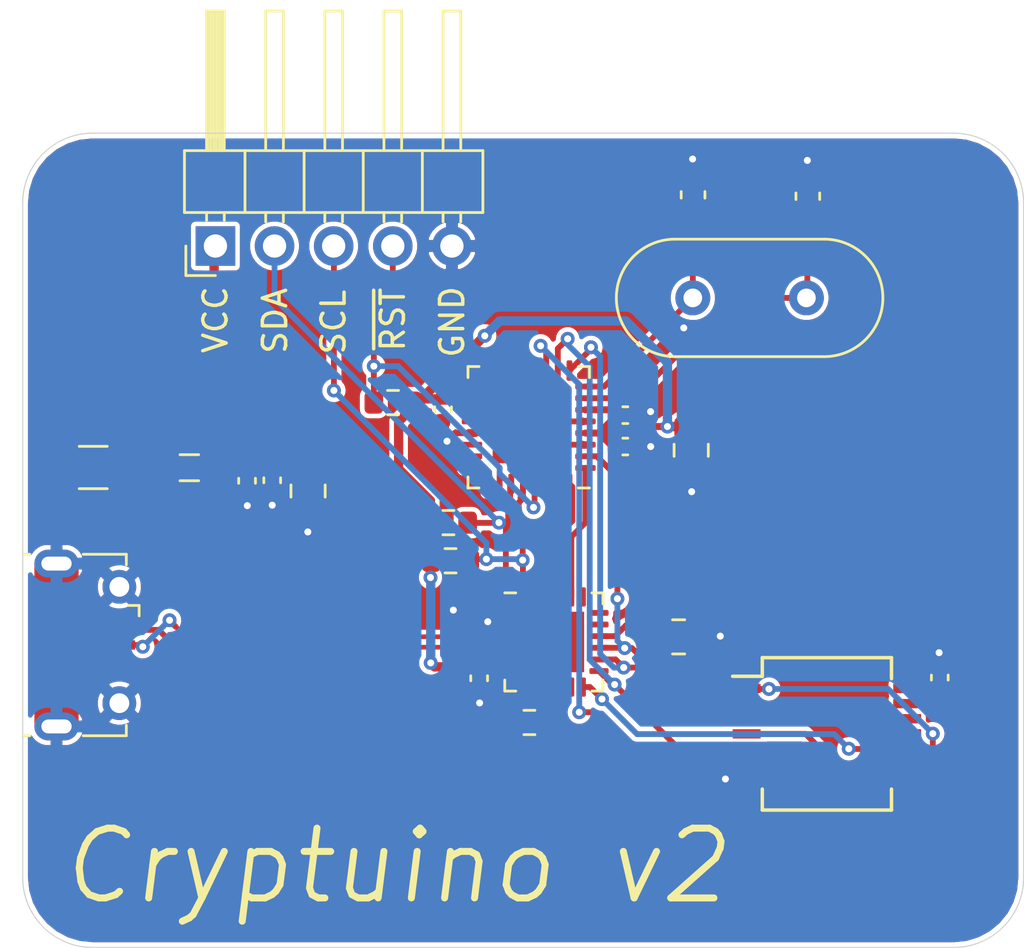
<source format=kicad_pcb>
(kicad_pcb (version 20171130) (host pcbnew "(5.1.10)-1")

  (general
    (thickness 1.6)
    (drawings 14)
    (tracks 285)
    (zones 0)
    (modules 24)
    (nets 25)
  )

  (page A4)
  (layers
    (0 F.Cu signal)
    (31 B.Cu signal hide)
    (32 B.Adhes user)
    (33 F.Adhes user)
    (34 B.Paste user)
    (35 F.Paste user)
    (36 B.SilkS user)
    (37 F.SilkS user)
    (38 B.Mask user)
    (39 F.Mask user)
    (40 Dwgs.User user)
    (41 Cmts.User user)
    (42 Eco1.User user)
    (43 Eco2.User user)
    (44 Edge.Cuts user)
    (45 Margin user)
    (46 B.CrtYd user)
    (47 F.CrtYd user)
    (48 B.Fab user)
    (49 F.Fab user hide)
  )

  (setup
    (last_trace_width 0.25)
    (user_trace_width 0.4)
    (user_trace_width 0.6)
    (trace_clearance 0.2)
    (zone_clearance 0.2)
    (zone_45_only yes)
    (trace_min 0.2)
    (via_size 0.6)
    (via_drill 0.3)
    (via_min_size 0.4)
    (via_min_drill 0.3)
    (uvia_size 0.3)
    (uvia_drill 0.1)
    (uvias_allowed no)
    (uvia_min_size 0.2)
    (uvia_min_drill 0.1)
    (edge_width 0.05)
    (segment_width 0.2)
    (pcb_text_width 0.3)
    (pcb_text_size 1.5 1.5)
    (mod_edge_width 0.12)
    (mod_text_size 1 1)
    (mod_text_width 0.15)
    (pad_size 1.524 1.524)
    (pad_drill 0.762)
    (pad_to_mask_clearance 0)
    (aux_axis_origin 0 0)
    (grid_origin 48.810796 114.5)
    (visible_elements 7FFFFFFF)
    (pcbplotparams
      (layerselection 0x010fc_ffffffff)
      (usegerberextensions false)
      (usegerberattributes true)
      (usegerberadvancedattributes true)
      (creategerberjobfile true)
      (excludeedgelayer true)
      (linewidth 0.100000)
      (plotframeref false)
      (viasonmask false)
      (mode 1)
      (useauxorigin false)
      (hpglpennumber 1)
      (hpglpenspeed 20)
      (hpglpendiameter 15.000000)
      (psnegative false)
      (psa4output false)
      (plotreference true)
      (plotvalue true)
      (plotinvisibletext false)
      (padsonsilk false)
      (subtractmaskfromsilk false)
      (outputformat 1)
      (mirror false)
      (drillshape 1)
      (scaleselection 1)
      (outputdirectory ""))
  )

  (net 0 "")
  (net 1 VCC)
  (net 2 GND)
  (net 3 "Net-(C4-Pad2)")
  (net 4 XTAL2)
  (net 5 XTAL1)
  (net 6 VBUS)
  (net 7 "Net-(F1-Pad1)")
  (net 8 ~RESET)
  (net 9 SCL)
  (net 10 SDA)
  (net 11 D+)
  (net 12 D-)
  (net 13 /D0)
  (net 14 /D1)
  (net 15 /D2)
  (net 16 /D3)
  (net 17 /D4)
  (net 18 /D5)
  (net 19 /D6)
  (net 20 /D8)
  (net 21 /D7)
  (net 22 "Net-(R2-Pad2)")
  (net 23 "Net-(U3-Pad4)")
  (net 24 "Net-(U3-Pad1)")

  (net_class Default "This is the default net class."
    (clearance 0.2)
    (trace_width 0.25)
    (via_dia 0.6)
    (via_drill 0.3)
    (uvia_dia 0.3)
    (uvia_drill 0.1)
    (add_net /D0)
    (add_net /D1)
    (add_net /D2)
    (add_net /D3)
    (add_net /D4)
    (add_net /D5)
    (add_net /D6)
    (add_net /D7)
    (add_net /D8)
    (add_net D+)
    (add_net D-)
    (add_net GND)
    (add_net "Net-(C4-Pad2)")
    (add_net "Net-(R2-Pad2)")
    (add_net "Net-(U3-Pad1)")
    (add_net "Net-(U3-Pad4)")
    (add_net SCL)
    (add_net SDA)
    (add_net XTAL1)
    (add_net XTAL2)
    (add_net ~RESET)
  )

  (net_class Power ""
    (clearance 0.2)
    (trace_width 0.3)
    (via_dia 0.6)
    (via_drill 0.3)
    (uvia_dia 0.3)
    (uvia_drill 0.1)
    (add_net "Net-(F1-Pad1)")
    (add_net VBUS)
    (add_net VCC)
  )

  (module Package_SO:SSOP-14_5.3x6.2mm_P0.65mm (layer F.Cu) (tedit 5A02F25C) (tstamp 618C6EEB)
    (at 83.36 115.32)
    (descr "SSOP14: plastic shrink small outline package; 14 leads; body width 5.3 mm; (see NXP SSOP-TSSOP-VSO-REFLOW.pdf and sot337-1_po.pdf)")
    (tags "SSOP 0.65")
    (path /618F35B3)
    (attr smd)
    (fp_text reference U3 (at 0 -4.2) (layer F.SilkS) hide
      (effects (font (size 1 1) (thickness 0.15)))
    )
    (fp_text value 74LS02 (at 0 4.2) (layer F.Fab) hide
      (effects (font (size 1 1) (thickness 0.15)))
    )
    (fp_line (start -2.775 -2.475) (end -4.05 -2.475) (layer F.SilkS) (width 0.15))
    (fp_line (start -2.775 3.275) (end 2.775 3.275) (layer F.SilkS) (width 0.15))
    (fp_line (start -2.775 -3.275) (end 2.775 -3.275) (layer F.SilkS) (width 0.15))
    (fp_line (start -2.775 3.275) (end -2.775 2.375) (layer F.SilkS) (width 0.15))
    (fp_line (start 2.775 3.275) (end 2.775 2.375) (layer F.SilkS) (width 0.15))
    (fp_line (start 2.775 -3.275) (end 2.775 -2.375) (layer F.SilkS) (width 0.15))
    (fp_line (start -2.775 -3.275) (end -2.775 -2.475) (layer F.SilkS) (width 0.15))
    (fp_line (start -4.3 3.45) (end 4.3 3.45) (layer F.CrtYd) (width 0.05))
    (fp_line (start -4.3 -3.45) (end 4.3 -3.45) (layer F.CrtYd) (width 0.05))
    (fp_line (start 4.3 -3.45) (end 4.3 3.45) (layer F.CrtYd) (width 0.05))
    (fp_line (start -4.3 -3.45) (end -4.3 3.45) (layer F.CrtYd) (width 0.05))
    (fp_line (start -2.65 -2.1) (end -1.65 -3.1) (layer F.Fab) (width 0.15))
    (fp_line (start -2.65 3.1) (end -2.65 -2.1) (layer F.Fab) (width 0.15))
    (fp_line (start 2.65 3.1) (end -2.65 3.1) (layer F.Fab) (width 0.15))
    (fp_line (start 2.65 -3.1) (end 2.65 3.1) (layer F.Fab) (width 0.15))
    (fp_line (start -1.65 -3.1) (end 2.65 -3.1) (layer F.Fab) (width 0.15))
    (fp_text user %R (at 0 0) (layer F.Fab) hide
      (effects (font (size 0.8 0.8) (thickness 0.15)))
    )
    (pad 14 smd rect (at 3.45 -1.95) (size 1.2 0.4) (layers F.Cu F.Paste F.Mask)
      (net 1 VCC))
    (pad 13 smd rect (at 3.45 -1.3) (size 1.2 0.4) (layers F.Cu F.Paste F.Mask))
    (pad 12 smd rect (at 3.45 -0.65) (size 1.2 0.4) (layers F.Cu F.Paste F.Mask))
    (pad 11 smd rect (at 3.45 0) (size 1.2 0.4) (layers F.Cu F.Paste F.Mask))
    (pad 10 smd rect (at 3.45 0.65) (size 1.2 0.4) (layers F.Cu F.Paste F.Mask)
      (net 20 /D8))
    (pad 9 smd rect (at 3.45 1.3) (size 1.2 0.4) (layers F.Cu F.Paste F.Mask)
      (net 23 "Net-(U3-Pad4)"))
    (pad 8 smd rect (at 3.45 1.95) (size 1.2 0.4) (layers F.Cu F.Paste F.Mask)
      (net 24 "Net-(U3-Pad1)"))
    (pad 7 smd rect (at -3.45 1.95) (size 1.2 0.4) (layers F.Cu F.Paste F.Mask)
      (net 2 GND))
    (pad 6 smd rect (at -3.45 1.3) (size 1.2 0.4) (layers F.Cu F.Paste F.Mask)
      (net 21 /D7))
    (pad 5 smd rect (at -3.45 0.65) (size 1.2 0.4) (layers F.Cu F.Paste F.Mask)
      (net 19 /D6))
    (pad 4 smd rect (at -3.45 0) (size 1.2 0.4) (layers F.Cu F.Paste F.Mask)
      (net 23 "Net-(U3-Pad4)"))
    (pad 3 smd rect (at -3.45 -0.65) (size 1.2 0.4) (layers F.Cu F.Paste F.Mask)
      (net 18 /D5))
    (pad 2 smd rect (at -3.45 -1.3) (size 1.2 0.4) (layers F.Cu F.Paste F.Mask)
      (net 17 /D4))
    (pad 1 smd rect (at -3.45 -1.95) (size 1.2 0.4) (layers F.Cu F.Paste F.Mask)
      (net 24 "Net-(U3-Pad1)"))
    (model ${KISYS3DMOD}/Package_SO.3dshapes/SSOP-14_5.3x6.2mm_P0.65mm.wrl
      (at (xyz 0 0 0))
      (scale (xyz 1 1 1))
      (rotate (xyz 0 0 0))
    )
  )

  (module Capacitor_SMD:C_0402_1005Metric (layer F.Cu) (tedit 5F68FEEE) (tstamp 618C6C68)
    (at 68.42 112.93 90)
    (descr "Capacitor SMD 0402 (1005 Metric), square (rectangular) end terminal, IPC_7351 nominal, (Body size source: IPC-SM-782 page 76, https://www.pcb-3d.com/wordpress/wp-content/uploads/ipc-sm-782a_amendment_1_and_2.pdf), generated with kicad-footprint-generator")
    (tags capacitor)
    (path /61996E37)
    (attr smd)
    (fp_text reference C12 (at -1.19 -1.31 90) (layer F.SilkS) hide
      (effects (font (size 1 1) (thickness 0.15)))
    )
    (fp_text value 100nF (at 0 1.16 90) (layer F.Fab) hide
      (effects (font (size 1 1) (thickness 0.15)))
    )
    (fp_line (start 0.91 0.46) (end -0.91 0.46) (layer F.CrtYd) (width 0.05))
    (fp_line (start 0.91 -0.46) (end 0.91 0.46) (layer F.CrtYd) (width 0.05))
    (fp_line (start -0.91 -0.46) (end 0.91 -0.46) (layer F.CrtYd) (width 0.05))
    (fp_line (start -0.91 0.46) (end -0.91 -0.46) (layer F.CrtYd) (width 0.05))
    (fp_line (start -0.107836 0.36) (end 0.107836 0.36) (layer F.SilkS) (width 0.12))
    (fp_line (start -0.107836 -0.36) (end 0.107836 -0.36) (layer F.SilkS) (width 0.12))
    (fp_line (start 0.5 0.25) (end -0.5 0.25) (layer F.Fab) (width 0.1))
    (fp_line (start 0.5 -0.25) (end 0.5 0.25) (layer F.Fab) (width 0.1))
    (fp_line (start -0.5 -0.25) (end 0.5 -0.25) (layer F.Fab) (width 0.1))
    (fp_line (start -0.5 0.25) (end -0.5 -0.25) (layer F.Fab) (width 0.1))
    (fp_text user %R (at 0 0 90) (layer F.Fab) hide
      (effects (font (size 0.25 0.25) (thickness 0.04)))
    )
    (pad 2 smd roundrect (at 0.48 0 90) (size 0.56 0.62) (layers F.Cu F.Paste F.Mask) (roundrect_rratio 0.25)
      (net 1 VCC))
    (pad 1 smd roundrect (at -0.48 0 90) (size 0.56 0.62) (layers F.Cu F.Paste F.Mask) (roundrect_rratio 0.25)
      (net 2 GND))
    (model ${KISYS3DMOD}/Capacitor_SMD.3dshapes/C_0402_1005Metric.wrl
      (at (xyz 0 0 0))
      (scale (xyz 1 1 1))
      (rotate (xyz 0 0 0))
    )
  )

  (module Capacitor_SMD:C_0402_1005Metric (layer F.Cu) (tedit 5F68FEEE) (tstamp 618C6C57)
    (at 88.21 112.9 270)
    (descr "Capacitor SMD 0402 (1005 Metric), square (rectangular) end terminal, IPC_7351 nominal, (Body size source: IPC-SM-782 page 76, https://www.pcb-3d.com/wordpress/wp-content/uploads/ipc-sm-782a_amendment_1_and_2.pdf), generated with kicad-footprint-generator")
    (tags capacitor)
    (path /619935D1)
    (attr smd)
    (fp_text reference C11 (at 0 -1.16 90) (layer F.SilkS) hide
      (effects (font (size 1 1) (thickness 0.15)))
    )
    (fp_text value 100nF (at 0 1.16 90) (layer F.Fab) hide
      (effects (font (size 1 1) (thickness 0.15)))
    )
    (fp_line (start 0.91 0.46) (end -0.91 0.46) (layer F.CrtYd) (width 0.05))
    (fp_line (start 0.91 -0.46) (end 0.91 0.46) (layer F.CrtYd) (width 0.05))
    (fp_line (start -0.91 -0.46) (end 0.91 -0.46) (layer F.CrtYd) (width 0.05))
    (fp_line (start -0.91 0.46) (end -0.91 -0.46) (layer F.CrtYd) (width 0.05))
    (fp_line (start -0.107836 0.36) (end 0.107836 0.36) (layer F.SilkS) (width 0.12))
    (fp_line (start -0.107836 -0.36) (end 0.107836 -0.36) (layer F.SilkS) (width 0.12))
    (fp_line (start 0.5 0.25) (end -0.5 0.25) (layer F.Fab) (width 0.1))
    (fp_line (start 0.5 -0.25) (end 0.5 0.25) (layer F.Fab) (width 0.1))
    (fp_line (start -0.5 -0.25) (end 0.5 -0.25) (layer F.Fab) (width 0.1))
    (fp_line (start -0.5 0.25) (end -0.5 -0.25) (layer F.Fab) (width 0.1))
    (fp_text user %R (at 0 0 90) (layer F.Fab) hide
      (effects (font (size 0.25 0.25) (thickness 0.04)))
    )
    (pad 2 smd roundrect (at 0.48 0 270) (size 0.56 0.62) (layers F.Cu F.Paste F.Mask) (roundrect_rratio 0.25)
      (net 1 VCC))
    (pad 1 smd roundrect (at -0.48 0 270) (size 0.56 0.62) (layers F.Cu F.Paste F.Mask) (roundrect_rratio 0.25)
      (net 2 GND))
    (model ${KISYS3DMOD}/Capacitor_SMD.3dshapes/C_0402_1005Metric.wrl
      (at (xyz 0 0 0))
      (scale (xyz 1 1 1))
      (rotate (xyz 0 0 0))
    )
  )

  (module Capacitor_SMD:C_0603_1608Metric (layer F.Cu) (tedit 5F68FEEE) (tstamp 618BFF37)
    (at 82.54 92.21 90)
    (descr "Capacitor SMD 0603 (1608 Metric), square (rectangular) end terminal, IPC_7351 nominal, (Body size source: IPC-SM-782 page 76, https://www.pcb-3d.com/wordpress/wp-content/uploads/ipc-sm-782a_amendment_1_and_2.pdf), generated with kicad-footprint-generator")
    (tags capacitor)
    (path /6197C522)
    (attr smd)
    (fp_text reference C10 (at 0 -1.43 90) (layer F.SilkS) hide
      (effects (font (size 1 1) (thickness 0.15)))
    )
    (fp_text value 15pF (at 0 1.43 90) (layer F.Fab) hide
      (effects (font (size 1 1) (thickness 0.15)))
    )
    (fp_line (start 1.48 0.73) (end -1.48 0.73) (layer F.CrtYd) (width 0.05))
    (fp_line (start 1.48 -0.73) (end 1.48 0.73) (layer F.CrtYd) (width 0.05))
    (fp_line (start -1.48 -0.73) (end 1.48 -0.73) (layer F.CrtYd) (width 0.05))
    (fp_line (start -1.48 0.73) (end -1.48 -0.73) (layer F.CrtYd) (width 0.05))
    (fp_line (start -0.14058 0.51) (end 0.14058 0.51) (layer F.SilkS) (width 0.12))
    (fp_line (start -0.14058 -0.51) (end 0.14058 -0.51) (layer F.SilkS) (width 0.12))
    (fp_line (start 0.8 0.4) (end -0.8 0.4) (layer F.Fab) (width 0.1))
    (fp_line (start 0.8 -0.4) (end 0.8 0.4) (layer F.Fab) (width 0.1))
    (fp_line (start -0.8 -0.4) (end 0.8 -0.4) (layer F.Fab) (width 0.1))
    (fp_line (start -0.8 0.4) (end -0.8 -0.4) (layer F.Fab) (width 0.1))
    (fp_text user %R (at 0 0 90) (layer F.Fab) hide
      (effects (font (size 0.4 0.4) (thickness 0.06)))
    )
    (pad 2 smd roundrect (at 0.775 0 90) (size 0.9 0.95) (layers F.Cu F.Paste F.Mask) (roundrect_rratio 0.25)
      (net 2 GND))
    (pad 1 smd roundrect (at -0.775 0 90) (size 0.9 0.95) (layers F.Cu F.Paste F.Mask) (roundrect_rratio 0.25)
      (net 5 XTAL1))
    (model ${KISYS3DMOD}/Capacitor_SMD.3dshapes/C_0603_1608Metric.wrl
      (at (xyz 0 0 0))
      (scale (xyz 1 1 1))
      (rotate (xyz 0 0 0))
    )
  )

  (module Capacitor_SMD:C_0603_1608Metric (layer F.Cu) (tedit 5F68FEEE) (tstamp 618BFF26)
    (at 77.61 92.15 90)
    (descr "Capacitor SMD 0603 (1608 Metric), square (rectangular) end terminal, IPC_7351 nominal, (Body size source: IPC-SM-782 page 76, https://www.pcb-3d.com/wordpress/wp-content/uploads/ipc-sm-782a_amendment_1_and_2.pdf), generated with kicad-footprint-generator")
    (tags capacitor)
    (path /6197BD06)
    (attr smd)
    (fp_text reference C9 (at 0 -1.43 90) (layer F.SilkS) hide
      (effects (font (size 1 1) (thickness 0.15)))
    )
    (fp_text value 15pF (at 0 1.43 90) (layer F.Fab) hide
      (effects (font (size 1 1) (thickness 0.15)))
    )
    (fp_line (start 1.48 0.73) (end -1.48 0.73) (layer F.CrtYd) (width 0.05))
    (fp_line (start 1.48 -0.73) (end 1.48 0.73) (layer F.CrtYd) (width 0.05))
    (fp_line (start -1.48 -0.73) (end 1.48 -0.73) (layer F.CrtYd) (width 0.05))
    (fp_line (start -1.48 0.73) (end -1.48 -0.73) (layer F.CrtYd) (width 0.05))
    (fp_line (start -0.14058 0.51) (end 0.14058 0.51) (layer F.SilkS) (width 0.12))
    (fp_line (start -0.14058 -0.51) (end 0.14058 -0.51) (layer F.SilkS) (width 0.12))
    (fp_line (start 0.8 0.4) (end -0.8 0.4) (layer F.Fab) (width 0.1))
    (fp_line (start 0.8 -0.4) (end 0.8 0.4) (layer F.Fab) (width 0.1))
    (fp_line (start -0.8 -0.4) (end 0.8 -0.4) (layer F.Fab) (width 0.1))
    (fp_line (start -0.8 0.4) (end -0.8 -0.4) (layer F.Fab) (width 0.1))
    (fp_text user %R (at 0 0 90) (layer F.Fab) hide
      (effects (font (size 0.4 0.4) (thickness 0.06)))
    )
    (pad 2 smd roundrect (at 0.775 0 90) (size 0.9 0.95) (layers F.Cu F.Paste F.Mask) (roundrect_rratio 0.25)
      (net 2 GND))
    (pad 1 smd roundrect (at -0.775 0 90) (size 0.9 0.95) (layers F.Cu F.Paste F.Mask) (roundrect_rratio 0.25)
      (net 4 XTAL2))
    (model ${KISYS3DMOD}/Capacitor_SMD.3dshapes/C_0603_1608Metric.wrl
      (at (xyz 0 0 0))
      (scale (xyz 1 1 1))
      (rotate (xyz 0 0 0))
    )
  )

  (module Capacitor_SMD:C_0805_2012Metric (layer F.Cu) (tedit 5F68FEEE) (tstamp 618BFF15)
    (at 77.53 103.13 90)
    (descr "Capacitor SMD 0805 (2012 Metric), square (rectangular) end terminal, IPC_7351 nominal, (Body size source: IPC-SM-782 page 76, https://www.pcb-3d.com/wordpress/wp-content/uploads/ipc-sm-782a_amendment_1_and_2.pdf, https://docs.google.com/spreadsheets/d/1BsfQQcO9C6DZCsRaXUlFlo91Tg2WpOkGARC1WS5S8t0/edit?usp=sharing), generated with kicad-footprint-generator")
    (tags capacitor)
    (path /6198A6D7)
    (attr smd)
    (fp_text reference C8 (at -0.39 1.860796 90) (layer F.SilkS) hide
      (effects (font (size 1 1) (thickness 0.15)))
    )
    (fp_text value 10uF (at 0 1.68 90) (layer F.Fab) hide
      (effects (font (size 1 1) (thickness 0.15)))
    )
    (fp_line (start 1.7 0.98) (end -1.7 0.98) (layer F.CrtYd) (width 0.05))
    (fp_line (start 1.7 -0.98) (end 1.7 0.98) (layer F.CrtYd) (width 0.05))
    (fp_line (start -1.7 -0.98) (end 1.7 -0.98) (layer F.CrtYd) (width 0.05))
    (fp_line (start -1.7 0.98) (end -1.7 -0.98) (layer F.CrtYd) (width 0.05))
    (fp_line (start -0.261252 0.735) (end 0.261252 0.735) (layer F.SilkS) (width 0.12))
    (fp_line (start -0.261252 -0.735) (end 0.261252 -0.735) (layer F.SilkS) (width 0.12))
    (fp_line (start 1 0.625) (end -1 0.625) (layer F.Fab) (width 0.1))
    (fp_line (start 1 -0.625) (end 1 0.625) (layer F.Fab) (width 0.1))
    (fp_line (start -1 -0.625) (end 1 -0.625) (layer F.Fab) (width 0.1))
    (fp_line (start -1 0.625) (end -1 -0.625) (layer F.Fab) (width 0.1))
    (fp_text user %R (at 0 0 90) (layer F.Fab) hide
      (effects (font (size 0.5 0.5) (thickness 0.08)))
    )
    (pad 2 smd roundrect (at 0.95 0 90) (size 1 1.45) (layers F.Cu F.Paste F.Mask) (roundrect_rratio 0.25)
      (net 1 VCC))
    (pad 1 smd roundrect (at -0.95 0 90) (size 1 1.45) (layers F.Cu F.Paste F.Mask) (roundrect_rratio 0.25)
      (net 2 GND))
    (model ${KISYS3DMOD}/Capacitor_SMD.3dshapes/C_0805_2012Metric.wrl
      (at (xyz 0 0 0))
      (scale (xyz 1 1 1))
      (rotate (xyz 0 0 0))
    )
  )

  (module Capacitor_SMD:C_0402_1005Metric (layer F.Cu) (tedit 5F68FEEE) (tstamp 618BFEF3)
    (at 66.87 101.37 90)
    (descr "Capacitor SMD 0402 (1005 Metric), square (rectangular) end terminal, IPC_7351 nominal, (Body size source: IPC-SM-782 page 76, https://www.pcb-3d.com/wordpress/wp-content/uploads/ipc-sm-782a_amendment_1_and_2.pdf), generated with kicad-footprint-generator")
    (tags capacitor)
    (path /6198A251)
    (attr smd)
    (fp_text reference C6 (at -1.7 -0.789204 90) (layer F.SilkS) hide
      (effects (font (size 1 1) (thickness 0.15)))
    )
    (fp_text value 100nF (at 0 1.16 90) (layer F.Fab) hide
      (effects (font (size 1 1) (thickness 0.15)))
    )
    (fp_line (start 0.91 0.46) (end -0.91 0.46) (layer F.CrtYd) (width 0.05))
    (fp_line (start 0.91 -0.46) (end 0.91 0.46) (layer F.CrtYd) (width 0.05))
    (fp_line (start -0.91 -0.46) (end 0.91 -0.46) (layer F.CrtYd) (width 0.05))
    (fp_line (start -0.91 0.46) (end -0.91 -0.46) (layer F.CrtYd) (width 0.05))
    (fp_line (start -0.107836 0.36) (end 0.107836 0.36) (layer F.SilkS) (width 0.12))
    (fp_line (start -0.107836 -0.36) (end 0.107836 -0.36) (layer F.SilkS) (width 0.12))
    (fp_line (start 0.5 0.25) (end -0.5 0.25) (layer F.Fab) (width 0.1))
    (fp_line (start 0.5 -0.25) (end 0.5 0.25) (layer F.Fab) (width 0.1))
    (fp_line (start -0.5 -0.25) (end 0.5 -0.25) (layer F.Fab) (width 0.1))
    (fp_line (start -0.5 0.25) (end -0.5 -0.25) (layer F.Fab) (width 0.1))
    (fp_text user %R (at 0 0 90) (layer F.Fab) hide
      (effects (font (size 0.25 0.25) (thickness 0.04)))
    )
    (pad 2 smd roundrect (at 0.48 0 90) (size 0.56 0.62) (layers F.Cu F.Paste F.Mask) (roundrect_rratio 0.25)
      (net 1 VCC))
    (pad 1 smd roundrect (at -0.48 0 90) (size 0.56 0.62) (layers F.Cu F.Paste F.Mask) (roundrect_rratio 0.25)
      (net 2 GND))
    (model ${KISYS3DMOD}/Capacitor_SMD.3dshapes/C_0402_1005Metric.wrl
      (at (xyz 0 0 0))
      (scale (xyz 1 1 1))
      (rotate (xyz 0 0 0))
    )
  )

  (module Capacitor_SMD:C_0402_1005Metric (layer F.Cu) (tedit 5F68FEEE) (tstamp 618BFEE2)
    (at 74.7 102.97 180)
    (descr "Capacitor SMD 0402 (1005 Metric), square (rectangular) end terminal, IPC_7351 nominal, (Body size source: IPC-SM-782 page 76, https://www.pcb-3d.com/wordpress/wp-content/uploads/ipc-sm-782a_amendment_1_and_2.pdf), generated with kicad-footprint-generator")
    (tags capacitor)
    (path /61988F0C)
    (attr smd)
    (fp_text reference C5 (at -0.770796 -1.21) (layer F.SilkS) hide
      (effects (font (size 1 1) (thickness 0.15)))
    )
    (fp_text value 100nF (at 0 1.16) (layer F.Fab) hide
      (effects (font (size 1 1) (thickness 0.15)))
    )
    (fp_line (start 0.91 0.46) (end -0.91 0.46) (layer F.CrtYd) (width 0.05))
    (fp_line (start 0.91 -0.46) (end 0.91 0.46) (layer F.CrtYd) (width 0.05))
    (fp_line (start -0.91 -0.46) (end 0.91 -0.46) (layer F.CrtYd) (width 0.05))
    (fp_line (start -0.91 0.46) (end -0.91 -0.46) (layer F.CrtYd) (width 0.05))
    (fp_line (start -0.107836 0.36) (end 0.107836 0.36) (layer F.SilkS) (width 0.12))
    (fp_line (start -0.107836 -0.36) (end 0.107836 -0.36) (layer F.SilkS) (width 0.12))
    (fp_line (start 0.5 0.25) (end -0.5 0.25) (layer F.Fab) (width 0.1))
    (fp_line (start 0.5 -0.25) (end 0.5 0.25) (layer F.Fab) (width 0.1))
    (fp_line (start -0.5 -0.25) (end 0.5 -0.25) (layer F.Fab) (width 0.1))
    (fp_line (start -0.5 0.25) (end -0.5 -0.25) (layer F.Fab) (width 0.1))
    (fp_text user %R (at 0 0) (layer F.Fab) hide
      (effects (font (size 0.25 0.25) (thickness 0.04)))
    )
    (pad 2 smd roundrect (at 0.48 0 180) (size 0.56 0.62) (layers F.Cu F.Paste F.Mask) (roundrect_rratio 0.25)
      (net 1 VCC))
    (pad 1 smd roundrect (at -0.48 0 180) (size 0.56 0.62) (layers F.Cu F.Paste F.Mask) (roundrect_rratio 0.25)
      (net 2 GND))
    (model ${KISYS3DMOD}/Capacitor_SMD.3dshapes/C_0402_1005Metric.wrl
      (at (xyz 0 0 0))
      (scale (xyz 1 1 1))
      (rotate (xyz 0 0 0))
    )
  )

  (module Capacitor_SMD:C_0402_1005Metric (layer F.Cu) (tedit 5F68FEEE) (tstamp 618BFF04)
    (at 74.7 101.62 180)
    (descr "Capacitor SMD 0402 (1005 Metric), square (rectangular) end terminal, IPC_7351 nominal, (Body size source: IPC-SM-782 page 76, https://www.pcb-3d.com/wordpress/wp-content/uploads/ipc-sm-782a_amendment_1_and_2.pdf), generated with kicad-footprint-generator")
    (tags capacitor)
    (path /6198A4E4)
    (attr smd)
    (fp_text reference C7 (at -2.330796 0.97) (layer F.SilkS) hide
      (effects (font (size 1 1) (thickness 0.15)))
    )
    (fp_text value 100nF (at 0 1.16) (layer F.Fab) hide
      (effects (font (size 1 1) (thickness 0.15)))
    )
    (fp_line (start 0.91 0.46) (end -0.91 0.46) (layer F.CrtYd) (width 0.05))
    (fp_line (start 0.91 -0.46) (end 0.91 0.46) (layer F.CrtYd) (width 0.05))
    (fp_line (start -0.91 -0.46) (end 0.91 -0.46) (layer F.CrtYd) (width 0.05))
    (fp_line (start -0.91 0.46) (end -0.91 -0.46) (layer F.CrtYd) (width 0.05))
    (fp_line (start -0.107836 0.36) (end 0.107836 0.36) (layer F.SilkS) (width 0.12))
    (fp_line (start -0.107836 -0.36) (end 0.107836 -0.36) (layer F.SilkS) (width 0.12))
    (fp_line (start 0.5 0.25) (end -0.5 0.25) (layer F.Fab) (width 0.1))
    (fp_line (start 0.5 -0.25) (end 0.5 0.25) (layer F.Fab) (width 0.1))
    (fp_line (start -0.5 -0.25) (end 0.5 -0.25) (layer F.Fab) (width 0.1))
    (fp_line (start -0.5 0.25) (end -0.5 -0.25) (layer F.Fab) (width 0.1))
    (fp_text user %R (at 0 0) (layer F.Fab) hide
      (effects (font (size 0.25 0.25) (thickness 0.04)))
    )
    (pad 2 smd roundrect (at 0.48 0 180) (size 0.56 0.62) (layers F.Cu F.Paste F.Mask) (roundrect_rratio 0.25)
      (net 1 VCC))
    (pad 1 smd roundrect (at -0.48 0 180) (size 0.56 0.62) (layers F.Cu F.Paste F.Mask) (roundrect_rratio 0.25)
      (net 2 GND))
    (model ${KISYS3DMOD}/Capacitor_SMD.3dshapes/C_0402_1005Metric.wrl
      (at (xyz 0 0 0))
      (scale (xyz 1 1 1))
      (rotate (xyz 0 0 0))
    )
  )

  (module Capacitor_SMD:C_0402_1005Metric (layer F.Cu) (tedit 5F68FEEE) (tstamp 618BFEAF)
    (at 58.45 104.44 90)
    (descr "Capacitor SMD 0402 (1005 Metric), square (rectangular) end terminal, IPC_7351 nominal, (Body size source: IPC-SM-782 page 76, https://www.pcb-3d.com/wordpress/wp-content/uploads/ipc-sm-782a_amendment_1_and_2.pdf), generated with kicad-footprint-generator")
    (tags capacitor)
    (path /619174B1)
    (attr smd)
    (fp_text reference C2 (at 2.13 -0.06 90) (layer F.SilkS) hide
      (effects (font (size 1 1) (thickness 0.15)))
    )
    (fp_text value 100nF (at 0 1.16 90) (layer F.Fab) hide
      (effects (font (size 1 1) (thickness 0.15)))
    )
    (fp_line (start 0.91 0.46) (end -0.91 0.46) (layer F.CrtYd) (width 0.05))
    (fp_line (start 0.91 -0.46) (end 0.91 0.46) (layer F.CrtYd) (width 0.05))
    (fp_line (start -0.91 -0.46) (end 0.91 -0.46) (layer F.CrtYd) (width 0.05))
    (fp_line (start -0.91 0.46) (end -0.91 -0.46) (layer F.CrtYd) (width 0.05))
    (fp_line (start -0.107836 0.36) (end 0.107836 0.36) (layer F.SilkS) (width 0.12))
    (fp_line (start -0.107836 -0.36) (end 0.107836 -0.36) (layer F.SilkS) (width 0.12))
    (fp_line (start 0.5 0.25) (end -0.5 0.25) (layer F.Fab) (width 0.1))
    (fp_line (start 0.5 -0.25) (end 0.5 0.25) (layer F.Fab) (width 0.1))
    (fp_line (start -0.5 -0.25) (end 0.5 -0.25) (layer F.Fab) (width 0.1))
    (fp_line (start -0.5 0.25) (end -0.5 -0.25) (layer F.Fab) (width 0.1))
    (fp_text user %R (at 0 0 90) (layer F.Fab) hide
      (effects (font (size 0.25 0.25) (thickness 0.04)))
    )
    (pad 2 smd roundrect (at 0.48 0 90) (size 0.56 0.62) (layers F.Cu F.Paste F.Mask) (roundrect_rratio 0.25)
      (net 1 VCC))
    (pad 1 smd roundrect (at -0.48 0 90) (size 0.56 0.62) (layers F.Cu F.Paste F.Mask) (roundrect_rratio 0.25)
      (net 2 GND))
    (model ${KISYS3DMOD}/Capacitor_SMD.3dshapes/C_0402_1005Metric.wrl
      (at (xyz 0 0 0))
      (scale (xyz 1 1 1))
      (rotate (xyz 0 0 0))
    )
  )

  (module Capacitor_SMD:C_0402_1005Metric (layer F.Cu) (tedit 5F68FEEE) (tstamp 618BFE9E)
    (at 59.53 104.42 90)
    (descr "Capacitor SMD 0402 (1005 Metric), square (rectangular) end terminal, IPC_7351 nominal, (Body size source: IPC-SM-782 page 76, https://www.pcb-3d.com/wordpress/wp-content/uploads/ipc-sm-782a_amendment_1_and_2.pdf), generated with kicad-footprint-generator")
    (tags capacitor)
    (path /619163D1)
    (attr smd)
    (fp_text reference C1 (at 2.18 0.15 90) (layer F.SilkS) hide
      (effects (font (size 1 1) (thickness 0.15)))
    )
    (fp_text value 10nF (at 0 1.16 90) (layer F.Fab) hide
      (effects (font (size 1 1) (thickness 0.15)))
    )
    (fp_line (start 0.91 0.46) (end -0.91 0.46) (layer F.CrtYd) (width 0.05))
    (fp_line (start 0.91 -0.46) (end 0.91 0.46) (layer F.CrtYd) (width 0.05))
    (fp_line (start -0.91 -0.46) (end 0.91 -0.46) (layer F.CrtYd) (width 0.05))
    (fp_line (start -0.91 0.46) (end -0.91 -0.46) (layer F.CrtYd) (width 0.05))
    (fp_line (start -0.107836 0.36) (end 0.107836 0.36) (layer F.SilkS) (width 0.12))
    (fp_line (start -0.107836 -0.36) (end 0.107836 -0.36) (layer F.SilkS) (width 0.12))
    (fp_line (start 0.5 0.25) (end -0.5 0.25) (layer F.Fab) (width 0.1))
    (fp_line (start 0.5 -0.25) (end 0.5 0.25) (layer F.Fab) (width 0.1))
    (fp_line (start -0.5 -0.25) (end 0.5 -0.25) (layer F.Fab) (width 0.1))
    (fp_line (start -0.5 0.25) (end -0.5 -0.25) (layer F.Fab) (width 0.1))
    (fp_text user %R (at 0 0 90) (layer F.Fab) hide
      (effects (font (size 0.25 0.25) (thickness 0.04)))
    )
    (pad 2 smd roundrect (at 0.48 0 90) (size 0.56 0.62) (layers F.Cu F.Paste F.Mask) (roundrect_rratio 0.25)
      (net 1 VCC))
    (pad 1 smd roundrect (at -0.48 0 90) (size 0.56 0.62) (layers F.Cu F.Paste F.Mask) (roundrect_rratio 0.25)
      (net 2 GND))
    (model ${KISYS3DMOD}/Capacitor_SMD.3dshapes/C_0402_1005Metric.wrl
      (at (xyz 0 0 0))
      (scale (xyz 1 1 1))
      (rotate (xyz 0 0 0))
    )
  )

  (module Crystal:Crystal_HC49-4H_Vertical (layer F.Cu) (tedit 5A1AD3B7) (tstamp 618C014F)
    (at 77.6 96.58)
    (descr "Crystal THT HC-49-4H http://5hertz.com/pdfs/04404_D.pdf")
    (tags "THT crystalHC-49-4H")
    (path /6197B5C3)
    (fp_text reference Y1 (at 10.320796 0.44) (layer F.SilkS) hide
      (effects (font (size 1 1) (thickness 0.15)))
    )
    (fp_text value 8MHz (at 2.44 3.525) (layer F.Fab) hide
      (effects (font (size 1 1) (thickness 0.15)))
    )
    (fp_line (start 8.5 -2.8) (end -3.6 -2.8) (layer F.CrtYd) (width 0.05))
    (fp_line (start 8.5 2.8) (end 8.5 -2.8) (layer F.CrtYd) (width 0.05))
    (fp_line (start -3.6 2.8) (end 8.5 2.8) (layer F.CrtYd) (width 0.05))
    (fp_line (start -3.6 -2.8) (end -3.6 2.8) (layer F.CrtYd) (width 0.05))
    (fp_line (start -0.76 2.525) (end 5.64 2.525) (layer F.SilkS) (width 0.12))
    (fp_line (start -0.76 -2.525) (end 5.64 -2.525) (layer F.SilkS) (width 0.12))
    (fp_line (start -0.56 2) (end 5.44 2) (layer F.Fab) (width 0.1))
    (fp_line (start -0.56 -2) (end 5.44 -2) (layer F.Fab) (width 0.1))
    (fp_line (start -0.76 2.325) (end 5.64 2.325) (layer F.Fab) (width 0.1))
    (fp_line (start -0.76 -2.325) (end 5.64 -2.325) (layer F.Fab) (width 0.1))
    (fp_arc (start 5.64 0) (end 5.64 -2.525) (angle 180) (layer F.SilkS) (width 0.12))
    (fp_arc (start -0.76 0) (end -0.76 -2.525) (angle -180) (layer F.SilkS) (width 0.12))
    (fp_arc (start 5.44 0) (end 5.44 -2) (angle 180) (layer F.Fab) (width 0.1))
    (fp_arc (start -0.56 0) (end -0.56 -2) (angle -180) (layer F.Fab) (width 0.1))
    (fp_arc (start 5.64 0) (end 5.64 -2.325) (angle 180) (layer F.Fab) (width 0.1))
    (fp_arc (start -0.76 0) (end -0.76 -2.325) (angle -180) (layer F.Fab) (width 0.1))
    (fp_text user %R (at 2.44 0) (layer F.Fab) hide
      (effects (font (size 1 1) (thickness 0.15)))
    )
    (pad 2 thru_hole circle (at 4.88 0) (size 1.5 1.5) (drill 0.8) (layers *.Cu *.Mask)
      (net 5 XTAL1))
    (pad 1 thru_hole circle (at 0 0) (size 1.5 1.5) (drill 0.8) (layers *.Cu *.Mask)
      (net 4 XTAL2))
    (model ${KISYS3DMOD}/Crystal.3dshapes/Crystal_HC49-4H_Vertical.wrl
      (at (xyz 0 0 0))
      (scale (xyz 1 1 1))
      (rotate (xyz 0 0 0))
    )
  )

  (module Package_DFN_QFN:QFN-32-1EP_5x5mm_P0.5mm_EP3.1x3.1mm (layer F.Cu) (tedit 5DC5F6A4) (tstamp 618C00D5)
    (at 70.55 102.14 180)
    (descr "QFN, 32 Pin (http://ww1.microchip.com/downloads/en/DeviceDoc/8008S.pdf#page=20), generated with kicad-footprint-generator ipc_noLead_generator.py")
    (tags "QFN NoLead")
    (path /618BFECD)
    (attr smd)
    (fp_text reference U2 (at 0 -3.82) (layer F.SilkS) hide
      (effects (font (size 1 1) (thickness 0.15)))
    )
    (fp_text value ATmega88-20MU (at 0 3.82) (layer F.Fab) hide
      (effects (font (size 1 1) (thickness 0.15)))
    )
    (fp_line (start 3.12 -3.12) (end -3.12 -3.12) (layer F.CrtYd) (width 0.05))
    (fp_line (start 3.12 3.12) (end 3.12 -3.12) (layer F.CrtYd) (width 0.05))
    (fp_line (start -3.12 3.12) (end 3.12 3.12) (layer F.CrtYd) (width 0.05))
    (fp_line (start -3.12 -3.12) (end -3.12 3.12) (layer F.CrtYd) (width 0.05))
    (fp_line (start -2.5 -1.5) (end -1.5 -2.5) (layer F.Fab) (width 0.1))
    (fp_line (start -2.5 2.5) (end -2.5 -1.5) (layer F.Fab) (width 0.1))
    (fp_line (start 2.5 2.5) (end -2.5 2.5) (layer F.Fab) (width 0.1))
    (fp_line (start 2.5 -2.5) (end 2.5 2.5) (layer F.Fab) (width 0.1))
    (fp_line (start -1.5 -2.5) (end 2.5 -2.5) (layer F.Fab) (width 0.1))
    (fp_line (start -2.135 -2.61) (end -2.61 -2.61) (layer F.SilkS) (width 0.12))
    (fp_line (start 2.61 2.61) (end 2.61 2.135) (layer F.SilkS) (width 0.12))
    (fp_line (start 2.135 2.61) (end 2.61 2.61) (layer F.SilkS) (width 0.12))
    (fp_line (start -2.61 2.61) (end -2.61 2.135) (layer F.SilkS) (width 0.12))
    (fp_line (start -2.135 2.61) (end -2.61 2.61) (layer F.SilkS) (width 0.12))
    (fp_line (start 2.61 -2.61) (end 2.61 -2.135) (layer F.SilkS) (width 0.12))
    (fp_line (start 2.135 -2.61) (end 2.61 -2.61) (layer F.SilkS) (width 0.12))
    (fp_text user %R (at 0 0) (layer F.Fab) hide
      (effects (font (size 1 1) (thickness 0.15)))
    )
    (pad "" smd roundrect (at 1.03 1.03 180) (size 0.83 0.83) (layers F.Paste) (roundrect_rratio 0.25))
    (pad "" smd roundrect (at 1.03 0 180) (size 0.83 0.83) (layers F.Paste) (roundrect_rratio 0.25))
    (pad "" smd roundrect (at 1.03 -1.03 180) (size 0.83 0.83) (layers F.Paste) (roundrect_rratio 0.25))
    (pad "" smd roundrect (at 0 1.03 180) (size 0.83 0.83) (layers F.Paste) (roundrect_rratio 0.25))
    (pad "" smd roundrect (at 0 0 180) (size 0.83 0.83) (layers F.Paste) (roundrect_rratio 0.25))
    (pad "" smd roundrect (at 0 -1.03 180) (size 0.83 0.83) (layers F.Paste) (roundrect_rratio 0.25))
    (pad "" smd roundrect (at -1.03 1.03 180) (size 0.83 0.83) (layers F.Paste) (roundrect_rratio 0.25))
    (pad "" smd roundrect (at -1.03 0 180) (size 0.83 0.83) (layers F.Paste) (roundrect_rratio 0.25))
    (pad "" smd roundrect (at -1.03 -1.03 180) (size 0.83 0.83) (layers F.Paste) (roundrect_rratio 0.25))
    (pad 33 smd rect (at 0 0 180) (size 3.1 3.1) (layers F.Cu F.Mask)
      (net 2 GND))
    (pad 32 smd roundrect (at -1.75 -2.4375 180) (size 0.25 0.875) (layers F.Cu F.Paste F.Mask) (roundrect_rratio 0.25)
      (net 15 /D2))
    (pad 31 smd roundrect (at -1.25 -2.4375 180) (size 0.25 0.875) (layers F.Cu F.Paste F.Mask) (roundrect_rratio 0.25)
      (net 14 /D1))
    (pad 30 smd roundrect (at -0.75 -2.4375 180) (size 0.25 0.875) (layers F.Cu F.Paste F.Mask) (roundrect_rratio 0.25)
      (net 13 /D0))
    (pad 29 smd roundrect (at -0.25 -2.4375 180) (size 0.25 0.875) (layers F.Cu F.Paste F.Mask) (roundrect_rratio 0.25)
      (net 8 ~RESET))
    (pad 28 smd roundrect (at 0.25 -2.4375 180) (size 0.25 0.875) (layers F.Cu F.Paste F.Mask) (roundrect_rratio 0.25)
      (net 9 SCL))
    (pad 27 smd roundrect (at 0.75 -2.4375 180) (size 0.25 0.875) (layers F.Cu F.Paste F.Mask) (roundrect_rratio 0.25)
      (net 10 SDA))
    (pad 26 smd roundrect (at 1.25 -2.4375 180) (size 0.25 0.875) (layers F.Cu F.Paste F.Mask) (roundrect_rratio 0.25))
    (pad 25 smd roundrect (at 1.75 -2.4375 180) (size 0.25 0.875) (layers F.Cu F.Paste F.Mask) (roundrect_rratio 0.25))
    (pad 24 smd roundrect (at 2.4375 -1.75 180) (size 0.875 0.25) (layers F.Cu F.Paste F.Mask) (roundrect_rratio 0.25))
    (pad 23 smd roundrect (at 2.4375 -1.25 180) (size 0.875 0.25) (layers F.Cu F.Paste F.Mask) (roundrect_rratio 0.25))
    (pad 22 smd roundrect (at 2.4375 -0.75 180) (size 0.875 0.25) (layers F.Cu F.Paste F.Mask) (roundrect_rratio 0.25))
    (pad 21 smd roundrect (at 2.4375 -0.25 180) (size 0.875 0.25) (layers F.Cu F.Paste F.Mask) (roundrect_rratio 0.25)
      (net 2 GND))
    (pad 20 smd roundrect (at 2.4375 0.25 180) (size 0.875 0.25) (layers F.Cu F.Paste F.Mask) (roundrect_rratio 0.25))
    (pad 19 smd roundrect (at 2.4375 0.75 180) (size 0.875 0.25) (layers F.Cu F.Paste F.Mask) (roundrect_rratio 0.25))
    (pad 18 smd roundrect (at 2.4375 1.25 180) (size 0.875 0.25) (layers F.Cu F.Paste F.Mask) (roundrect_rratio 0.25)
      (net 1 VCC))
    (pad 17 smd roundrect (at 2.4375 1.75 180) (size 0.875 0.25) (layers F.Cu F.Paste F.Mask) (roundrect_rratio 0.25))
    (pad 16 smd roundrect (at 1.75 2.4375 180) (size 0.25 0.875) (layers F.Cu F.Paste F.Mask) (roundrect_rratio 0.25))
    (pad 15 smd roundrect (at 1.25 2.4375 180) (size 0.25 0.875) (layers F.Cu F.Paste F.Mask) (roundrect_rratio 0.25))
    (pad 14 smd roundrect (at 0.75 2.4375 180) (size 0.25 0.875) (layers F.Cu F.Paste F.Mask) (roundrect_rratio 0.25))
    (pad 13 smd roundrect (at 0.25 2.4375 180) (size 0.25 0.875) (layers F.Cu F.Paste F.Mask) (roundrect_rratio 0.25))
    (pad 12 smd roundrect (at -0.25 2.4375 180) (size 0.25 0.875) (layers F.Cu F.Paste F.Mask) (roundrect_rratio 0.25))
    (pad 11 smd roundrect (at -0.75 2.4375 180) (size 0.25 0.875) (layers F.Cu F.Paste F.Mask) (roundrect_rratio 0.25)
      (net 21 /D7))
    (pad 10 smd roundrect (at -1.25 2.4375 180) (size 0.25 0.875) (layers F.Cu F.Paste F.Mask) (roundrect_rratio 0.25)
      (net 19 /D6))
    (pad 9 smd roundrect (at -1.75 2.4375 180) (size 0.25 0.875) (layers F.Cu F.Paste F.Mask) (roundrect_rratio 0.25)
      (net 18 /D5))
    (pad 8 smd roundrect (at -2.4375 1.75 180) (size 0.875 0.25) (layers F.Cu F.Paste F.Mask) (roundrect_rratio 0.25)
      (net 4 XTAL2))
    (pad 7 smd roundrect (at -2.4375 1.25 180) (size 0.875 0.25) (layers F.Cu F.Paste F.Mask) (roundrect_rratio 0.25)
      (net 5 XTAL1))
    (pad 6 smd roundrect (at -2.4375 0.75 180) (size 0.875 0.25) (layers F.Cu F.Paste F.Mask) (roundrect_rratio 0.25)
      (net 1 VCC))
    (pad 5 smd roundrect (at -2.4375 0.25 180) (size 0.875 0.25) (layers F.Cu F.Paste F.Mask) (roundrect_rratio 0.25)
      (net 2 GND))
    (pad 4 smd roundrect (at -2.4375 -0.25 180) (size 0.875 0.25) (layers F.Cu F.Paste F.Mask) (roundrect_rratio 0.25)
      (net 1 VCC))
    (pad 3 smd roundrect (at -2.4375 -0.75 180) (size 0.875 0.25) (layers F.Cu F.Paste F.Mask) (roundrect_rratio 0.25)
      (net 2 GND))
    (pad 2 smd roundrect (at -2.4375 -1.25 180) (size 0.875 0.25) (layers F.Cu F.Paste F.Mask) (roundrect_rratio 0.25)
      (net 17 /D4))
    (pad 1 smd roundrect (at -2.4375 -1.75 180) (size 0.875 0.25) (layers F.Cu F.Paste F.Mask) (roundrect_rratio 0.25)
      (net 16 /D3))
    (model ${KISYS3DMOD}/Package_DFN_QFN.3dshapes/QFN-32-1EP_5x5mm_P0.5mm_EP3.1x3.1mm.wrl
      (at (xyz 0 0 0))
      (scale (xyz 1 1 1))
      (rotate (xyz 0 0 0))
    )
  )

  (module Package_DFN_QFN:QFN-24-1EP_4x4mm_P0.5mm_EP2.6x2.6mm (layer F.Cu) (tedit 5DC5F6A3) (tstamp 618C0096)
    (at 71.63 111.37)
    (descr "QFN, 24 Pin (http://ww1.microchip.com/downloads/en/PackagingSpec/00000049BQ.pdf#page=278), generated with kicad-footprint-generator ipc_noLead_generator.py")
    (tags "QFN NoLead")
    (path /6194A353)
    (attr smd)
    (fp_text reference U1 (at 3.92 -3.16) (layer F.SilkS) hide
      (effects (font (size 1 1) (thickness 0.15)))
    )
    (fp_text value CP2112 (at 0 3.3) (layer F.Fab) hide
      (effects (font (size 1 1) (thickness 0.15)))
    )
    (fp_line (start 2.6 -2.6) (end -2.6 -2.6) (layer F.CrtYd) (width 0.05))
    (fp_line (start 2.6 2.6) (end 2.6 -2.6) (layer F.CrtYd) (width 0.05))
    (fp_line (start -2.6 2.6) (end 2.6 2.6) (layer F.CrtYd) (width 0.05))
    (fp_line (start -2.6 -2.6) (end -2.6 2.6) (layer F.CrtYd) (width 0.05))
    (fp_line (start -2 -1) (end -1 -2) (layer F.Fab) (width 0.1))
    (fp_line (start -2 2) (end -2 -1) (layer F.Fab) (width 0.1))
    (fp_line (start 2 2) (end -2 2) (layer F.Fab) (width 0.1))
    (fp_line (start 2 -2) (end 2 2) (layer F.Fab) (width 0.1))
    (fp_line (start -1 -2) (end 2 -2) (layer F.Fab) (width 0.1))
    (fp_line (start -1.635 -2.11) (end -2.11 -2.11) (layer F.SilkS) (width 0.12))
    (fp_line (start 2.11 2.11) (end 2.11 1.635) (layer F.SilkS) (width 0.12))
    (fp_line (start 1.635 2.11) (end 2.11 2.11) (layer F.SilkS) (width 0.12))
    (fp_line (start -2.11 2.11) (end -2.11 1.635) (layer F.SilkS) (width 0.12))
    (fp_line (start -1.635 2.11) (end -2.11 2.11) (layer F.SilkS) (width 0.12))
    (fp_line (start 2.11 -2.11) (end 2.11 -1.635) (layer F.SilkS) (width 0.12))
    (fp_line (start 1.635 -2.11) (end 2.11 -2.11) (layer F.SilkS) (width 0.12))
    (fp_text user %R (at 0 0) (layer F.Fab) hide
      (effects (font (size 1 1) (thickness 0.15)))
    )
    (pad "" smd roundrect (at 0.65 0.65) (size 1.05 1.05) (layers F.Paste) (roundrect_rratio 0.238095))
    (pad "" smd roundrect (at 0.65 -0.65) (size 1.05 1.05) (layers F.Paste) (roundrect_rratio 0.238095))
    (pad "" smd roundrect (at -0.65 0.65) (size 1.05 1.05) (layers F.Paste) (roundrect_rratio 0.238095))
    (pad "" smd roundrect (at -0.65 -0.65) (size 1.05 1.05) (layers F.Paste) (roundrect_rratio 0.238095))
    (pad 25 smd rect (at 0 0) (size 2.6 2.6) (layers F.Cu F.Mask)
      (net 2 GND))
    (pad 24 smd roundrect (at -1.25 -1.9375) (size 0.25 0.825) (layers F.Cu F.Paste F.Mask) (roundrect_rratio 0.25)
      (net 9 SCL))
    (pad 23 smd roundrect (at -0.75 -1.9375) (size 0.25 0.825) (layers F.Cu F.Paste F.Mask) (roundrect_rratio 0.25)
      (net 13 /D0))
    (pad 22 smd roundrect (at -0.25 -1.9375) (size 0.25 0.825) (layers F.Cu F.Paste F.Mask) (roundrect_rratio 0.25)
      (net 14 /D1))
    (pad 21 smd roundrect (at 0.25 -1.9375) (size 0.25 0.825) (layers F.Cu F.Paste F.Mask) (roundrect_rratio 0.25)
      (net 15 /D2))
    (pad 20 smd roundrect (at 0.75 -1.9375) (size 0.25 0.825) (layers F.Cu F.Paste F.Mask) (roundrect_rratio 0.25)
      (net 16 /D3))
    (pad 19 smd roundrect (at 1.25 -1.9375) (size 0.25 0.825) (layers F.Cu F.Paste F.Mask) (roundrect_rratio 0.25))
    (pad 18 smd roundrect (at 1.9375 -1.25) (size 0.825 0.25) (layers F.Cu F.Paste F.Mask) (roundrect_rratio 0.25))
    (pad 17 smd roundrect (at 1.9375 -0.75) (size 0.825 0.25) (layers F.Cu F.Paste F.Mask) (roundrect_rratio 0.25))
    (pad 16 smd roundrect (at 1.9375 -0.25) (size 0.825 0.25) (layers F.Cu F.Paste F.Mask) (roundrect_rratio 0.25)
      (net 3 "Net-(C4-Pad2)"))
    (pad 15 smd roundrect (at 1.9375 0.25) (size 0.825 0.25) (layers F.Cu F.Paste F.Mask) (roundrect_rratio 0.25)
      (net 17 /D4))
    (pad 14 smd roundrect (at 1.9375 0.75) (size 0.825 0.25) (layers F.Cu F.Paste F.Mask) (roundrect_rratio 0.25)
      (net 18 /D5))
    (pad 13 smd roundrect (at 1.9375 1.25) (size 0.825 0.25) (layers F.Cu F.Paste F.Mask) (roundrect_rratio 0.25)
      (net 19 /D6))
    (pad 12 smd roundrect (at 1.25 1.9375) (size 0.25 0.825) (layers F.Cu F.Paste F.Mask) (roundrect_rratio 0.25)
      (net 20 /D8))
    (pad 11 smd roundrect (at 0.75 1.9375) (size 0.25 0.825) (layers F.Cu F.Paste F.Mask) (roundrect_rratio 0.25))
    (pad 10 smd roundrect (at 0.25 1.9375) (size 0.25 0.825) (layers F.Cu F.Paste F.Mask) (roundrect_rratio 0.25))
    (pad 9 smd roundrect (at -0.25 1.9375) (size 0.25 0.825) (layers F.Cu F.Paste F.Mask) (roundrect_rratio 0.25)
      (net 22 "Net-(R2-Pad2)"))
    (pad 8 smd roundrect (at -0.75 1.9375) (size 0.25 0.825) (layers F.Cu F.Paste F.Mask) (roundrect_rratio 0.25)
      (net 1 VCC))
    (pad 7 smd roundrect (at -1.25 1.9375) (size 0.25 0.825) (layers F.Cu F.Paste F.Mask) (roundrect_rratio 0.25)
      (net 1 VCC))
    (pad 6 smd roundrect (at -1.9375 1.25) (size 0.825 0.25) (layers F.Cu F.Paste F.Mask) (roundrect_rratio 0.25)
      (net 1 VCC))
    (pad 5 smd roundrect (at -1.9375 0.75) (size 0.825 0.25) (layers F.Cu F.Paste F.Mask) (roundrect_rratio 0.25)
      (net 1 VCC))
    (pad 4 smd roundrect (at -1.9375 0.25) (size 0.825 0.25) (layers F.Cu F.Paste F.Mask) (roundrect_rratio 0.25)
      (net 12 D-))
    (pad 3 smd roundrect (at -1.9375 -0.25) (size 0.825 0.25) (layers F.Cu F.Paste F.Mask) (roundrect_rratio 0.25)
      (net 11 D+))
    (pad 2 smd roundrect (at -1.9375 -0.75) (size 0.825 0.25) (layers F.Cu F.Paste F.Mask) (roundrect_rratio 0.25)
      (net 2 GND))
    (pad 1 smd roundrect (at -1.9375 -1.25) (size 0.825 0.25) (layers F.Cu F.Paste F.Mask) (roundrect_rratio 0.25)
      (net 10 SDA))
    (model ${KISYS3DMOD}/Package_DFN_QFN.3dshapes/QFN-24-1EP_4x4mm_P0.5mm_EP2.6x2.6mm.wrl
      (at (xyz 0 0 0))
      (scale (xyz 1 1 1))
      (rotate (xyz 0 0 0))
    )
  )

  (module Resistor_SMD:R_0603_1608Metric (layer F.Cu) (tedit 5F68FEEE) (tstamp 618C0064)
    (at 67.1 106.24)
    (descr "Resistor SMD 0603 (1608 Metric), square (rectangular) end terminal, IPC_7351 nominal, (Body size source: IPC-SM-782 page 72, https://www.pcb-3d.com/wordpress/wp-content/uploads/ipc-sm-782a_amendment_1_and_2.pdf), generated with kicad-footprint-generator")
    (tags resistor)
    (path /619770C5)
    (attr smd)
    (fp_text reference R4 (at 0 -1.43) (layer F.SilkS) hide
      (effects (font (size 1 1) (thickness 0.15)))
    )
    (fp_text value 4k7 (at 0 1.43) (layer F.Fab) hide
      (effects (font (size 1 1) (thickness 0.15)))
    )
    (fp_line (start 1.48 0.73) (end -1.48 0.73) (layer F.CrtYd) (width 0.05))
    (fp_line (start 1.48 -0.73) (end 1.48 0.73) (layer F.CrtYd) (width 0.05))
    (fp_line (start -1.48 -0.73) (end 1.48 -0.73) (layer F.CrtYd) (width 0.05))
    (fp_line (start -1.48 0.73) (end -1.48 -0.73) (layer F.CrtYd) (width 0.05))
    (fp_line (start -0.237258 0.5225) (end 0.237258 0.5225) (layer F.SilkS) (width 0.12))
    (fp_line (start -0.237258 -0.5225) (end 0.237258 -0.5225) (layer F.SilkS) (width 0.12))
    (fp_line (start 0.8 0.4125) (end -0.8 0.4125) (layer F.Fab) (width 0.1))
    (fp_line (start 0.8 -0.4125) (end 0.8 0.4125) (layer F.Fab) (width 0.1))
    (fp_line (start -0.8 -0.4125) (end 0.8 -0.4125) (layer F.Fab) (width 0.1))
    (fp_line (start -0.8 0.4125) (end -0.8 -0.4125) (layer F.Fab) (width 0.1))
    (fp_text user %R (at 0 0) (layer F.Fab) hide
      (effects (font (size 0.4 0.4) (thickness 0.06)))
    )
    (pad 2 smd roundrect (at 0.825 0) (size 0.8 0.95) (layers F.Cu F.Paste F.Mask) (roundrect_rratio 0.25)
      (net 10 SDA))
    (pad 1 smd roundrect (at -0.825 0) (size 0.8 0.95) (layers F.Cu F.Paste F.Mask) (roundrect_rratio 0.25)
      (net 1 VCC))
    (model ${KISYS3DMOD}/Resistor_SMD.3dshapes/R_0603_1608Metric.wrl
      (at (xyz 0 0 0))
      (scale (xyz 1 1 1))
      (rotate (xyz 0 0 0))
    )
  )

  (module Resistor_SMD:R_0603_1608Metric (layer F.Cu) (tedit 5F68FEEE) (tstamp 618C0053)
    (at 67.19 107.88)
    (descr "Resistor SMD 0603 (1608 Metric), square (rectangular) end terminal, IPC_7351 nominal, (Body size source: IPC-SM-782 page 72, https://www.pcb-3d.com/wordpress/wp-content/uploads/ipc-sm-782a_amendment_1_and_2.pdf), generated with kicad-footprint-generator")
    (tags resistor)
    (path /61976A68)
    (attr smd)
    (fp_text reference R3 (at -2.535 0.11) (layer F.SilkS) hide
      (effects (font (size 1 1) (thickness 0.15)))
    )
    (fp_text value 4k7 (at 0 1.43) (layer F.Fab) hide
      (effects (font (size 1 1) (thickness 0.15)))
    )
    (fp_line (start 1.48 0.73) (end -1.48 0.73) (layer F.CrtYd) (width 0.05))
    (fp_line (start 1.48 -0.73) (end 1.48 0.73) (layer F.CrtYd) (width 0.05))
    (fp_line (start -1.48 -0.73) (end 1.48 -0.73) (layer F.CrtYd) (width 0.05))
    (fp_line (start -1.48 0.73) (end -1.48 -0.73) (layer F.CrtYd) (width 0.05))
    (fp_line (start -0.237258 0.5225) (end 0.237258 0.5225) (layer F.SilkS) (width 0.12))
    (fp_line (start -0.237258 -0.5225) (end 0.237258 -0.5225) (layer F.SilkS) (width 0.12))
    (fp_line (start 0.8 0.4125) (end -0.8 0.4125) (layer F.Fab) (width 0.1))
    (fp_line (start 0.8 -0.4125) (end 0.8 0.4125) (layer F.Fab) (width 0.1))
    (fp_line (start -0.8 -0.4125) (end 0.8 -0.4125) (layer F.Fab) (width 0.1))
    (fp_line (start -0.8 0.4125) (end -0.8 -0.4125) (layer F.Fab) (width 0.1))
    (fp_text user %R (at 0 0) (layer F.Fab) hide
      (effects (font (size 0.4 0.4) (thickness 0.06)))
    )
    (pad 2 smd roundrect (at 0.825 0) (size 0.8 0.95) (layers F.Cu F.Paste F.Mask) (roundrect_rratio 0.25)
      (net 9 SCL))
    (pad 1 smd roundrect (at -0.825 0) (size 0.8 0.95) (layers F.Cu F.Paste F.Mask) (roundrect_rratio 0.25)
      (net 1 VCC))
    (model ${KISYS3DMOD}/Resistor_SMD.3dshapes/R_0603_1608Metric.wrl
      (at (xyz 0 0 0))
      (scale (xyz 1 1 1))
      (rotate (xyz 0 0 0))
    )
  )

  (module Resistor_SMD:R_0603_1608Metric (layer F.Cu) (tedit 5F68FEEE) (tstamp 618C0042)
    (at 70.58 114.83)
    (descr "Resistor SMD 0603 (1608 Metric), square (rectangular) end terminal, IPC_7351 nominal, (Body size source: IPC-SM-782 page 72, https://www.pcb-3d.com/wordpress/wp-content/uploads/ipc-sm-782a_amendment_1_and_2.pdf), generated with kicad-footprint-generator")
    (tags resistor)
    (path /6196E984)
    (attr smd)
    (fp_text reference R2 (at 0.330796 1.67) (layer F.SilkS) hide
      (effects (font (size 1 1) (thickness 0.15)))
    )
    (fp_text value 4k7 (at 0 1.43) (layer F.Fab) hide
      (effects (font (size 1 1) (thickness 0.15)))
    )
    (fp_line (start 1.48 0.73) (end -1.48 0.73) (layer F.CrtYd) (width 0.05))
    (fp_line (start 1.48 -0.73) (end 1.48 0.73) (layer F.CrtYd) (width 0.05))
    (fp_line (start -1.48 -0.73) (end 1.48 -0.73) (layer F.CrtYd) (width 0.05))
    (fp_line (start -1.48 0.73) (end -1.48 -0.73) (layer F.CrtYd) (width 0.05))
    (fp_line (start -0.237258 0.5225) (end 0.237258 0.5225) (layer F.SilkS) (width 0.12))
    (fp_line (start -0.237258 -0.5225) (end 0.237258 -0.5225) (layer F.SilkS) (width 0.12))
    (fp_line (start 0.8 0.4125) (end -0.8 0.4125) (layer F.Fab) (width 0.1))
    (fp_line (start 0.8 -0.4125) (end 0.8 0.4125) (layer F.Fab) (width 0.1))
    (fp_line (start -0.8 -0.4125) (end 0.8 -0.4125) (layer F.Fab) (width 0.1))
    (fp_line (start -0.8 0.4125) (end -0.8 -0.4125) (layer F.Fab) (width 0.1))
    (fp_text user %R (at 0 0) (layer F.Fab) hide
      (effects (font (size 0.4 0.4) (thickness 0.06)))
    )
    (pad 2 smd roundrect (at 0.825 0) (size 0.8 0.95) (layers F.Cu F.Paste F.Mask) (roundrect_rratio 0.25)
      (net 22 "Net-(R2-Pad2)"))
    (pad 1 smd roundrect (at -0.825 0) (size 0.8 0.95) (layers F.Cu F.Paste F.Mask) (roundrect_rratio 0.25)
      (net 1 VCC))
    (model ${KISYS3DMOD}/Resistor_SMD.3dshapes/R_0603_1608Metric.wrl
      (at (xyz 0 0 0))
      (scale (xyz 1 1 1))
      (rotate (xyz 0 0 0))
    )
  )

  (module Resistor_SMD:R_0603_1608Metric (layer F.Cu) (tedit 5F68FEEE) (tstamp 618C0031)
    (at 64.720796 101.08 180)
    (descr "Resistor SMD 0603 (1608 Metric), square (rectangular) end terminal, IPC_7351 nominal, (Body size source: IPC-SM-782 page 72, https://www.pcb-3d.com/wordpress/wp-content/uploads/ipc-sm-782a_amendment_1_and_2.pdf), generated with kicad-footprint-generator")
    (tags resistor)
    (path /619DAC1C)
    (attr smd)
    (fp_text reference R1 (at -0.39 1.64) (layer F.SilkS) hide
      (effects (font (size 1 1) (thickness 0.15)))
    )
    (fp_text value 4k7 (at 0 1.43) (layer F.Fab) hide
      (effects (font (size 1 1) (thickness 0.15)))
    )
    (fp_line (start 1.48 0.73) (end -1.48 0.73) (layer F.CrtYd) (width 0.05))
    (fp_line (start 1.48 -0.73) (end 1.48 0.73) (layer F.CrtYd) (width 0.05))
    (fp_line (start -1.48 -0.73) (end 1.48 -0.73) (layer F.CrtYd) (width 0.05))
    (fp_line (start -1.48 0.73) (end -1.48 -0.73) (layer F.CrtYd) (width 0.05))
    (fp_line (start -0.237258 0.5225) (end 0.237258 0.5225) (layer F.SilkS) (width 0.12))
    (fp_line (start -0.237258 -0.5225) (end 0.237258 -0.5225) (layer F.SilkS) (width 0.12))
    (fp_line (start 0.8 0.4125) (end -0.8 0.4125) (layer F.Fab) (width 0.1))
    (fp_line (start 0.8 -0.4125) (end 0.8 0.4125) (layer F.Fab) (width 0.1))
    (fp_line (start -0.8 -0.4125) (end 0.8 -0.4125) (layer F.Fab) (width 0.1))
    (fp_line (start -0.8 0.4125) (end -0.8 -0.4125) (layer F.Fab) (width 0.1))
    (fp_text user %R (at 0 0) (layer F.Fab) hide
      (effects (font (size 0.4 0.4) (thickness 0.06)))
    )
    (pad 2 smd roundrect (at 0.825 0 180) (size 0.8 0.95) (layers F.Cu F.Paste F.Mask) (roundrect_rratio 0.25)
      (net 8 ~RESET))
    (pad 1 smd roundrect (at -0.825 0 180) (size 0.8 0.95) (layers F.Cu F.Paste F.Mask) (roundrect_rratio 0.25)
      (net 1 VCC))
    (model ${KISYS3DMOD}/Resistor_SMD.3dshapes/R_0603_1608Metric.wrl
      (at (xyz 0 0 0))
      (scale (xyz 1 1 1))
      (rotate (xyz 0 0 0))
    )
  )

  (module Connector_USB:USB_Micro-B_Molex-105017-0001 (layer F.Cu) (tedit 5A1DC0BE) (tstamp 618C0020)
    (at 51.5 111.5 270)
    (descr http://www.molex.com/pdm_docs/sd/1050170001_sd.pdf)
    (tags "Micro-USB SMD Typ-B")
    (path /618B7422)
    (attr smd)
    (fp_text reference J2 (at -5.41 3.01 90) (layer F.SilkS) hide
      (effects (font (size 1 1) (thickness 0.15)))
    )
    (fp_text value USB_B_Micro (at 0.3 4.3375 90) (layer F.Fab) hide
      (effects (font (size 1 1) (thickness 0.15)))
    )
    (fp_line (start -1.1 -2.1225) (end -1.1 -1.9125) (layer F.Fab) (width 0.1))
    (fp_line (start -1.5 -2.1225) (end -1.5 -1.9125) (layer F.Fab) (width 0.1))
    (fp_line (start -1.5 -2.1225) (end -1.1 -2.1225) (layer F.Fab) (width 0.1))
    (fp_line (start -1.1 -1.9125) (end -1.3 -1.7125) (layer F.Fab) (width 0.1))
    (fp_line (start -1.3 -1.7125) (end -1.5 -1.9125) (layer F.Fab) (width 0.1))
    (fp_line (start -1.7 -2.3125) (end -1.7 -1.8625) (layer F.SilkS) (width 0.12))
    (fp_line (start -1.7 -2.3125) (end -1.25 -2.3125) (layer F.SilkS) (width 0.12))
    (fp_line (start 3.9 -1.7625) (end 3.45 -1.7625) (layer F.SilkS) (width 0.12))
    (fp_line (start 3.9 0.0875) (end 3.9 -1.7625) (layer F.SilkS) (width 0.12))
    (fp_line (start -3.9 2.6375) (end -3.9 2.3875) (layer F.SilkS) (width 0.12))
    (fp_line (start -3.75 3.3875) (end -3.75 -1.6125) (layer F.Fab) (width 0.1))
    (fp_line (start -3.75 -1.6125) (end 3.75 -1.6125) (layer F.Fab) (width 0.1))
    (fp_line (start -3.75 3.389204) (end 3.75 3.389204) (layer F.Fab) (width 0.1))
    (fp_line (start -3 2.689204) (end 3 2.689204) (layer F.Fab) (width 0.1))
    (fp_line (start 3.75 3.3875) (end 3.75 -1.6125) (layer F.Fab) (width 0.1))
    (fp_line (start 3.9 2.6375) (end 3.9 2.3875) (layer F.SilkS) (width 0.12))
    (fp_line (start -3.9 0.0875) (end -3.9 -1.7625) (layer F.SilkS) (width 0.12))
    (fp_line (start -3.9 -1.7625) (end -3.45 -1.7625) (layer F.SilkS) (width 0.12))
    (fp_line (start -4.4 3.64) (end -4.4 -2.46) (layer F.CrtYd) (width 0.05))
    (fp_line (start -4.4 -2.46) (end 4.4 -2.46) (layer F.CrtYd) (width 0.05))
    (fp_line (start 4.4 -2.46) (end 4.4 3.64) (layer F.CrtYd) (width 0.05))
    (fp_line (start -4.4 3.64) (end 4.4 3.64) (layer F.CrtYd) (width 0.05))
    (fp_text user %R (at 0 0.8875 90) (layer F.Fab) hide
      (effects (font (size 1 1) (thickness 0.15)))
    )
    (fp_text user "PCB Edge" (at 0 2.6875 90) (layer Dwgs.User)
      (effects (font (size 0.5 0.5) (thickness 0.08)))
    )
    (pad 6 smd rect (at -2.9 1.2375 270) (size 1.2 1.9) (layers F.Cu F.Mask)
      (net 2 GND))
    (pad 6 smd rect (at 2.9 1.2375 270) (size 1.2 1.9) (layers F.Cu F.Mask)
      (net 2 GND))
    (pad 6 thru_hole oval (at 3.5 1.2375 270) (size 1.2 1.9) (drill oval 0.6 1.3) (layers *.Cu *.Mask)
      (net 2 GND))
    (pad 6 thru_hole oval (at -3.5 1.2375 90) (size 1.2 1.9) (drill oval 0.6 1.3) (layers *.Cu *.Mask)
      (net 2 GND))
    (pad 6 smd rect (at -1 1.2375 270) (size 1.5 1.9) (layers F.Cu F.Paste F.Mask)
      (net 2 GND))
    (pad 6 thru_hole circle (at 2.5 -1.4625 270) (size 1.45 1.45) (drill 0.85) (layers *.Cu *.Mask)
      (net 2 GND))
    (pad 3 smd rect (at 0 -1.4625 270) (size 0.4 1.35) (layers F.Cu F.Paste F.Mask)
      (net 11 D+))
    (pad 4 smd rect (at 0.65 -1.4625 270) (size 0.4 1.35) (layers F.Cu F.Paste F.Mask))
    (pad 5 smd rect (at 1.3 -1.4625 270) (size 0.4 1.35) (layers F.Cu F.Paste F.Mask)
      (net 2 GND))
    (pad 1 smd rect (at -1.3 -1.4625 270) (size 0.4 1.35) (layers F.Cu F.Paste F.Mask)
      (net 6 VBUS))
    (pad 2 smd rect (at -0.65 -1.4625 270) (size 0.4 1.35) (layers F.Cu F.Paste F.Mask)
      (net 12 D-))
    (pad 6 thru_hole circle (at -2.5 -1.4625 270) (size 1.45 1.45) (drill 0.85) (layers *.Cu *.Mask)
      (net 2 GND))
    (pad 6 smd rect (at 1 1.2375 270) (size 1.5 1.9) (layers F.Cu F.Paste F.Mask)
      (net 2 GND))
    (model ${KISYS3DMOD}/Connector_USB.3dshapes/USB_Micro-B_Molex-105017-0001.wrl
      (at (xyz 0 0 0))
      (scale (xyz 1 1 1))
      (rotate (xyz 0 0 0))
    )
    (model :hwreverse:105017-0001_stp/1050170001.stp
      (offset (xyz 0 -1 1.3))
      (scale (xyz 1 1 1))
      (rotate (xyz -90 0 0))
    )
  )

  (module Connector_PinHeader_2.54mm:PinHeader_1x05_P2.54mm_Horizontal (layer F.Cu) (tedit 59FED5CB) (tstamp 618BFFF7)
    (at 57.09 94.35 90)
    (descr "Through hole angled pin header, 1x05, 2.54mm pitch, 6mm pin length, single row")
    (tags "Through hole angled pin header THT 1x05 2.54mm single row")
    (path /6190D809)
    (fp_text reference J1 (at 4.385 -2.27 90) (layer F.SilkS) hide
      (effects (font (size 1 1) (thickness 0.15)))
    )
    (fp_text value "Interface Connector" (at 4.385 12.43 90) (layer F.Fab) hide
      (effects (font (size 1 1) (thickness 0.15)))
    )
    (fp_line (start 10.55 -1.8) (end -1.8 -1.8) (layer F.CrtYd) (width 0.05))
    (fp_line (start 10.55 11.95) (end 10.55 -1.8) (layer F.CrtYd) (width 0.05))
    (fp_line (start -1.8 11.95) (end 10.55 11.95) (layer F.CrtYd) (width 0.05))
    (fp_line (start -1.8 -1.8) (end -1.8 11.95) (layer F.CrtYd) (width 0.05))
    (fp_line (start -1.27 -1.27) (end 0 -1.27) (layer F.SilkS) (width 0.12))
    (fp_line (start -1.27 0) (end -1.27 -1.27) (layer F.SilkS) (width 0.12))
    (fp_line (start 1.042929 10.54) (end 1.44 10.54) (layer F.SilkS) (width 0.12))
    (fp_line (start 1.042929 9.78) (end 1.44 9.78) (layer F.SilkS) (width 0.12))
    (fp_line (start 10.1 10.54) (end 4.1 10.54) (layer F.SilkS) (width 0.12))
    (fp_line (start 10.1 9.78) (end 10.1 10.54) (layer F.SilkS) (width 0.12))
    (fp_line (start 4.1 9.78) (end 10.1 9.78) (layer F.SilkS) (width 0.12))
    (fp_line (start 1.44 8.89) (end 4.1 8.89) (layer F.SilkS) (width 0.12))
    (fp_line (start 1.042929 8) (end 1.44 8) (layer F.SilkS) (width 0.12))
    (fp_line (start 1.042929 7.24) (end 1.44 7.24) (layer F.SilkS) (width 0.12))
    (fp_line (start 10.1 8) (end 4.1 8) (layer F.SilkS) (width 0.12))
    (fp_line (start 10.1 7.24) (end 10.1 8) (layer F.SilkS) (width 0.12))
    (fp_line (start 4.1 7.24) (end 10.1 7.24) (layer F.SilkS) (width 0.12))
    (fp_line (start 1.44 6.35) (end 4.1 6.35) (layer F.SilkS) (width 0.12))
    (fp_line (start 1.042929 5.46) (end 1.44 5.46) (layer F.SilkS) (width 0.12))
    (fp_line (start 1.042929 4.7) (end 1.44 4.7) (layer F.SilkS) (width 0.12))
    (fp_line (start 10.1 5.46) (end 4.1 5.46) (layer F.SilkS) (width 0.12))
    (fp_line (start 10.1 4.7) (end 10.1 5.46) (layer F.SilkS) (width 0.12))
    (fp_line (start 4.1 4.7) (end 10.1 4.7) (layer F.SilkS) (width 0.12))
    (fp_line (start 1.44 3.81) (end 4.1 3.81) (layer F.SilkS) (width 0.12))
    (fp_line (start 1.042929 2.92) (end 1.44 2.92) (layer F.SilkS) (width 0.12))
    (fp_line (start 1.042929 2.16) (end 1.44 2.16) (layer F.SilkS) (width 0.12))
    (fp_line (start 10.1 2.92) (end 4.1 2.92) (layer F.SilkS) (width 0.12))
    (fp_line (start 10.1 2.16) (end 10.1 2.92) (layer F.SilkS) (width 0.12))
    (fp_line (start 4.1 2.16) (end 10.1 2.16) (layer F.SilkS) (width 0.12))
    (fp_line (start 1.44 1.27) (end 4.1 1.27) (layer F.SilkS) (width 0.12))
    (fp_line (start 1.11 0.38) (end 1.44 0.38) (layer F.SilkS) (width 0.12))
    (fp_line (start 1.11 -0.38) (end 1.44 -0.38) (layer F.SilkS) (width 0.12))
    (fp_line (start 4.1 0.28) (end 10.1 0.28) (layer F.SilkS) (width 0.12))
    (fp_line (start 4.1 0.16) (end 10.1 0.16) (layer F.SilkS) (width 0.12))
    (fp_line (start 4.1 0.04) (end 10.1 0.04) (layer F.SilkS) (width 0.12))
    (fp_line (start 4.1 -0.08) (end 10.1 -0.08) (layer F.SilkS) (width 0.12))
    (fp_line (start 4.1 -0.2) (end 10.1 -0.2) (layer F.SilkS) (width 0.12))
    (fp_line (start 4.1 -0.32) (end 10.1 -0.32) (layer F.SilkS) (width 0.12))
    (fp_line (start 10.1 0.38) (end 4.1 0.38) (layer F.SilkS) (width 0.12))
    (fp_line (start 10.1 -0.38) (end 10.1 0.38) (layer F.SilkS) (width 0.12))
    (fp_line (start 4.1 -0.38) (end 10.1 -0.38) (layer F.SilkS) (width 0.12))
    (fp_line (start 4.1 -1.33) (end 1.44 -1.33) (layer F.SilkS) (width 0.12))
    (fp_line (start 4.1 11.49) (end 4.1 -1.33) (layer F.SilkS) (width 0.12))
    (fp_line (start 1.44 11.49) (end 4.1 11.49) (layer F.SilkS) (width 0.12))
    (fp_line (start 1.44 -1.33) (end 1.44 11.49) (layer F.SilkS) (width 0.12))
    (fp_line (start 4.04 10.48) (end 10.04 10.48) (layer F.Fab) (width 0.1))
    (fp_line (start 10.04 9.84) (end 10.04 10.48) (layer F.Fab) (width 0.1))
    (fp_line (start 4.04 9.84) (end 10.04 9.84) (layer F.Fab) (width 0.1))
    (fp_line (start -0.32 10.48) (end 1.5 10.48) (layer F.Fab) (width 0.1))
    (fp_line (start -0.32 9.84) (end -0.32 10.48) (layer F.Fab) (width 0.1))
    (fp_line (start -0.32 9.84) (end 1.5 9.84) (layer F.Fab) (width 0.1))
    (fp_line (start 4.04 7.94) (end 10.04 7.94) (layer F.Fab) (width 0.1))
    (fp_line (start 10.04 7.3) (end 10.04 7.94) (layer F.Fab) (width 0.1))
    (fp_line (start 4.04 7.3) (end 10.04 7.3) (layer F.Fab) (width 0.1))
    (fp_line (start -0.32 7.94) (end 1.5 7.94) (layer F.Fab) (width 0.1))
    (fp_line (start -0.32 7.3) (end -0.32 7.94) (layer F.Fab) (width 0.1))
    (fp_line (start -0.32 7.3) (end 1.5 7.3) (layer F.Fab) (width 0.1))
    (fp_line (start 4.04 5.4) (end 10.04 5.4) (layer F.Fab) (width 0.1))
    (fp_line (start 10.04 4.76) (end 10.04 5.4) (layer F.Fab) (width 0.1))
    (fp_line (start 4.04 4.76) (end 10.04 4.76) (layer F.Fab) (width 0.1))
    (fp_line (start -0.32 5.4) (end 1.5 5.4) (layer F.Fab) (width 0.1))
    (fp_line (start -0.32 4.76) (end -0.32 5.4) (layer F.Fab) (width 0.1))
    (fp_line (start -0.32 4.76) (end 1.5 4.76) (layer F.Fab) (width 0.1))
    (fp_line (start 4.04 2.86) (end 10.04 2.86) (layer F.Fab) (width 0.1))
    (fp_line (start 10.04 2.22) (end 10.04 2.86) (layer F.Fab) (width 0.1))
    (fp_line (start 4.04 2.22) (end 10.04 2.22) (layer F.Fab) (width 0.1))
    (fp_line (start -0.32 2.86) (end 1.5 2.86) (layer F.Fab) (width 0.1))
    (fp_line (start -0.32 2.22) (end -0.32 2.86) (layer F.Fab) (width 0.1))
    (fp_line (start -0.32 2.22) (end 1.5 2.22) (layer F.Fab) (width 0.1))
    (fp_line (start 4.04 0.32) (end 10.04 0.32) (layer F.Fab) (width 0.1))
    (fp_line (start 10.04 -0.32) (end 10.04 0.32) (layer F.Fab) (width 0.1))
    (fp_line (start 4.04 -0.32) (end 10.04 -0.32) (layer F.Fab) (width 0.1))
    (fp_line (start -0.32 0.32) (end 1.5 0.32) (layer F.Fab) (width 0.1))
    (fp_line (start -0.32 -0.32) (end -0.32 0.32) (layer F.Fab) (width 0.1))
    (fp_line (start -0.32 -0.32) (end 1.5 -0.32) (layer F.Fab) (width 0.1))
    (fp_line (start 1.5 -0.635) (end 2.135 -1.27) (layer F.Fab) (width 0.1))
    (fp_line (start 1.5 11.43) (end 1.5 -0.635) (layer F.Fab) (width 0.1))
    (fp_line (start 4.04 11.43) (end 1.5 11.43) (layer F.Fab) (width 0.1))
    (fp_line (start 4.04 -1.27) (end 4.04 11.43) (layer F.Fab) (width 0.1))
    (fp_line (start 2.135 -1.27) (end 4.04 -1.27) (layer F.Fab) (width 0.1))
    (fp_text user %R (at 2.77 5.08) (layer F.Fab) hide
      (effects (font (size 1 1) (thickness 0.15)))
    )
    (pad 5 thru_hole oval (at 0 10.16 90) (size 1.7 1.7) (drill 1) (layers *.Cu *.Mask)
      (net 2 GND))
    (pad 4 thru_hole oval (at 0 7.62 90) (size 1.7 1.7) (drill 1) (layers *.Cu *.Mask)
      (net 8 ~RESET))
    (pad 3 thru_hole oval (at 0 5.08 90) (size 1.7 1.7) (drill 1) (layers *.Cu *.Mask)
      (net 9 SCL))
    (pad 2 thru_hole oval (at 0 2.54 90) (size 1.7 1.7) (drill 1) (layers *.Cu *.Mask)
      (net 10 SDA))
    (pad 1 thru_hole rect (at 0 0 90) (size 1.7 1.7) (drill 1) (layers *.Cu *.Mask)
      (net 1 VCC))
    (model ${KISYS3DMOD}/Connector_PinHeader_2.54mm.3dshapes/PinHeader_1x05_P2.54mm_Horizontal.wrl
      (at (xyz 0 0 0))
      (scale (xyz 1 1 1))
      (rotate (xyz 0 0 0))
    )
  )

  (module Inductor_SMD:L_0805_2012Metric (layer F.Cu) (tedit 5F68FEF0) (tstamp 618BFF9D)
    (at 55.97 103.88 180)
    (descr "Inductor SMD 0805 (2012 Metric), square (rectangular) end terminal, IPC_7351 nominal, (Body size source: IPC-SM-782 page 80, https://www.pcb-3d.com/wordpress/wp-content/uploads/ipc-sm-782a_amendment_1_and_2.pdf), generated with kicad-footprint-generator")
    (tags inductor)
    (path /61915389)
    (attr smd)
    (fp_text reference FB1 (at 0 -1.55) (layer F.SilkS) hide
      (effects (font (size 1 1) (thickness 0.15)))
    )
    (fp_text value "600R @100MHz" (at 0 1.55) (layer F.Fab) hide
      (effects (font (size 1 1) (thickness 0.15)))
    )
    (fp_line (start 1.75 0.85) (end -1.75 0.85) (layer F.CrtYd) (width 0.05))
    (fp_line (start 1.75 -0.85) (end 1.75 0.85) (layer F.CrtYd) (width 0.05))
    (fp_line (start -1.75 -0.85) (end 1.75 -0.85) (layer F.CrtYd) (width 0.05))
    (fp_line (start -1.75 0.85) (end -1.75 -0.85) (layer F.CrtYd) (width 0.05))
    (fp_line (start -0.399622 0.56) (end 0.399622 0.56) (layer F.SilkS) (width 0.12))
    (fp_line (start -0.399622 -0.56) (end 0.399622 -0.56) (layer F.SilkS) (width 0.12))
    (fp_line (start 1 0.45) (end -1 0.45) (layer F.Fab) (width 0.1))
    (fp_line (start 1 -0.45) (end 1 0.45) (layer F.Fab) (width 0.1))
    (fp_line (start -1 -0.45) (end 1 -0.45) (layer F.Fab) (width 0.1))
    (fp_line (start -1 0.45) (end -1 -0.45) (layer F.Fab) (width 0.1))
    (fp_text user %R (at 0 0) (layer F.Fab) hide
      (effects (font (size 0.5 0.5) (thickness 0.08)))
    )
    (pad 2 smd roundrect (at 1.0625 0 180) (size 0.875 1.2) (layers F.Cu F.Paste F.Mask) (roundrect_rratio 0.25)
      (net 7 "Net-(F1-Pad1)"))
    (pad 1 smd roundrect (at -1.0625 0 180) (size 0.875 1.2) (layers F.Cu F.Paste F.Mask) (roundrect_rratio 0.25)
      (net 1 VCC))
    (model ${KISYS3DMOD}/Inductor_SMD.3dshapes/L_0805_2012Metric.wrl
      (at (xyz 0 0 0))
      (scale (xyz 1 1 1))
      (rotate (xyz 0 0 0))
    )
  )

  (module Fuse:Fuse_1206_3216Metric (layer F.Cu) (tedit 5F68FEF1) (tstamp 618BFF8C)
    (at 51.84 103.87 180)
    (descr "Fuse SMD 1206 (3216 Metric), square (rectangular) end terminal, IPC_7351 nominal, (Body size source: http://www.tortai-tech.com/upload/download/2011102023233369053.pdf), generated with kicad-footprint-generator")
    (tags fuse)
    (path /619147BA)
    (attr smd)
    (fp_text reference F1 (at -0.08 1.9) (layer F.SilkS) hide
      (effects (font (size 1 1) (thickness 0.15)))
    )
    (fp_text value Polyfuse_Small (at 0 1.82) (layer F.Fab) hide
      (effects (font (size 1 1) (thickness 0.15)))
    )
    (fp_line (start 2.28 1.12) (end -2.28 1.12) (layer F.CrtYd) (width 0.05))
    (fp_line (start 2.28 -1.12) (end 2.28 1.12) (layer F.CrtYd) (width 0.05))
    (fp_line (start -2.28 -1.12) (end 2.28 -1.12) (layer F.CrtYd) (width 0.05))
    (fp_line (start -2.28 1.12) (end -2.28 -1.12) (layer F.CrtYd) (width 0.05))
    (fp_line (start -0.602064 0.91) (end 0.602064 0.91) (layer F.SilkS) (width 0.12))
    (fp_line (start -0.602064 -0.91) (end 0.602064 -0.91) (layer F.SilkS) (width 0.12))
    (fp_line (start 1.6 0.8) (end -1.6 0.8) (layer F.Fab) (width 0.1))
    (fp_line (start 1.6 -0.8) (end 1.6 0.8) (layer F.Fab) (width 0.1))
    (fp_line (start -1.6 -0.8) (end 1.6 -0.8) (layer F.Fab) (width 0.1))
    (fp_line (start -1.6 0.8) (end -1.6 -0.8) (layer F.Fab) (width 0.1))
    (fp_text user %R (at 0 0) (layer F.Fab) hide
      (effects (font (size 0.8 0.8) (thickness 0.12)))
    )
    (pad 2 smd roundrect (at 1.4 0 180) (size 1.25 1.75) (layers F.Cu F.Paste F.Mask) (roundrect_rratio 0.2)
      (net 6 VBUS))
    (pad 1 smd roundrect (at -1.4 0 180) (size 1.25 1.75) (layers F.Cu F.Paste F.Mask) (roundrect_rratio 0.2)
      (net 7 "Net-(F1-Pad1)"))
    (model ${KISYS3DMOD}/Fuse.3dshapes/Fuse_1206_3216Metric.wrl
      (at (xyz 0 0 0))
      (scale (xyz 1 1 1))
      (rotate (xyz 0 0 0))
    )
  )

  (module Capacitor_SMD:C_0805_2012Metric (layer F.Cu) (tedit 5F68FEEE) (tstamp 618BFED1)
    (at 76.99 111.15 180)
    (descr "Capacitor SMD 0805 (2012 Metric), square (rectangular) end terminal, IPC_7351 nominal, (Body size source: IPC-SM-782 page 76, https://www.pcb-3d.com/wordpress/wp-content/uploads/ipc-sm-782a_amendment_1_and_2.pdf, https://docs.google.com/spreadsheets/d/1BsfQQcO9C6DZCsRaXUlFlo91Tg2WpOkGARC1WS5S8t0/edit?usp=sharing), generated with kicad-footprint-generator")
    (tags capacitor)
    (path /6196DA3E)
    (attr smd)
    (fp_text reference C4 (at 0 -1.68) (layer F.SilkS) hide
      (effects (font (size 1 1) (thickness 0.15)))
    )
    (fp_text value 4.7uF (at 0 1.68) (layer F.Fab) hide
      (effects (font (size 1 1) (thickness 0.15)))
    )
    (fp_line (start 1.7 0.98) (end -1.7 0.98) (layer F.CrtYd) (width 0.05))
    (fp_line (start 1.7 -0.98) (end 1.7 0.98) (layer F.CrtYd) (width 0.05))
    (fp_line (start -1.7 -0.98) (end 1.7 -0.98) (layer F.CrtYd) (width 0.05))
    (fp_line (start -1.7 0.98) (end -1.7 -0.98) (layer F.CrtYd) (width 0.05))
    (fp_line (start -0.261252 0.735) (end 0.261252 0.735) (layer F.SilkS) (width 0.12))
    (fp_line (start -0.261252 -0.735) (end 0.261252 -0.735) (layer F.SilkS) (width 0.12))
    (fp_line (start 1 0.625) (end -1 0.625) (layer F.Fab) (width 0.1))
    (fp_line (start 1 -0.625) (end 1 0.625) (layer F.Fab) (width 0.1))
    (fp_line (start -1 -0.625) (end 1 -0.625) (layer F.Fab) (width 0.1))
    (fp_line (start -1 0.625) (end -1 -0.625) (layer F.Fab) (width 0.1))
    (fp_text user %R (at 0 0) (layer F.Fab) hide
      (effects (font (size 0.5 0.5) (thickness 0.08)))
    )
    (pad 2 smd roundrect (at 0.95 0 180) (size 1 1.45) (layers F.Cu F.Paste F.Mask) (roundrect_rratio 0.25)
      (net 3 "Net-(C4-Pad2)"))
    (pad 1 smd roundrect (at -0.95 0 180) (size 1 1.45) (layers F.Cu F.Paste F.Mask) (roundrect_rratio 0.25)
      (net 2 GND))
    (model ${KISYS3DMOD}/Capacitor_SMD.3dshapes/C_0805_2012Metric.wrl
      (at (xyz 0 0 0))
      (scale (xyz 1 1 1))
      (rotate (xyz 0 0 0))
    )
  )

  (module Capacitor_SMD:C_0805_2012Metric (layer F.Cu) (tedit 5F68FEEE) (tstamp 618BFEC0)
    (at 61.07 104.88 90)
    (descr "Capacitor SMD 0805 (2012 Metric), square (rectangular) end terminal, IPC_7351 nominal, (Body size source: IPC-SM-782 page 76, https://www.pcb-3d.com/wordpress/wp-content/uploads/ipc-sm-782a_amendment_1_and_2.pdf, https://docs.google.com/spreadsheets/d/1BsfQQcO9C6DZCsRaXUlFlo91Tg2WpOkGARC1WS5S8t0/edit?usp=sharing), generated with kicad-footprint-generator")
    (tags capacitor)
    (path /619179C1)
    (attr smd)
    (fp_text reference C3 (at 2.76 0.08 90) (layer F.SilkS) hide
      (effects (font (size 1 1) (thickness 0.15)))
    )
    (fp_text value 10uF (at 0 1.68 90) (layer F.Fab) hide
      (effects (font (size 1 1) (thickness 0.15)))
    )
    (fp_line (start 1.7 0.98) (end -1.7 0.98) (layer F.CrtYd) (width 0.05))
    (fp_line (start 1.7 -0.98) (end 1.7 0.98) (layer F.CrtYd) (width 0.05))
    (fp_line (start -1.7 -0.98) (end 1.7 -0.98) (layer F.CrtYd) (width 0.05))
    (fp_line (start -1.7 0.98) (end -1.7 -0.98) (layer F.CrtYd) (width 0.05))
    (fp_line (start -0.261252 0.735) (end 0.261252 0.735) (layer F.SilkS) (width 0.12))
    (fp_line (start -0.261252 -0.735) (end 0.261252 -0.735) (layer F.SilkS) (width 0.12))
    (fp_line (start 1 0.625) (end -1 0.625) (layer F.Fab) (width 0.1))
    (fp_line (start 1 -0.625) (end 1 0.625) (layer F.Fab) (width 0.1))
    (fp_line (start -1 -0.625) (end 1 -0.625) (layer F.Fab) (width 0.1))
    (fp_line (start -1 0.625) (end -1 -0.625) (layer F.Fab) (width 0.1))
    (fp_text user %R (at 0 0 90) (layer F.Fab) hide
      (effects (font (size 0.5 0.5) (thickness 0.08)))
    )
    (pad 2 smd roundrect (at 0.95 0 90) (size 1 1.45) (layers F.Cu F.Paste F.Mask) (roundrect_rratio 0.25)
      (net 1 VCC))
    (pad 1 smd roundrect (at -0.95 0 90) (size 1 1.45) (layers F.Cu F.Paste F.Mask) (roundrect_rratio 0.25)
      (net 2 GND))
    (model ${KISYS3DMOD}/Capacitor_SMD.3dshapes/C_0805_2012Metric.wrl
      (at (xyz 0 0 0))
      (scale (xyz 1 1 1))
      (rotate (xyz 0 0 0))
    )
  )

  (gr_text ~RST (at 64.710796 97.51 90) (layer F.SilkS)
    (effects (font (size 1 1) (thickness 0.15)))
  )
  (gr_text "GND\n" (at 67.260796 95.99 90) (layer F.SilkS) (tstamp 618C8945)
    (effects (font (size 1 1) (thickness 0.15)) (justify right))
  )
  (gr_text "SCL\n" (at 62.160796 96.14 90) (layer F.SilkS) (tstamp 618C8940)
    (effects (font (size 1 1) (thickness 0.15)) (justify right))
  )
  (gr_text SDA (at 59.650796 96.06 90) (layer F.SilkS) (tstamp 618C893E)
    (effects (font (size 1 1) (thickness 0.15)) (justify right))
  )
  (gr_text VCC (at 57.090796 95.99 90) (layer F.SilkS)
    (effects (font (size 1 1) (thickness 0.15)) (justify right))
  )
  (gr_text "Cryptuino v2" (at 64.810796 121) (layer F.SilkS)
    (effects (font (size 3 3) (thickness 0.3) italic))
  )
  (gr_arc (start 88.810796 92.5) (end 91.810796 92.5) (angle -90) (layer Edge.Cuts) (width 0.05))
  (gr_arc (start 88.810796 121.5) (end 88.810796 124.5) (angle -90) (layer Edge.Cuts) (width 0.05))
  (gr_arc (start 51.810796 121.5) (end 48.810796 121.5) (angle -90) (layer Edge.Cuts) (width 0.05))
  (gr_arc (start 51.810796 92.5) (end 51.810796 89.5) (angle -90) (layer Edge.Cuts) (width 0.05))
  (gr_line (start 51.810796 124.5) (end 88.810796 124.5) (layer Edge.Cuts) (width 0.05))
  (gr_line (start 91.810796 92.5) (end 91.810796 121.5) (layer Edge.Cuts) (width 0.05))
  (gr_line (start 51.810796 89.5) (end 88.810796 89.5) (layer Edge.Cuts) (width 0.05))
  (gr_line (start 48.810796 121.5) (end 48.810796 92.5) (layer Edge.Cuts) (width 0.05))

  (segment (start 59.51 103.96) (end 59.53 103.94) (width 0.4) (layer F.Cu) (net 1))
  (segment (start 58.45 103.96) (end 59.51 103.96) (width 0.4) (layer F.Cu) (net 1))
  (segment (start 61.06 103.94) (end 61.07 103.93) (width 0.4) (layer F.Cu) (net 1))
  (segment (start 59.53 103.94) (end 61.06 103.94) (width 0.4) (layer F.Cu) (net 1))
  (segment (start 57.1125 103.96) (end 57.0325 103.88) (width 0.4) (layer F.Cu) (net 1))
  (segment (start 58.45 103.96) (end 57.1125 103.96) (width 0.4) (layer F.Cu) (net 1))
  (segment (start 66.89 100.89) (end 66.86 100.92) (width 0.4) (layer F.Cu) (net 1))
  (segment (start 68.1125 100.89) (end 66.89 100.89) (width 0.3) (layer F.Cu) (net 1))
  (segment (start 73.99 101.39) (end 74.22 101.62) (width 0.3) (layer F.Cu) (net 1))
  (segment (start 72.9875 101.39) (end 73.99 101.39) (width 0.3) (layer F.Cu) (net 1))
  (segment (start 66.32 107.81) (end 66.32 106.25) (width 0.4) (layer F.Cu) (net 1))
  (segment (start 69.6925 112.12) (end 69.6925 112.62) (width 0.3) (layer F.Cu) (net 1))
  (segment (start 69.5125 112.44) (end 69.6925 112.62) (width 0.4) (layer F.Cu) (net 1))
  (segment (start 68.43 112.44) (end 69.5125 112.44) (width 0.4) (layer F.Cu) (net 1))
  (segment (start 69.6925 112.62) (end 70.38 113.3075) (width 0.4) (layer F.Cu) (net 1))
  (segment (start 70.88 113.3075) (end 70.38 113.3075) (width 0.3) (layer F.Cu) (net 1))
  (segment (start 70.38 114.295) (end 69.815 114.86) (width 0.4) (layer F.Cu) (net 1))
  (segment (start 70.38 113.3075) (end 70.38 114.295) (width 0.4) (layer F.Cu) (net 1))
  (via (at 66.34 112.27) (size 0.6) (drill 0.3) (layers F.Cu B.Cu) (net 1))
  (segment (start 66.51 112.44) (end 66.34 112.27) (width 0.4) (layer F.Cu) (net 1))
  (segment (start 68.43 112.44) (end 66.51 112.44) (width 0.4) (layer F.Cu) (net 1))
  (via (at 66.33 108.6) (size 0.6) (drill 0.3) (layers F.Cu B.Cu) (net 1))
  (segment (start 66.34 108.61) (end 66.33 108.6) (width 0.4) (layer B.Cu) (net 1))
  (segment (start 66.34 112.27) (end 66.34 108.61) (width 0.4) (layer B.Cu) (net 1))
  (segment (start 66.33 107.82) (end 66.32 107.81) (width 0.4) (layer F.Cu) (net 1))
  (segment (start 66.33 108.6) (end 66.33 107.82) (width 0.4) (layer F.Cu) (net 1))
  (segment (start 66.32 105.29) (end 66.32 106.25) (width 0.4) (layer F.Cu) (net 1))
  (segment (start 64.96 103.93) (end 66.32 105.29) (width 0.4) (layer F.Cu) (net 1))
  (segment (start 64.96 103.93) (end 64.96 101.9) (width 0.4) (layer F.Cu) (net 1))
  (segment (start 65.94 100.92) (end 66.86 100.92) (width 0.4) (layer F.Cu) (net 1))
  (segment (start 64.96 101.9) (end 65.94 100.92) (width 0.4) (layer F.Cu) (net 1))
  (via (at 76.51 102.11) (size 0.6) (drill 0.3) (layers F.Cu B.Cu) (net 1))
  (segment (start 73.64 102.39) (end 72.9875 102.39) (width 0.3) (layer F.Cu) (net 1))
  (segment (start 74.22 102.97) (end 73.64 102.39) (width 0.4) (layer F.Cu) (net 1))
  (segment (start 74.22 101.81) (end 74.22 101.62) (width 0.4) (layer F.Cu) (net 1))
  (segment (start 73.64 102.39) (end 74.22 101.81) (width 0.4) (layer F.Cu) (net 1))
  (segment (start 73.72001 102.30999) (end 75.68999 102.30999) (width 0.3) (layer F.Cu) (net 1))
  (segment (start 73.64 102.39) (end 73.72001 102.30999) (width 0.4) (layer F.Cu) (net 1))
  (segment (start 75.88998 102.11) (end 76.51 102.11) (width 0.3) (layer F.Cu) (net 1))
  (segment (start 75.68999 102.30999) (end 75.88998 102.11) (width 0.3) (layer F.Cu) (net 1))
  (segment (start 77.46 102.11) (end 77.53 102.18) (width 0.4) (layer F.Cu) (net 1))
  (segment (start 76.51 102.11) (end 77.46 102.11) (width 0.4) (layer F.Cu) (net 1))
  (segment (start 88.2 113.37) (end 88.21 113.38) (width 0.4) (layer F.Cu) (net 1))
  (segment (start 86.81 113.37) (end 88.2 113.37) (width 0.4) (layer F.Cu) (net 1))
  (segment (start 77.53 102.18) (end 84.810796 102.18) (width 0.4) (layer F.Cu) (net 1))
  (segment (start 86.81 104.179204) (end 86.81 113.37) (width 0.4) (layer F.Cu) (net 1))
  (segment (start 84.810796 102.18) (end 86.81 104.179204) (width 0.4) (layer F.Cu) (net 1))
  (via (at 68.660796 98.21) (size 0.6) (drill 0.3) (layers F.Cu B.Cu) (net 1))
  (segment (start 65.94 100.92) (end 68.65 98.21) (width 0.4) (layer F.Cu) (net 1))
  (segment (start 68.65 98.21) (end 68.660796 98.21) (width 0.4) (layer F.Cu) (net 1))
  (segment (start 57.0325 94.4075) (end 57.09 94.35) (width 0.4) (layer F.Cu) (net 1))
  (segment (start 57.0325 103.88) (end 57.0325 94.4075) (width 0.4) (layer F.Cu) (net 1))
  (segment (start 61.07 103.93) (end 64.96 103.93) (width 0.4) (layer F.Cu) (net 1))
  (segment (start 69.300797 97.569999) (end 68.660796 98.21) (width 0.4) (layer B.Cu) (net 1))
  (segment (start 76.51 102.11) (end 76.51 99.36) (width 0.4) (layer B.Cu) (net 1))
  (segment (start 74.719999 97.569999) (end 69.300797 97.569999) (width 0.4) (layer B.Cu) (net 1))
  (segment (start 76.51 99.36) (end 74.719999 97.569999) (width 0.4) (layer B.Cu) (net 1))
  (via (at 58.46 105.51) (size 0.6) (drill 0.3) (layers F.Cu B.Cu) (net 2))
  (segment (start 58.45 105.5) (end 58.46 105.51) (width 0.25) (layer F.Cu) (net 2))
  (segment (start 58.45 104.92) (end 58.45 105.5) (width 0.25) (layer F.Cu) (net 2))
  (via (at 59.53 105.49) (size 0.6) (drill 0.3) (layers F.Cu B.Cu) (net 2))
  (segment (start 59.53 104.9) (end 59.53 105.49) (width 0.25) (layer F.Cu) (net 2))
  (via (at 61.06 106.64) (size 0.6) (drill 0.3) (layers F.Cu B.Cu) (net 2))
  (segment (start 61.07 106.63) (end 61.06 106.64) (width 0.25) (layer F.Cu) (net 2))
  (segment (start 61.07 105.83) (end 61.07 106.63) (width 0.25) (layer F.Cu) (net 2))
  (segment (start 70.3 102.39) (end 70.55 102.14) (width 0.25) (layer F.Cu) (net 2))
  (segment (start 68.1125 102.39) (end 70.3 102.39) (width 0.25) (layer F.Cu) (net 2))
  (segment (start 70.8 101.89) (end 70.55 102.14) (width 0.25) (layer F.Cu) (net 2))
  (segment (start 72.9875 101.89) (end 70.8 101.89) (width 0.25) (layer F.Cu) (net 2))
  (segment (start 71.3 102.89) (end 70.55 102.14) (width 0.25) (layer F.Cu) (net 2))
  (segment (start 72.9875 102.89) (end 71.3 102.89) (width 0.25) (layer F.Cu) (net 2))
  (via (at 68.44 113.99) (size 0.6) (drill 0.3) (layers F.Cu B.Cu) (net 2))
  (segment (start 68.43 113.98) (end 68.44 113.99) (width 0.25) (layer F.Cu) (net 2))
  (segment (start 68.43 113.4) (end 68.43 113.98) (width 0.25) (layer F.Cu) (net 2))
  (via (at 67.04 102.74) (size 0.6) (drill 0.3) (layers F.Cu B.Cu) (net 2))
  (segment (start 67.39 102.39) (end 67.04 102.74) (width 0.25) (layer F.Cu) (net 2))
  (segment (start 67.54 102.39) (end 67.39 102.39) (width 0.25) (layer F.Cu) (net 2))
  (segment (start 68.1125 102.39) (end 67.54 102.39) (width 0.25) (layer F.Cu) (net 2))
  (segment (start 67.54 102.39) (end 67.37 102.39) (width 0.25) (layer F.Cu) (net 2))
  (via (at 78.78 111.12) (size 0.6) (drill 0.3) (layers F.Cu B.Cu) (net 2))
  (segment (start 78.75 111.15) (end 78.78 111.12) (width 0.25) (layer F.Cu) (net 2))
  (segment (start 77.94 111.15) (end 78.75 111.15) (width 0.25) (layer F.Cu) (net 2))
  (via (at 77.59 90.61) (size 0.6) (drill 0.3) (layers F.Cu B.Cu) (net 2))
  (segment (start 77.6 90.62) (end 77.59 90.61) (width 0.25) (layer F.Cu) (net 2))
  (segment (start 77.6 91.355) (end 77.6 90.62) (width 0.25) (layer F.Cu) (net 2))
  (via (at 82.52 90.67) (size 0.6) (drill 0.3) (layers F.Cu B.Cu) (net 2))
  (segment (start 82.52 91.455) (end 82.52 90.67) (width 0.25) (layer F.Cu) (net 2))
  (segment (start 70.88 110.62) (end 71.63 111.37) (width 0.25) (layer F.Cu) (net 2))
  (segment (start 69.6925 110.62) (end 70.88 110.62) (width 0.25) (layer F.Cu) (net 2))
  (segment (start 68.91 110.62) (end 68.79 110.5) (width 0.25) (layer F.Cu) (net 2))
  (via (at 68.79 110.5) (size 0.6) (drill 0.3) (layers F.Cu B.Cu) (net 2))
  (segment (start 69.6925 110.62) (end 68.91 110.62) (width 0.25) (layer F.Cu) (net 2))
  (segment (start 66.87 102.57) (end 67.04 102.74) (width 0.25) (layer F.Cu) (net 2))
  (segment (start 66.87 101.85) (end 66.87 102.57) (width 0.25) (layer F.Cu) (net 2))
  (segment (start 75.633747 101.62) (end 75.785268 101.468479) (width 0.25) (layer F.Cu) (net 2))
  (via (at 75.785268 101.468479) (size 0.6) (drill 0.3) (layers F.Cu B.Cu) (net 2))
  (segment (start 75.18 101.62) (end 75.633747 101.62) (width 0.25) (layer F.Cu) (net 2))
  (via (at 75.79 102.97) (size 0.6) (drill 0.3) (layers F.Cu B.Cu) (net 2))
  (segment (start 75.18 102.97) (end 75.79 102.97) (width 0.25) (layer F.Cu) (net 2))
  (via (at 77.55 104.91) (size 0.6) (drill 0.3) (layers F.Cu B.Cu) (net 2))
  (segment (start 77.53 104.89) (end 77.55 104.91) (width 0.25) (layer F.Cu) (net 2))
  (segment (start 77.53 104.08) (end 77.53 104.89) (width 0.25) (layer F.Cu) (net 2))
  (via (at 79.000796 117.26) (size 0.6) (drill 0.3) (layers F.Cu B.Cu) (net 2))
  (segment (start 79.010796 117.27) (end 79.000796 117.26) (width 0.25) (layer F.Cu) (net 2))
  (segment (start 79.91 117.27) (end 79.010796 117.27) (width 0.25) (layer F.Cu) (net 2))
  (via (at 88.180796 111.83) (size 0.6) (drill 0.3) (layers F.Cu B.Cu) (net 2))
  (segment (start 88.21 111.859204) (end 88.180796 111.83) (width 0.25) (layer F.Cu) (net 2))
  (segment (start 88.21 112.42) (end 88.21 111.859204) (width 0.25) (layer F.Cu) (net 2))
  (via (at 67.310796 110) (size 0.6) (drill 0.3) (layers F.Cu B.Cu) (net 2))
  (via (at 77.210796 97.87) (size 0.6) (drill 0.3) (layers F.Cu B.Cu) (net 2))
  (segment (start 73.5675 111.12) (end 74.262362 111.12) (width 0.25) (layer F.Cu) (net 3))
  (segment (start 74.731191 110.651171) (end 75.541171 110.651171) (width 0.25) (layer F.Cu) (net 3))
  (segment (start 74.262362 111.12) (end 74.731191 110.651171) (width 0.25) (layer F.Cu) (net 3))
  (segment (start 75.541171 110.651171) (end 76.04 111.15) (width 0.25) (layer F.Cu) (net 3))
  (segment (start 77.6 92.905) (end 77.6 96.58) (width 0.25) (layer F.Cu) (net 4))
  (segment (start 73.79 100.39) (end 77.6 96.58) (width 0.25) (layer F.Cu) (net 4))
  (segment (start 72.9875 100.39) (end 73.79 100.39) (width 0.25) (layer F.Cu) (net 4))
  (segment (start 82.52 96.54) (end 82.48 96.58) (width 0.25) (layer F.Cu) (net 5))
  (segment (start 82.52 93.005) (end 82.52 96.54) (width 0.25) (layer F.Cu) (net 5))
  (segment (start 75.083969 100.89) (end 79.393969 96.58) (width 0.25) (layer F.Cu) (net 5))
  (segment (start 81.41934 96.58) (end 82.48 96.58) (width 0.25) (layer F.Cu) (net 5))
  (segment (start 72.9875 100.89) (end 75.083969 100.89) (width 0.25) (layer F.Cu) (net 5))
  (segment (start 79.393969 96.58) (end 81.41934 96.58) (width 0.25) (layer F.Cu) (net 5))
  (segment (start 54.087501 110.149999) (end 54.087501 108.407501) (width 0.4) (layer F.Cu) (net 6))
  (segment (start 54.0375 110.2) (end 54.087501 110.149999) (width 0.4) (layer F.Cu) (net 6))
  (segment (start 52.9625 110.2) (end 54.0375 110.2) (width 0.4) (layer F.Cu) (net 6))
  (segment (start 50.44 104.76) (end 50.44 103.87) (width 0.4) (layer F.Cu) (net 6))
  (segment (start 54.087501 108.407501) (end 50.44 104.76) (width 0.4) (layer F.Cu) (net 6))
  (segment (start 54.8975 103.87) (end 54.9075 103.88) (width 0.4) (layer F.Cu) (net 7))
  (segment (start 53.24 103.87) (end 54.8975 103.87) (width 0.4) (layer F.Cu) (net 7))
  (segment (start 64.71 97.880796) (end 64.71 94.35) (width 0.25) (layer F.Cu) (net 8))
  (segment (start 63.895796 98.695) (end 64.71 97.880796) (width 0.25) (layer F.Cu) (net 8))
  (segment (start 70.8 105.541316) (end 70.7556 105.585716) (width 0.25) (layer F.Cu) (net 8))
  (via (at 70.7556 105.585716) (size 0.6) (drill 0.3) (layers F.Cu B.Cu) (net 8))
  (segment (start 70.8 104.5775) (end 70.8 105.541316) (width 0.25) (layer F.Cu) (net 8))
  (segment (start 70.7556 105.585716) (end 69.300796 104.130912) (width 0.25) (layer B.Cu) (net 8))
  (segment (start 69.300796 104.130912) (end 69.300796 103.88) (width 0.25) (layer B.Cu) (net 8))
  (segment (start 64.935796 99.515) (end 63.895796 99.515) (width 0.25) (layer B.Cu) (net 8))
  (segment (start 69.300796 103.88) (end 64.935796 99.515) (width 0.25) (layer B.Cu) (net 8))
  (segment (start 63.895796 99.515) (end 63.895796 98.695) (width 0.25) (layer F.Cu) (net 8))
  (via (at 63.895796 99.515) (size 0.6) (drill 0.3) (layers F.Cu B.Cu) (net 8))
  (segment (start 63.895796 101.08) (end 63.895796 99.515) (width 0.25) (layer F.Cu) (net 8))
  (segment (start 70.3 107.86) (end 70.29 107.85) (width 0.25) (layer F.Cu) (net 9))
  (segment (start 70.38 109.4325) (end 70.3 109.3525) (width 0.25) (layer F.Cu) (net 9))
  (segment (start 70.3 109.3525) (end 70.3 107.86) (width 0.25) (layer F.Cu) (net 9))
  (via (at 70.29 107.85) (size 0.6) (drill 0.3) (layers F.Cu B.Cu) (net 9))
  (via (at 68.73 107.81) (size 0.6) (drill 0.3) (layers F.Cu B.Cu) (net 9))
  (segment (start 67.97 107.81) (end 68.73 107.81) (width 0.25) (layer F.Cu) (net 9))
  (segment (start 70.25 107.81) (end 70.29 107.85) (width 0.25) (layer B.Cu) (net 9))
  (segment (start 68.73 107.81) (end 70.25 107.81) (width 0.25) (layer B.Cu) (net 9))
  (via (at 62.18 100.56) (size 0.6) (drill 0.3) (layers F.Cu B.Cu) (net 9))
  (segment (start 68.73 107.11) (end 62.18 100.56) (width 0.25) (layer B.Cu) (net 9))
  (segment (start 68.73 107.81) (end 68.73 107.11) (width 0.25) (layer B.Cu) (net 9))
  (segment (start 62.18 94.36) (end 62.17 94.35) (width 0.25) (layer F.Cu) (net 9))
  (segment (start 62.18 100.56) (end 62.18 94.36) (width 0.25) (layer F.Cu) (net 9))
  (segment (start 70.20002 105.163002) (end 70.3 105.063022) (width 0.25) (layer F.Cu) (net 9))
  (segment (start 70.29 107.85) (end 70.29 106.09359) (width 0.25) (layer F.Cu) (net 9))
  (segment (start 70.3 105.063022) (end 70.3 104.5775) (width 0.25) (layer F.Cu) (net 9))
  (segment (start 70.29 106.09359) (end 70.119498 105.923088) (width 0.25) (layer F.Cu) (net 9))
  (segment (start 70.119498 105.923088) (end 70.119498 105.379934) (width 0.25) (layer F.Cu) (net 9))
  (segment (start 70.119498 105.379934) (end 70.20002 105.299412) (width 0.25) (layer F.Cu) (net 9))
  (segment (start 70.20002 105.299412) (end 70.20002 105.163002) (width 0.25) (layer F.Cu) (net 9))
  (segment (start 67.97 106.25) (end 69.79 106.25) (width 0.25) (layer F.Cu) (net 10))
  (segment (start 69.79 106.25) (end 69.8 106.24) (width 0.25) (layer F.Cu) (net 10))
  (segment (start 69.5675 106.4725) (end 69.5675 109.995) (width 0.25) (layer F.Cu) (net 10))
  (segment (start 69.5675 109.995) (end 69.6925 110.12) (width 0.25) (layer F.Cu) (net 10))
  (segment (start 69.8 106.24) (end 69.5675 106.4725) (width 0.25) (layer F.Cu) (net 10))
  (via (at 69.27 106.24) (size 0.6) (drill 0.3) (layers F.Cu B.Cu) (net 10))
  (segment (start 69.28 106.25) (end 69.27 106.24) (width 0.25) (layer F.Cu) (net 10))
  (segment (start 69.79 106.25) (end 69.28 106.25) (width 0.25) (layer F.Cu) (net 10))
  (segment (start 59.63 96.6) (end 59.63 94.35) (width 0.25) (layer B.Cu) (net 10))
  (segment (start 69.27 106.24) (end 59.63 96.6) (width 0.25) (layer B.Cu) (net 10))
  (segment (start 69.75001 104.62749) (end 69.75001 105.113012) (width 0.25) (layer F.Cu) (net 10))
  (segment (start 69.8 104.5775) (end 69.75001 104.62749) (width 0.25) (layer F.Cu) (net 10))
  (segment (start 69.75001 105.113012) (end 69.669488 105.193534) (width 0.25) (layer F.Cu) (net 10))
  (segment (start 69.669488 106.109488) (end 69.8 106.24) (width 0.25) (layer F.Cu) (net 10))
  (segment (start 69.669488 105.193534) (end 69.669488 106.109488) (width 0.25) (layer F.Cu) (net 10))
  (segment (start 53.893407 111.5) (end 53.969853 111.576446) (width 0.25) (layer F.Cu) (net 11))
  (via (at 53.969853 111.576446) (size 0.6) (drill 0.3) (layers F.Cu B.Cu) (net 11))
  (segment (start 52.9625 111.5) (end 53.893407 111.5) (width 0.25) (layer F.Cu) (net 11))
  (via (at 55.120526 110.436628) (size 0.6) (drill 0.3) (layers F.Cu B.Cu) (net 11))
  (segment (start 53.969853 111.576446) (end 55.109671 110.436628) (width 0.25) (layer B.Cu) (net 11))
  (segment (start 55.109671 110.436628) (end 55.120526 110.436628) (width 0.25) (layer B.Cu) (net 11))
  (segment (start 55.120526 110.436628) (end 55.156628 110.436628) (width 0.25) (layer F.Cu) (net 11))
  (segment (start 55.120526 110.440526) (end 55.120526 110.436628) (width 0.25) (layer F.Cu) (net 11))
  (segment (start 55.120526 110.436628) (end 55.120526 110.450526) (width 0.25) (layer F.Cu) (net 11))
  (segment (start 55.120526 110.450526) (end 55.39 110.72) (width 0.25) (layer F.Cu) (net 11))
  (segment (start 55.815 111.145) (end 55.39 110.72) (width 0.2) (layer F.Cu) (net 11))
  (segment (start 69.6675 111.145) (end 55.815 111.145) (width 0.2) (layer F.Cu) (net 11))
  (segment (start 69.6925 111.12) (end 69.6675 111.145) (width 0.2) (layer F.Cu) (net 11))
  (segment (start 52.9625 110.85) (end 54.65 110.85) (width 0.25) (layer F.Cu) (net 12))
  (segment (start 54.65 110.85) (end 55.01 111.21) (width 0.25) (layer F.Cu) (net 12))
  (segment (start 55.395 111.595) (end 55.01 111.21) (width 0.2) (layer F.Cu) (net 12))
  (segment (start 69.6925 111.62) (end 69.6675 111.595) (width 0.2) (layer F.Cu) (net 12))
  (segment (start 69.6675 111.595) (end 55.395 111.595) (width 0.2) (layer F.Cu) (net 12))
  (segment (start 70.915002 109.397498) (end 70.88 109.4325) (width 0.25) (layer F.Cu) (net 13))
  (segment (start 70.915002 106.342092) (end 70.915002 109.397498) (width 0.25) (layer F.Cu) (net 13))
  (segment (start 71.439628 105.339061) (end 71.439628 105.817466) (width 0.25) (layer F.Cu) (net 13))
  (segment (start 71.399979 105.177813) (end 71.399979 105.299412) (width 0.25) (layer F.Cu) (net 13))
  (segment (start 71.3 105.077834) (end 71.399979 105.177813) (width 0.25) (layer F.Cu) (net 13))
  (segment (start 71.3 104.5775) (end 71.3 105.077834) (width 0.25) (layer F.Cu) (net 13))
  (segment (start 71.399979 105.299412) (end 71.439628 105.339061) (width 0.25) (layer F.Cu) (net 13))
  (segment (start 71.439628 105.817466) (end 70.915002 106.342092) (width 0.25) (layer F.Cu) (net 13))
  (segment (start 71.84999 104.62749) (end 71.8 104.5775) (width 0.25) (layer F.Cu) (net 14))
  (segment (start 71.889639 105.152661) (end 71.84999 105.113012) (width 0.25) (layer F.Cu) (net 14))
  (segment (start 71.38 106.513505) (end 71.889639 106.003866) (width 0.25) (layer F.Cu) (net 14))
  (segment (start 71.38 109.4325) (end 71.38 106.513505) (width 0.25) (layer F.Cu) (net 14))
  (segment (start 71.84999 105.113012) (end 71.84999 104.62749) (width 0.25) (layer F.Cu) (net 14))
  (segment (start 71.889639 106.003866) (end 71.889639 105.152661) (width 0.25) (layer F.Cu) (net 14))
  (segment (start 72.3 104.5775) (end 72.425 104.7025) (width 0.25) (layer F.Cu) (net 15))
  (segment (start 71.88 106.713282) (end 71.88 109.4325) (width 0.25) (layer F.Cu) (net 15))
  (segment (start 72.425 104.7025) (end 72.425 106.168283) (width 0.25) (layer F.Cu) (net 15))
  (segment (start 72.425 106.168283) (end 71.88 106.713282) (width 0.25) (layer F.Cu) (net 15))
  (segment (start 72.38 106.849693) (end 72.9875 106.242193) (width 0.25) (layer F.Cu) (net 16))
  (segment (start 72.38 109.4325) (end 72.38 106.849693) (width 0.25) (layer F.Cu) (net 16))
  (segment (start 72.9875 106.242193) (end 72.9875 103.89) (width 0.25) (layer F.Cu) (net 16))
  (via (at 74.36 109.51) (size 0.6) (drill 0.3) (layers F.Cu B.Cu) (net 17))
  (segment (start 72.9875 103.39) (end 73.473022 103.39) (width 0.25) (layer F.Cu) (net 17))
  (segment (start 73.473022 103.39) (end 74.36 104.276978) (width 0.25) (layer F.Cu) (net 17))
  (segment (start 74.36 104.276978) (end 74.36 109.51) (width 0.25) (layer F.Cu) (net 17))
  (via (at 74.671473 111.632776) (size 0.6) (drill 0.3) (layers F.Cu B.Cu) (net 17))
  (segment (start 74.36 111.321303) (end 74.671473 111.632776) (width 0.25) (layer B.Cu) (net 17))
  (segment (start 73.5675 111.62) (end 74.658697 111.62) (width 0.25) (layer F.Cu) (net 17))
  (segment (start 74.36 109.51) (end 74.36 111.321303) (width 0.25) (layer B.Cu) (net 17))
  (segment (start 74.658697 111.62) (end 74.671473 111.632776) (width 0.25) (layer F.Cu) (net 17))
  (segment (start 77.37181 114.02) (end 79.91 114.02) (width 0.25) (layer F.Cu) (net 17))
  (segment (start 74.984586 111.632776) (end 77.37181 114.02) (width 0.25) (layer F.Cu) (net 17))
  (segment (start 74.671473 111.632776) (end 74.984586 111.632776) (width 0.25) (layer F.Cu) (net 17))
  (via (at 74.63 112.47) (size 0.6) (drill 0.3) (layers F.Cu B.Cu) (net 18))
  (segment (start 74.28 112.12) (end 74.63 112.47) (width 0.25) (layer F.Cu) (net 18))
  (segment (start 73.5675 112.12) (end 74.28 112.12) (width 0.25) (layer F.Cu) (net 18))
  (segment (start 77.385399 114.67) (end 79.91 114.67) (width 0.25) (layer F.Cu) (net 18))
  (segment (start 75.185399 112.47) (end 77.385399 114.67) (width 0.25) (layer F.Cu) (net 18))
  (segment (start 74.63 112.47) (end 75.185399 112.47) (width 0.25) (layer F.Cu) (net 18))
  (segment (start 73.620022 99.098916) (end 73.223058 98.701952) (width 0.25) (layer B.Cu) (net 18))
  (via (at 73.223058 98.701952) (size 0.6) (drill 0.3) (layers F.Cu B.Cu) (net 18))
  (segment (start 73.223058 98.779442) (end 73.223058 98.701952) (width 0.25) (layer F.Cu) (net 18))
  (segment (start 73.620022 111.884286) (end 73.620022 99.098916) (width 0.25) (layer B.Cu) (net 18))
  (segment (start 74.63 112.47) (end 74.205736 112.47) (width 0.25) (layer B.Cu) (net 18))
  (segment (start 74.205736 112.47) (end 73.620022 111.884286) (width 0.25) (layer B.Cu) (net 18))
  (segment (start 72.3 99.7025) (end 73.223058 98.779442) (width 0.25) (layer F.Cu) (net 18))
  (segment (start 73.5675 112.62) (end 74.147353 113.199853) (width 0.25) (layer F.Cu) (net 19))
  (segment (start 74.147353 113.199853) (end 74.240135 113.199853) (width 0.25) (layer F.Cu) (net 19))
  (via (at 74.240135 113.199853) (size 0.6) (drill 0.3) (layers F.Cu B.Cu) (net 19))
  (segment (start 77.010282 115.97) (end 79.91 115.97) (width 0.25) (layer F.Cu) (net 19))
  (segment (start 74.240135 113.199853) (end 77.010282 115.97) (width 0.25) (layer F.Cu) (net 19))
  (segment (start 73.170011 99.532804) (end 72.223073 98.585867) (width 0.25) (layer B.Cu) (net 19))
  (segment (start 74.240135 113.199853) (end 73.170011 112.129729) (width 0.25) (layer B.Cu) (net 19))
  (segment (start 73.170011 112.129729) (end 73.170011 99.532804) (width 0.25) (layer B.Cu) (net 19))
  (segment (start 71.8 99.7025) (end 71.8 98.761451) (width 0.25) (layer F.Cu) (net 19))
  (segment (start 71.8 98.761451) (end 72.223073 98.338378) (width 0.25) (layer F.Cu) (net 19))
  (segment (start 72.223073 98.585867) (end 72.223073 98.338378) (width 0.25) (layer B.Cu) (net 19))
  (via (at 72.223073 98.338378) (size 0.6) (drill 0.3) (layers F.Cu B.Cu) (net 19))
  (via (at 73.698277 113.824065) (size 0.6) (drill 0.3) (layers F.Cu B.Cu) (net 20))
  (segment (start 72.88 113.3075) (end 73.181712 113.3075) (width 0.25) (layer F.Cu) (net 20))
  (segment (start 73.181712 113.3075) (end 73.698277 113.824065) (width 0.25) (layer F.Cu) (net 20))
  (via (at 84.3 115.96) (size 0.6) (drill 0.3) (layers F.Cu B.Cu) (net 20))
  (segment (start 84.31 115.97) (end 84.3 115.96) (width 0.25) (layer F.Cu) (net 20))
  (segment (start 86.81 115.97) (end 84.31 115.97) (width 0.25) (layer F.Cu) (net 20))
  (segment (start 84.3 115.96) (end 83.67 115.33) (width 0.25) (layer B.Cu) (net 20))
  (segment (start 75.204212 115.33) (end 73.698277 113.824065) (width 0.25) (layer B.Cu) (net 20))
  (segment (start 83.67 115.33) (end 75.204212 115.33) (width 0.25) (layer B.Cu) (net 20))
  (via (at 72.72 114.39) (size 0.6) (drill 0.3) (layers F.Cu B.Cu) (net 21))
  (segment (start 72.72 114.39) (end 73.34 114.39) (width 0.25) (layer F.Cu) (net 21))
  (segment (start 75.57 116.62) (end 79.91 116.62) (width 0.25) (layer F.Cu) (net 21))
  (segment (start 73.34 114.39) (end 75.57 116.62) (width 0.25) (layer F.Cu) (net 21))
  (segment (start 71.3 98.879208) (end 71.060792 98.64) (width 0.25) (layer F.Cu) (net 21))
  (segment (start 72.72 100.299208) (end 71.060792 98.64) (width 0.25) (layer B.Cu) (net 21))
  (segment (start 71.3 99.7025) (end 71.3 98.879208) (width 0.25) (layer F.Cu) (net 21))
  (via (at 71.060792 98.64) (size 0.6) (drill 0.3) (layers F.Cu B.Cu) (net 21))
  (segment (start 72.72 114.39) (end 72.72 100.299208) (width 0.25) (layer B.Cu) (net 21))
  (segment (start 71.38 114.775) (end 71.465 114.86) (width 0.25) (layer F.Cu) (net 22))
  (segment (start 71.38 113.3075) (end 71.38 114.775) (width 0.25) (layer F.Cu) (net 22))
  (segment (start 79.91 115.32) (end 82.44 115.32) (width 0.25) (layer F.Cu) (net 23))
  (segment (start 83.74 116.62) (end 86.81 116.62) (width 0.25) (layer F.Cu) (net 23))
  (segment (start 82.44 115.32) (end 83.74 116.62) (width 0.25) (layer F.Cu) (net 23))
  (via (at 87.91 115.31) (size 0.6) (drill 0.3) (layers F.Cu B.Cu) (net 24))
  (segment (start 87.91 117.02) (end 87.91 115.31) (width 0.25) (layer F.Cu) (net 24))
  (segment (start 87.66 117.27) (end 87.91 117.02) (width 0.25) (layer F.Cu) (net 24))
  (segment (start 86.81 117.27) (end 87.66 117.27) (width 0.25) (layer F.Cu) (net 24))
  (via (at 80.87 113.39) (size 0.6) (drill 0.3) (layers F.Cu B.Cu) (net 24))
  (segment (start 79.93 113.39) (end 79.91 113.37) (width 0.25) (layer F.Cu) (net 24))
  (segment (start 80.87 113.39) (end 79.93 113.39) (width 0.25) (layer F.Cu) (net 24))
  (segment (start 85.99 113.39) (end 80.87 113.39) (width 0.25) (layer B.Cu) (net 24))
  (segment (start 87.91 115.31) (end 85.99 113.39) (width 0.25) (layer B.Cu) (net 24))

  (zone (net 2) (net_name GND) (layer F.Cu) (tstamp 0) (hatch edge 0.508)
    (connect_pads (clearance 0.2))
    (min_thickness 0.2)
    (fill yes (arc_segments 32) (thermal_gap 0.2) (thermal_bridge_width 0.508))
    (polygon
      (pts
        (xy 91.810796 124.5) (xy 48.810796 124.5) (xy 48.810796 89.5) (xy 91.810796 89.5)
      )
    )
    (filled_polygon
      (pts
        (xy 89.330071 89.877474) (xy 89.829566 90.028281) (xy 90.290255 90.273233) (xy 90.694593 90.603002) (xy 91.02718 91.005031)
        (xy 91.275344 91.464001) (xy 91.429633 91.962427) (xy 91.485782 92.496657) (xy 91.485796 92.500559) (xy 91.485797 121.484094)
        (xy 91.433322 122.019274) (xy 91.282515 122.51877) (xy 91.037564 122.979458) (xy 90.707791 123.383799) (xy 90.305766 123.716383)
        (xy 89.846793 123.964548) (xy 89.348371 124.118836) (xy 88.814138 124.174986) (xy 88.810237 124.175) (xy 51.826692 124.175)
        (xy 51.291522 124.122526) (xy 50.792026 123.971719) (xy 50.331338 123.726768) (xy 49.926997 123.396995) (xy 49.594413 122.99497)
        (xy 49.346248 122.535997) (xy 49.19196 122.037575) (xy 49.13581 121.503342) (xy 49.135796 121.499441) (xy 49.135796 117.47)
        (xy 79.008548 117.47) (xy 79.01434 117.52881) (xy 79.031495 117.585361) (xy 79.059352 117.637478) (xy 79.096841 117.683159)
        (xy 79.142522 117.720648) (xy 79.194639 117.748505) (xy 79.25119 117.76566) (xy 79.31 117.771452) (xy 79.681 117.77)
        (xy 79.756 117.695) (xy 79.756 117.37) (xy 80.064 117.37) (xy 80.064 117.695) (xy 80.139 117.77)
        (xy 80.51 117.771452) (xy 80.56881 117.76566) (xy 80.625361 117.748505) (xy 80.677478 117.720648) (xy 80.723159 117.683159)
        (xy 80.760648 117.637478) (xy 80.788505 117.585361) (xy 80.80566 117.52881) (xy 80.811452 117.47) (xy 80.81 117.445)
        (xy 80.735 117.37) (xy 80.064 117.37) (xy 79.756 117.37) (xy 79.085 117.37) (xy 79.01 117.445)
        (xy 79.008548 117.47) (xy 49.135796 117.47) (xy 49.135796 115.47235) (xy 49.16721 115.527503) (xy 49.284441 115.662766)
        (xy 49.425808 115.772559) (xy 49.585878 115.852663) (xy 49.7585 115.9) (xy 50.1085 115.9) (xy 50.1085 113.575)
        (xy 50.0585 113.525) (xy 50.1085 113.475) (xy 50.1085 112.654) (xy 50.4165 112.654) (xy 50.4165 113.475)
        (xy 50.4665 113.525) (xy 50.4165 113.575) (xy 50.4165 115.9) (xy 50.7665 115.9) (xy 50.939122 115.852663)
        (xy 51.099192 115.772559) (xy 51.240559 115.662766) (xy 51.35779 115.527503) (xy 51.44638 115.371968) (xy 51.464219 115.290819)
        (xy 51.43675 115.199644) (xy 51.463148 115.167478) (xy 51.470351 115.154002) (xy 51.5125 115.154002) (xy 51.5125 115.014743)
        (xy 51.513952 115) (xy 51.513073 114.775315) (xy 52.404974 114.775315) (xy 52.488499 114.914407) (xy 52.675999 114.98931)
        (xy 52.874509 115.026194) (xy 53.0764 115.023642) (xy 53.273914 114.981753) (xy 53.436501 114.914407) (xy 53.520026 114.775315)
        (xy 52.9625 114.217789) (xy 52.404974 114.775315) (xy 51.513073 114.775315) (xy 51.5125 114.629) (xy 51.4375 114.554)
        (xy 51.404213 114.554) (xy 51.35779 114.472497) (xy 51.240559 114.337234) (xy 51.123088 114.246) (xy 51.4375 114.246)
        (xy 51.5125 114.171) (xy 51.513513 113.912009) (xy 51.936306 113.912009) (xy 51.938858 114.1139) (xy 51.980747 114.311414)
        (xy 52.048093 114.474001) (xy 52.187185 114.557526) (xy 52.744711 114) (xy 52.730569 113.985858) (xy 52.948358 113.768069)
        (xy 52.9625 113.782211) (xy 52.976642 113.768069) (xy 53.194431 113.985858) (xy 53.180289 114) (xy 53.737815 114.557526)
        (xy 53.876907 114.474001) (xy 53.95181 114.286501) (xy 53.988694 114.087991) (xy 53.986142 113.8861) (xy 53.944553 113.69)
        (xy 67.808548 113.69) (xy 67.81434 113.74881) (xy 67.831495 113.805361) (xy 67.859352 113.857478) (xy 67.896841 113.903159)
        (xy 67.942522 113.940648) (xy 67.994639 113.968505) (xy 68.05119 113.98566) (xy 68.11 113.991452) (xy 68.191 113.99)
        (xy 68.266 113.915) (xy 68.266 113.564) (xy 68.574 113.564) (xy 68.574 113.915) (xy 68.649 113.99)
        (xy 68.73 113.991452) (xy 68.78881 113.98566) (xy 68.845361 113.968505) (xy 68.897478 113.940648) (xy 68.943159 113.903159)
        (xy 68.980648 113.857478) (xy 69.008505 113.805361) (xy 69.02566 113.74881) (xy 69.031452 113.69) (xy 69.03 113.639)
        (xy 68.955 113.564) (xy 68.574 113.564) (xy 68.266 113.564) (xy 67.885 113.564) (xy 67.81 113.639)
        (xy 67.808548 113.69) (xy 53.944553 113.69) (xy 53.944253 113.688586) (xy 53.876907 113.525999) (xy 53.737816 113.442475)
        (xy 53.799345 113.380946) (xy 53.709928 113.291529) (xy 53.752861 113.278505) (xy 53.804978 113.250648) (xy 53.850659 113.213159)
        (xy 53.888148 113.167478) (xy 53.916005 113.115361) (xy 53.93316 113.05881) (xy 53.938952 113) (xy 53.9375 112.975)
        (xy 53.8625 112.9) (xy 53.1165 112.9) (xy 53.1165 112.974) (xy 53.051535 112.974) (xy 53.050491 112.973806)
        (xy 53.035143 112.974) (xy 52.8085 112.974) (xy 52.8085 112.9) (xy 52.0625 112.9) (xy 51.9875 112.975)
        (xy 51.986048 113) (xy 51.99184 113.05881) (xy 52.008995 113.115361) (xy 52.036852 113.167478) (xy 52.074341 113.213159)
        (xy 52.120022 113.250648) (xy 52.172139 113.278505) (xy 52.215072 113.291529) (xy 52.125655 113.380946) (xy 52.187184 113.442475)
        (xy 52.048093 113.525999) (xy 51.97319 113.713499) (xy 51.936306 113.912009) (xy 51.513513 113.912009) (xy 51.513952 113.8)
        (xy 51.50816 113.74119) (xy 51.491005 113.684639) (xy 51.463148 113.632522) (xy 51.425659 113.586841) (xy 51.379978 113.549352)
        (xy 51.334418 113.525) (xy 51.379978 113.500648) (xy 51.425659 113.463159) (xy 51.463148 113.417478) (xy 51.491005 113.365361)
        (xy 51.50816 113.30881) (xy 51.513952 113.25) (xy 51.5125 112.729) (xy 51.4375 112.654) (xy 50.4165 112.654)
        (xy 50.1085 112.654) (xy 50.0885 112.654) (xy 50.0885 112.346) (xy 50.1085 112.346) (xy 50.1085 111.525)
        (xy 50.0835 111.5) (xy 50.1085 111.475) (xy 50.1085 110.654) (xy 50.4165 110.654) (xy 50.4165 111.475)
        (xy 50.4415 111.5) (xy 50.4165 111.525) (xy 50.4165 112.346) (xy 51.4375 112.346) (xy 51.5125 112.271)
        (xy 51.513952 111.75) (xy 51.50816 111.69119) (xy 51.491005 111.634639) (xy 51.463148 111.582522) (xy 51.425659 111.536841)
        (xy 51.380768 111.5) (xy 51.425659 111.463159) (xy 51.463148 111.417478) (xy 51.491005 111.365361) (xy 51.50816 111.30881)
        (xy 51.513952 111.25) (xy 51.5125 110.729) (xy 51.4375 110.654) (xy 50.4165 110.654) (xy 50.1085 110.654)
        (xy 50.0885 110.654) (xy 50.0885 110.346) (xy 50.1085 110.346) (xy 50.1085 109.525) (xy 50.0585 109.475)
        (xy 50.1085 109.425) (xy 50.1085 107.1) (xy 50.4165 107.1) (xy 50.4165 109.425) (xy 50.4665 109.475)
        (xy 50.4165 109.525) (xy 50.4165 110.346) (xy 51.4375 110.346) (xy 51.5125 110.271) (xy 51.513952 109.75)
        (xy 51.50816 109.69119) (xy 51.491005 109.634639) (xy 51.463148 109.582522) (xy 51.425659 109.536841) (xy 51.379978 109.499352)
        (xy 51.334418 109.475) (xy 51.379978 109.450648) (xy 51.425659 109.413159) (xy 51.463148 109.367478) (xy 51.491005 109.315361)
        (xy 51.50816 109.25881) (xy 51.513952 109.2) (xy 51.5125 108.829) (xy 51.4375 108.754) (xy 51.123088 108.754)
        (xy 51.240559 108.662766) (xy 51.35779 108.527503) (xy 51.404213 108.446) (xy 51.4375 108.446) (xy 51.5125 108.371)
        (xy 51.513952 108) (xy 51.5125 107.985257) (xy 51.5125 107.845998) (xy 51.470351 107.845998) (xy 51.463148 107.832522)
        (xy 51.43675 107.800356) (xy 51.464219 107.709181) (xy 51.44638 107.628032) (xy 51.35779 107.472497) (xy 51.240559 107.337234)
        (xy 51.099192 107.227441) (xy 50.939122 107.147337) (xy 50.7665 107.1) (xy 50.4165 107.1) (xy 50.1085 107.1)
        (xy 49.7585 107.1) (xy 49.585878 107.147337) (xy 49.425808 107.227441) (xy 49.284441 107.337234) (xy 49.16721 107.472497)
        (xy 49.135796 107.52765) (xy 49.135796 103.245) (xy 49.513549 103.245) (xy 49.513549 104.495) (xy 49.524145 104.602583)
        (xy 49.555526 104.706031) (xy 49.606485 104.80137) (xy 49.675065 104.884935) (xy 49.75863 104.953515) (xy 49.853969 105.004474)
        (xy 49.957417 105.035855) (xy 50.025032 105.042515) (xy 50.084736 105.115264) (xy 50.103824 105.130929) (xy 52.947995 107.975102)
        (xy 52.8486 107.976358) (xy 52.651086 108.018247) (xy 52.488499 108.085593) (xy 52.404974 108.224685) (xy 52.9625 108.782211)
        (xy 52.976642 108.768069) (xy 53.194431 108.985858) (xy 53.180289 109) (xy 53.194431 109.014142) (xy 52.976642 109.231931)
        (xy 52.9625 109.217789) (xy 52.948358 109.231931) (xy 52.730569 109.014142) (xy 52.744711 109) (xy 52.187185 108.442474)
        (xy 52.048093 108.525999) (xy 51.97319 108.713499) (xy 51.936306 108.912009) (xy 51.938858 109.1139) (xy 51.980747 109.311414)
        (xy 52.048093 109.474001) (xy 52.187184 109.557525) (xy 52.125655 109.619054) (xy 52.215073 109.708472) (xy 52.17214 109.721496)
        (xy 52.120023 109.749353) (xy 52.074342 109.786842) (xy 52.036853 109.832523) (xy 52.008996 109.88464) (xy 51.991841 109.94119)
        (xy 51.986049 110) (xy 51.986049 110.4) (xy 51.991841 110.45881) (xy 52.008996 110.51536) (xy 52.014149 110.525)
        (xy 52.008996 110.53464) (xy 51.991841 110.59119) (xy 51.986049 110.65) (xy 51.986049 111.05) (xy 51.991841 111.10881)
        (xy 52.008996 111.16536) (xy 52.014149 111.175) (xy 52.008996 111.18464) (xy 51.991841 111.24119) (xy 51.986049 111.3)
        (xy 51.986049 111.7) (xy 51.991841 111.75881) (xy 52.008996 111.81536) (xy 52.014149 111.825) (xy 52.008996 111.83464)
        (xy 51.991841 111.89119) (xy 51.986049 111.95) (xy 51.986049 112.35) (xy 51.991841 112.40881) (xy 52.008996 112.46536)
        (xy 52.014148 112.474999) (xy 52.008995 112.484639) (xy 51.99184 112.54119) (xy 51.986048 112.6) (xy 51.9875 112.625)
        (xy 52.0625 112.7) (xy 52.8085 112.7) (xy 52.8085 112.651451) (xy 53.1165 112.651451) (xy 53.1165 112.7)
        (xy 53.8625 112.7) (xy 53.9375 112.625) (xy 53.938952 112.6) (xy 53.93316 112.54119) (xy 53.916005 112.484639)
        (xy 53.910852 112.474999) (xy 53.916004 112.46536) (xy 53.933159 112.40881) (xy 53.938951 112.35) (xy 53.938951 112.176446)
        (xy 54.028948 112.176446) (xy 54.144867 112.153388) (xy 54.25406 112.108159) (xy 54.352331 112.042496) (xy 54.435903 111.958924)
        (xy 54.501566 111.860653) (xy 54.546795 111.75146) (xy 54.569853 111.635541) (xy 54.569853 111.517351) (xy 54.546795 111.401432)
        (xy 54.508897 111.309937) (xy 54.724239 111.52528) (xy 54.77274 111.565083) (xy 54.830008 111.595693) (xy 55.098267 111.863953)
        (xy 55.110789 111.879211) (xy 55.126047 111.891733) (xy 55.126049 111.891735) (xy 55.14125 111.90421) (xy 55.171697 111.929197)
        (xy 55.241186 111.96634) (xy 55.316586 111.989212) (xy 55.375353 111.995) (xy 55.375363 111.995) (xy 55.394999 111.996934)
        (xy 55.414635 111.995) (xy 65.804473 111.995) (xy 65.763058 112.094986) (xy 65.74 112.210905) (xy 65.74 112.329095)
        (xy 65.763058 112.445014) (xy 65.808287 112.554207) (xy 65.87395 112.652478) (xy 65.957522 112.73605) (xy 66.055793 112.801713)
        (xy 66.164986 112.846942) (xy 66.237729 112.861412) (xy 66.317733 112.904175) (xy 66.411983 112.932765) (xy 66.48544 112.94)
        (xy 66.485449 112.94) (xy 66.509999 112.942418) (xy 66.534549 112.94) (xy 67.877835 112.94) (xy 67.859352 112.962522)
        (xy 67.831495 113.014639) (xy 67.81434 113.07119) (xy 67.808548 113.13) (xy 67.81 113.181) (xy 67.885 113.256)
        (xy 68.266 113.256) (xy 68.266 113.236) (xy 68.574 113.236) (xy 68.574 113.256) (xy 68.955 113.256)
        (xy 69.03 113.181) (xy 69.031452 113.13) (xy 69.02566 113.07119) (xy 69.008505 113.014639) (xy 68.980648 112.962522)
        (xy 68.962165 112.94) (xy 69.085328 112.94) (xy 69.1403 112.985114) (xy 69.203222 113.018747) (xy 69.271497 113.039458)
        (xy 69.3425 113.046451) (xy 69.411846 113.046451) (xy 69.88 113.514607) (xy 69.880001 114.053549) (xy 69.555 114.053549)
        (xy 69.457172 114.063184) (xy 69.363103 114.09172) (xy 69.276409 114.138059) (xy 69.200421 114.200421) (xy 69.138059 114.276409)
        (xy 69.09172 114.363103) (xy 69.063184 114.457172) (xy 69.053549 114.555) (xy 69.053549 115.105) (xy 69.063184 115.202828)
        (xy 69.09172 115.296897) (xy 69.138059 115.383591) (xy 69.200421 115.459579) (xy 69.276409 115.521941) (xy 69.363103 115.56828)
        (xy 69.457172 115.596816) (xy 69.555 115.606451) (xy 69.955 115.606451) (xy 70.052828 115.596816) (xy 70.146897 115.56828)
        (xy 70.233591 115.521941) (xy 70.309579 115.459579) (xy 70.371941 115.383591) (xy 70.41828 115.296897) (xy 70.446816 115.202828)
        (xy 70.456451 115.105) (xy 70.456451 114.925655) (xy 70.703549 114.678558) (xy 70.703549 115.105) (xy 70.713184 115.202828)
        (xy 70.74172 115.296897) (xy 70.788059 115.383591) (xy 70.850421 115.459579) (xy 70.926409 115.521941) (xy 71.013103 115.56828)
        (xy 71.107172 115.596816) (xy 71.205 115.606451) (xy 71.605 115.606451) (xy 71.702828 115.596816) (xy 71.796897 115.56828)
        (xy 71.883591 115.521941) (xy 71.959579 115.459579) (xy 72.021941 115.383591) (xy 72.06828 115.296897) (xy 72.096816 115.202828)
        (xy 72.106451 115.105) (xy 72.106451 114.555) (xy 72.096816 114.457172) (xy 72.06828 114.363103) (xy 72.021941 114.276409)
        (xy 71.959579 114.200421) (xy 71.883591 114.138059) (xy 71.805 114.096051) (xy 71.805 114.02022) (xy 71.8175 114.021451)
        (xy 71.9425 114.021451) (xy 72.013503 114.014458) (xy 72.081778 113.993747) (xy 72.13 113.967971) (xy 72.178222 113.993747)
        (xy 72.246497 114.014458) (xy 72.249141 114.014718) (xy 72.188287 114.105793) (xy 72.143058 114.214986) (xy 72.12 114.330905)
        (xy 72.12 114.449095) (xy 72.143058 114.565014) (xy 72.188287 114.674207) (xy 72.25395 114.772478) (xy 72.337522 114.85605)
        (xy 72.435793 114.921713) (xy 72.544986 114.966942) (xy 72.660905 114.99) (xy 72.779095 114.99) (xy 72.895014 114.966942)
        (xy 73.004207 114.921713) (xy 73.102478 114.85605) (xy 73.143528 114.815) (xy 73.16396 114.815) (xy 75.254721 116.905762)
        (xy 75.268026 116.921974) (xy 75.284238 116.935279) (xy 75.284239 116.93528) (xy 75.291855 116.94153) (xy 75.33274 116.975084)
        (xy 75.406573 117.014548) (xy 75.462383 117.031478) (xy 75.486685 117.03885) (xy 75.495098 117.039679) (xy 75.549126 117.045)
        (xy 75.549132 117.045) (xy 75.569999 117.047055) (xy 75.590866 117.045) (xy 79.01101 117.045) (xy 79.008548 117.07)
        (xy 79.01 117.095) (xy 79.085 117.17) (xy 79.756 117.17) (xy 79.756 117.121451) (xy 80.064 117.121451)
        (xy 80.064 117.17) (xy 80.735 117.17) (xy 80.81 117.095) (xy 80.811452 117.07) (xy 80.80566 117.01119)
        (xy 80.788505 116.954639) (xy 80.783352 116.944999) (xy 80.788504 116.93536) (xy 80.805659 116.87881) (xy 80.811451 116.82)
        (xy 80.811451 116.42) (xy 80.805659 116.36119) (xy 80.788504 116.30464) (xy 80.783351 116.295) (xy 80.788504 116.28536)
        (xy 80.805659 116.22881) (xy 80.811451 116.17) (xy 80.811451 115.77) (xy 80.808989 115.745) (xy 82.26396 115.745)
        (xy 83.424716 116.905756) (xy 83.438026 116.921974) (xy 83.50274 116.975084) (xy 83.576573 117.014548) (xy 83.656686 117.03885)
        (xy 83.719126 117.045) (xy 83.719133 117.045) (xy 83.74 117.047055) (xy 83.760867 117.045) (xy 85.911011 117.045)
        (xy 85.908549 117.07) (xy 85.908549 117.47) (xy 85.914341 117.52881) (xy 85.931496 117.58536) (xy 85.959353 117.637477)
        (xy 85.996842 117.683158) (xy 86.042523 117.720647) (xy 86.09464 117.748504) (xy 86.15119 117.765659) (xy 86.21 117.771451)
        (xy 87.41 117.771451) (xy 87.46881 117.765659) (xy 87.52536 117.748504) (xy 87.577477 117.720647) (xy 87.608728 117.695)
        (xy 87.639133 117.695) (xy 87.66 117.697055) (xy 87.680867 117.695) (xy 87.680874 117.695) (xy 87.743314 117.68885)
        (xy 87.823427 117.664548) (xy 87.89726 117.625084) (xy 87.961974 117.571974) (xy 87.975284 117.555756) (xy 88.195758 117.335282)
        (xy 88.211974 117.321974) (xy 88.265084 117.25726) (xy 88.304548 117.183427) (xy 88.325105 117.115659) (xy 88.32885 117.103315)
        (xy 88.329679 117.094902) (xy 88.335 117.040874) (xy 88.335 117.040868) (xy 88.337055 117.020001) (xy 88.335 116.999134)
        (xy 88.335 115.733528) (xy 88.37605 115.692478) (xy 88.441713 115.594207) (xy 88.486942 115.485014) (xy 88.51 115.369095)
        (xy 88.51 115.250905) (xy 88.486942 115.134986) (xy 88.441713 115.025793) (xy 88.37605 114.927522) (xy 88.292478 114.84395)
        (xy 88.194207 114.778287) (xy 88.085014 114.733058) (xy 87.969095 114.71) (xy 87.850905 114.71) (xy 87.734986 114.733058)
        (xy 87.711451 114.742806) (xy 87.711451 114.47) (xy 87.705659 114.41119) (xy 87.688504 114.35464) (xy 87.683351 114.345)
        (xy 87.688504 114.33536) (xy 87.705659 114.27881) (xy 87.711451 114.22) (xy 87.711451 113.87) (xy 87.773964 113.87)
        (xy 87.794743 113.887053) (xy 87.871064 113.927848) (xy 87.953877 113.952969) (xy 88.04 113.961451) (xy 88.38 113.961451)
        (xy 88.466123 113.952969) (xy 88.548936 113.927848) (xy 88.625257 113.887053) (xy 88.692153 113.832153) (xy 88.747053 113.765257)
        (xy 88.787848 113.688936) (xy 88.812969 113.606123) (xy 88.821451 113.52) (xy 88.821451 113.24) (xy 88.812969 113.153877)
        (xy 88.787848 113.071064) (xy 88.747053 112.994743) (xy 88.701453 112.939179) (xy 88.733159 112.913159) (xy 88.770648 112.867478)
        (xy 88.798505 112.815361) (xy 88.81566 112.75881) (xy 88.821452 112.7) (xy 88.82 112.649) (xy 88.745 112.574)
        (xy 88.364 112.574) (xy 88.364 112.594) (xy 88.056 112.594) (xy 88.056 112.574) (xy 87.675 112.574)
        (xy 87.6 112.649) (xy 87.598548 112.7) (xy 87.60434 112.75881) (xy 87.621495 112.815361) (xy 87.649352 112.867478)
        (xy 87.651422 112.87) (xy 87.424733 112.87) (xy 87.41 112.868549) (xy 87.31 112.868549) (xy 87.31 112.14)
        (xy 87.598548 112.14) (xy 87.6 112.191) (xy 87.675 112.266) (xy 88.056 112.266) (xy 88.056 111.915)
        (xy 88.364 111.915) (xy 88.364 112.266) (xy 88.745 112.266) (xy 88.82 112.191) (xy 88.821452 112.14)
        (xy 88.81566 112.08119) (xy 88.798505 112.024639) (xy 88.770648 111.972522) (xy 88.733159 111.926841) (xy 88.687478 111.889352)
        (xy 88.635361 111.861495) (xy 88.57881 111.84434) (xy 88.52 111.838548) (xy 88.439 111.84) (xy 88.364 111.915)
        (xy 88.056 111.915) (xy 87.981 111.84) (xy 87.9 111.838548) (xy 87.84119 111.84434) (xy 87.784639 111.861495)
        (xy 87.732522 111.889352) (xy 87.686841 111.926841) (xy 87.649352 111.972522) (xy 87.621495 112.024639) (xy 87.60434 112.08119)
        (xy 87.598548 112.14) (xy 87.31 112.14) (xy 87.31 104.203753) (xy 87.312418 104.179203) (xy 87.31 104.154653)
        (xy 87.31 104.154644) (xy 87.302765 104.081187) (xy 87.274175 103.986937) (xy 87.227746 103.900075) (xy 87.165264 103.82394)
        (xy 87.146187 103.808284) (xy 85.181725 101.843824) (xy 85.16606 101.824736) (xy 85.089925 101.762254) (xy 85.003063 101.715825)
        (xy 84.908813 101.687235) (xy 84.835356 101.68) (xy 84.810796 101.677581) (xy 84.786236 101.68) (xy 78.493645 101.68)
        (xy 78.463515 101.62363) (xy 78.394935 101.540065) (xy 78.31137 101.471485) (xy 78.216031 101.420526) (xy 78.112583 101.389145)
        (xy 78.005 101.378549) (xy 77.055 101.378549) (xy 76.947417 101.389145) (xy 76.843969 101.420526) (xy 76.74863 101.471485)
        (xy 76.675829 101.531231) (xy 76.569095 101.51) (xy 76.450905 101.51) (xy 76.334986 101.533058) (xy 76.225793 101.578287)
        (xy 76.127522 101.64395) (xy 76.111472 101.66) (xy 75.912074 101.66) (xy 75.88998 101.657824) (xy 75.867886 101.66)
        (xy 75.867875 101.66) (xy 75.801765 101.666511) (xy 75.716939 101.692243) (xy 75.638764 101.734029) (xy 75.590059 101.774)
        (xy 75.334 101.774) (xy 75.334 101.794) (xy 75.026 101.794) (xy 75.026 101.774) (xy 75.006 101.774)
        (xy 75.006 101.466) (xy 75.026 101.466) (xy 75.026 101.446) (xy 75.334 101.446) (xy 75.334 101.466)
        (xy 75.685 101.466) (xy 75.76 101.391) (xy 75.761452 101.31) (xy 75.75566 101.25119) (xy 75.738505 101.194639)
        (xy 75.710648 101.142522) (xy 75.673159 101.096841) (xy 75.627478 101.059352) (xy 75.575361 101.031495) (xy 75.550926 101.024083)
        (xy 79.57001 97.005) (xy 81.519528 97.005) (xy 81.549502 97.077362) (xy 81.664411 97.249336) (xy 81.810664 97.395589)
        (xy 81.982638 97.510498) (xy 82.173726 97.58965) (xy 82.376584 97.63) (xy 82.583416 97.63) (xy 82.786274 97.58965)
        (xy 82.977362 97.510498) (xy 83.149336 97.395589) (xy 83.295589 97.249336) (xy 83.410498 97.077362) (xy 83.48965 96.886274)
        (xy 83.53 96.683416) (xy 83.53 96.476584) (xy 83.48965 96.273726) (xy 83.410498 96.082638) (xy 83.295589 95.910664)
        (xy 83.149336 95.764411) (xy 82.977362 95.649502) (xy 82.945 95.636097) (xy 82.945 93.710472) (xy 82.991464 93.696377)
        (xy 83.082481 93.647728) (xy 83.162257 93.582257) (xy 83.227728 93.502481) (xy 83.276377 93.411464) (xy 83.306335 93.312705)
        (xy 83.316451 93.21) (xy 83.316451 92.76) (xy 83.306335 92.657295) (xy 83.276377 92.558536) (xy 83.227728 92.467519)
        (xy 83.162257 92.387743) (xy 83.082481 92.322272) (xy 82.991464 92.273623) (xy 82.892705 92.243665) (xy 82.79 92.233549)
        (xy 82.29 92.233549) (xy 82.187295 92.243665) (xy 82.088536 92.273623) (xy 81.997519 92.322272) (xy 81.917743 92.387743)
        (xy 81.852272 92.467519) (xy 81.803623 92.558536) (xy 81.773665 92.657295) (xy 81.763549 92.76) (xy 81.763549 93.21)
        (xy 81.773665 93.312705) (xy 81.803623 93.411464) (xy 81.852272 93.502481) (xy 81.917743 93.582257) (xy 81.997519 93.647728)
        (xy 82.088536 93.696377) (xy 82.095 93.698338) (xy 82.095001 95.602959) (xy 81.982638 95.649502) (xy 81.810664 95.764411)
        (xy 81.664411 95.910664) (xy 81.549502 96.082638) (xy 81.519528 96.155) (xy 79.414835 96.155) (xy 79.393968 96.152945)
        (xy 79.373101 96.155) (xy 79.373095 96.155) (xy 79.319067 96.160321) (xy 79.310654 96.16115) (xy 79.286352 96.168522)
        (xy 79.230542 96.185452) (xy 79.156709 96.224916) (xy 79.091995 96.278026) (xy 79.07869 96.294238) (xy 78.640189 96.732739)
        (xy 78.65 96.683416) (xy 78.65 96.476584) (xy 78.60965 96.273726) (xy 78.530498 96.082638) (xy 78.415589 95.910664)
        (xy 78.269336 95.764411) (xy 78.097362 95.649502) (xy 78.025 95.619528) (xy 78.025 93.647438) (xy 78.061464 93.636377)
        (xy 78.152481 93.587728) (xy 78.232257 93.522257) (xy 78.297728 93.442481) (xy 78.346377 93.351464) (xy 78.376335 93.252705)
        (xy 78.386451 93.15) (xy 78.386451 92.7) (xy 78.376335 92.597295) (xy 78.346377 92.498536) (xy 78.297728 92.407519)
        (xy 78.232257 92.327743) (xy 78.152481 92.262272) (xy 78.061464 92.213623) (xy 77.962705 92.183665) (xy 77.86 92.173549)
        (xy 77.36 92.173549) (xy 77.257295 92.183665) (xy 77.158536 92.213623) (xy 77.067519 92.262272) (xy 76.987743 92.327743)
        (xy 76.922272 92.407519) (xy 76.873623 92.498536) (xy 76.843665 92.597295) (xy 76.833549 92.7) (xy 76.833549 93.15)
        (xy 76.843665 93.252705) (xy 76.873623 93.351464) (xy 76.922272 93.442481) (xy 76.987743 93.522257) (xy 77.067519 93.587728)
        (xy 77.158536 93.636377) (xy 77.175 93.641371) (xy 77.175001 95.619528) (xy 77.102638 95.649502) (xy 76.930664 95.764411)
        (xy 76.784411 95.910664) (xy 76.669502 96.082638) (xy 76.59035 96.273726) (xy 76.55 96.476584) (xy 76.55 96.683416)
        (xy 76.59035 96.886274) (xy 76.620323 96.958636) (xy 73.61396 99.965) (xy 73.377233 99.965) (xy 73.3625 99.963549)
        (xy 72.726451 99.963549) (xy 72.726451 99.877089) (xy 73.306415 99.297126) (xy 73.398072 99.278894) (xy 73.507265 99.233665)
        (xy 73.605536 99.168002) (xy 73.689108 99.08443) (xy 73.754771 98.986159) (xy 73.8 98.876966) (xy 73.823058 98.761047)
        (xy 73.823058 98.642857) (xy 73.8 98.526938) (xy 73.754771 98.417745) (xy 73.689108 98.319474) (xy 73.605536 98.235902)
        (xy 73.507265 98.170239) (xy 73.398072 98.12501) (xy 73.282153 98.101952) (xy 73.163963 98.101952) (xy 73.048044 98.12501)
        (xy 72.938851 98.170239) (xy 72.84058 98.235902) (xy 72.81878 98.257702) (xy 72.800015 98.163364) (xy 72.754786 98.054171)
        (xy 72.689123 97.9559) (xy 72.605551 97.872328) (xy 72.50728 97.806665) (xy 72.398087 97.761436) (xy 72.282168 97.738378)
        (xy 72.163978 97.738378) (xy 72.048059 97.761436) (xy 71.938866 97.806665) (xy 71.840595 97.872328) (xy 71.757023 97.9559)
        (xy 71.69136 98.054171) (xy 71.646131 98.163364) (xy 71.623073 98.279283) (xy 71.623073 98.337338) (xy 71.596053 98.364358)
        (xy 71.592505 98.355793) (xy 71.526842 98.257522) (xy 71.44327 98.17395) (xy 71.344999 98.108287) (xy 71.235806 98.063058)
        (xy 71.119887 98.04) (xy 71.001697 98.04) (xy 70.885778 98.063058) (xy 70.776585 98.108287) (xy 70.678314 98.17395)
        (xy 70.594742 98.257522) (xy 70.529079 98.355793) (xy 70.48385 98.464986) (xy 70.460792 98.580905) (xy 70.460792 98.699095)
        (xy 70.48385 98.815014) (xy 70.529079 98.924207) (xy 70.580284 99.000841) (xy 70.55 99.017029) (xy 70.501778 98.991253)
        (xy 70.433503 98.970542) (xy 70.3625 98.963549) (xy 70.2375 98.963549) (xy 70.166497 98.970542) (xy 70.098222 98.991253)
        (xy 70.05 99.017029) (xy 70.001778 98.991253) (xy 69.933503 98.970542) (xy 69.8625 98.963549) (xy 69.7375 98.963549)
        (xy 69.666497 98.970542) (xy 69.598222 98.991253) (xy 69.55 99.017029) (xy 69.501778 98.991253) (xy 69.433503 98.970542)
        (xy 69.3625 98.963549) (xy 69.2375 98.963549) (xy 69.166497 98.970542) (xy 69.098222 98.991253) (xy 69.05 99.017029)
        (xy 69.001778 98.991253) (xy 68.933503 98.970542) (xy 68.8625 98.963549) (xy 68.7375 98.963549) (xy 68.666497 98.970542)
        (xy 68.598222 98.991253) (xy 68.550168 99.016939) (xy 68.766348 98.800759) (xy 68.83581 98.786942) (xy 68.945003 98.741713)
        (xy 69.043274 98.67605) (xy 69.126846 98.592478) (xy 69.192509 98.494207) (xy 69.237738 98.385014) (xy 69.260796 98.269095)
        (xy 69.260796 98.150905) (xy 69.237738 98.034986) (xy 69.192509 97.925793) (xy 69.126846 97.827522) (xy 69.043274 97.74395)
        (xy 68.945003 97.678287) (xy 68.83581 97.633058) (xy 68.719891 97.61) (xy 68.601701 97.61) (xy 68.485782 97.633058)
        (xy 68.376589 97.678287) (xy 68.278318 97.74395) (xy 68.194746 97.827522) (xy 68.129083 97.925793) (xy 68.083854 98.034986)
        (xy 68.075398 98.077495) (xy 65.840062 100.312833) (xy 65.745796 100.303549) (xy 65.345796 100.303549) (xy 65.247968 100.313184)
        (xy 65.153899 100.34172) (xy 65.067205 100.388059) (xy 64.991217 100.450421) (xy 64.928855 100.526409) (xy 64.882516 100.613103)
        (xy 64.85398 100.707172) (xy 64.844345 100.805) (xy 64.844345 101.308549) (xy 64.623819 101.529076) (xy 64.604737 101.544736)
        (xy 64.542255 101.620871) (xy 64.496651 101.70619) (xy 64.495826 101.707733) (xy 64.467235 101.801983) (xy 64.457581 101.9)
        (xy 64.460001 101.92457) (xy 64.46 103.43) (xy 62.033645 103.43) (xy 62.003515 103.37363) (xy 61.934935 103.290065)
        (xy 61.85137 103.221485) (xy 61.756031 103.170526) (xy 61.652583 103.139145) (xy 61.545 103.128549) (xy 60.595 103.128549)
        (xy 60.487417 103.139145) (xy 60.383969 103.170526) (xy 60.28863 103.221485) (xy 60.205065 103.290065) (xy 60.136485 103.37363)
        (xy 60.10101 103.44) (xy 59.953851 103.44) (xy 59.945257 103.432947) (xy 59.868936 103.392152) (xy 59.786123 103.367031)
        (xy 59.7 103.358549) (xy 59.36 103.358549) (xy 59.273877 103.367031) (xy 59.191064 103.392152) (xy 59.114743 103.432947)
        (xy 59.081779 103.46) (xy 58.873851 103.46) (xy 58.865257 103.452947) (xy 58.788936 103.412152) (xy 58.706123 103.387031)
        (xy 58.62 103.378549) (xy 58.28 103.378549) (xy 58.193877 103.387031) (xy 58.111064 103.412152) (xy 58.034743 103.452947)
        (xy 58.026149 103.46) (xy 57.767634 103.46) (xy 57.761455 103.397264) (xy 57.731853 103.299678) (xy 57.683781 103.209742)
        (xy 57.619088 103.130912) (xy 57.540258 103.066219) (xy 57.5325 103.062072) (xy 57.5325 95.501451) (xy 57.94 95.501451)
        (xy 57.99881 95.495659) (xy 58.05536 95.478504) (xy 58.107477 95.450647) (xy 58.153158 95.413158) (xy 58.190647 95.367477)
        (xy 58.218504 95.31536) (xy 58.235659 95.25881) (xy 58.241451 95.2) (xy 58.241451 94.236735) (xy 58.48 94.236735)
        (xy 58.48 94.463265) (xy 58.524194 94.685443) (xy 58.610884 94.894729) (xy 58.736737 95.083082) (xy 58.896918 95.243263)
        (xy 59.085271 95.369116) (xy 59.294557 95.455806) (xy 59.516735 95.5) (xy 59.743265 95.5) (xy 59.965443 95.455806)
        (xy 60.174729 95.369116) (xy 60.363082 95.243263) (xy 60.523263 95.083082) (xy 60.649116 94.894729) (xy 60.735806 94.685443)
        (xy 60.78 94.463265) (xy 60.78 94.236735) (xy 61.02 94.236735) (xy 61.02 94.463265) (xy 61.064194 94.685443)
        (xy 61.150884 94.894729) (xy 61.276737 95.083082) (xy 61.436918 95.243263) (xy 61.625271 95.369116) (xy 61.755001 95.422852)
        (xy 61.755 100.136472) (xy 61.71395 100.177522) (xy 61.648287 100.275793) (xy 61.603058 100.384986) (xy 61.58 100.500905)
        (xy 61.58 100.619095) (xy 61.603058 100.735014) (xy 61.648287 100.844207) (xy 61.71395 100.942478) (xy 61.797522 101.02605)
        (xy 61.895793 101.091713) (xy 62.004986 101.136942) (xy 62.120905 101.16) (xy 62.239095 101.16) (xy 62.355014 101.136942)
        (xy 62.464207 101.091713) (xy 62.562478 101.02605) (xy 62.64605 100.942478) (xy 62.711713 100.844207) (xy 62.727952 100.805)
        (xy 63.194345 100.805) (xy 63.194345 101.355) (xy 63.20398 101.452828) (xy 63.232516 101.546897) (xy 63.278855 101.633591)
        (xy 63.341217 101.709579) (xy 63.417205 101.771941) (xy 63.503899 101.81828) (xy 63.597968 101.846816) (xy 63.695796 101.856451)
        (xy 64.095796 101.856451) (xy 64.193624 101.846816) (xy 64.287693 101.81828) (xy 64.374387 101.771941) (xy 64.450375 101.709579)
        (xy 64.512737 101.633591) (xy 64.559076 101.546897) (xy 64.587612 101.452828) (xy 64.597247 101.355) (xy 64.597247 100.805)
        (xy 64.587612 100.707172) (xy 64.559076 100.613103) (xy 64.512737 100.526409) (xy 64.450375 100.450421) (xy 64.374387 100.388059)
        (xy 64.320796 100.359414) (xy 64.320796 99.938528) (xy 64.361846 99.897478) (xy 64.427509 99.799207) (xy 64.472738 99.690014)
        (xy 64.495796 99.574095) (xy 64.495796 99.455905) (xy 64.472738 99.339986) (xy 64.427509 99.230793) (xy 64.361846 99.132522)
        (xy 64.320796 99.091472) (xy 64.320796 98.87104) (xy 64.995763 98.196074) (xy 65.011974 98.18277) (xy 65.065084 98.118056)
        (xy 65.104548 98.044223) (xy 65.12885 97.96411) (xy 65.135 97.90167) (xy 65.135 97.901664) (xy 65.137055 97.880797)
        (xy 65.135 97.85993) (xy 65.135 95.41871) (xy 65.254729 95.369116) (xy 65.443082 95.243263) (xy 65.603263 95.083082)
        (xy 65.729116 94.894729) (xy 65.815806 94.685443) (xy 65.816812 94.680385) (xy 66.148472 94.680385) (xy 66.234092 94.888934)
        (xy 66.358753 95.076772) (xy 66.517664 95.236681) (xy 66.704719 95.362515) (xy 66.912728 95.449439) (xy 66.919617 95.45152)
        (xy 67.096 95.413912) (xy 67.096 94.504) (xy 67.404 94.504) (xy 67.404 95.413912) (xy 67.580383 95.45152)
        (xy 67.587272 95.449439) (xy 67.795281 95.362515) (xy 67.982336 95.236681) (xy 68.141247 95.076772) (xy 68.265908 94.888934)
        (xy 68.351528 94.680385) (xy 68.31465 94.504) (xy 67.404 94.504) (xy 67.096 94.504) (xy 66.18535 94.504)
        (xy 66.148472 94.680385) (xy 65.816812 94.680385) (xy 65.86 94.463265) (xy 65.86 94.236735) (xy 65.816813 94.019615)
        (xy 66.148472 94.019615) (xy 66.18535 94.196) (xy 67.096 94.196) (xy 67.096 93.286088) (xy 67.404 93.286088)
        (xy 67.404 94.196) (xy 68.31465 94.196) (xy 68.351528 94.019615) (xy 68.265908 93.811066) (xy 68.141247 93.623228)
        (xy 67.982336 93.463319) (xy 67.795281 93.337485) (xy 67.587272 93.250561) (xy 67.580383 93.24848) (xy 67.404 93.286088)
        (xy 67.096 93.286088) (xy 66.919617 93.24848) (xy 66.912728 93.250561) (xy 66.704719 93.337485) (xy 66.517664 93.463319)
        (xy 66.358753 93.623228) (xy 66.234092 93.811066) (xy 66.148472 94.019615) (xy 65.816813 94.019615) (xy 65.815806 94.014557)
        (xy 65.729116 93.805271) (xy 65.603263 93.616918) (xy 65.443082 93.456737) (xy 65.254729 93.330884) (xy 65.045443 93.244194)
        (xy 64.823265 93.2) (xy 64.596735 93.2) (xy 64.374557 93.244194) (xy 64.165271 93.330884) (xy 63.976918 93.456737)
        (xy 63.816737 93.616918) (xy 63.690884 93.805271) (xy 63.604194 94.014557) (xy 63.56 94.236735) (xy 63.56 94.463265)
        (xy 63.604194 94.685443) (xy 63.690884 94.894729) (xy 63.816737 95.083082) (xy 63.976918 95.243263) (xy 64.165271 95.369116)
        (xy 64.285001 95.41871) (xy 64.285 97.704755) (xy 63.610035 98.379721) (xy 63.593823 98.393026) (xy 63.540713 98.45774)
        (xy 63.51716 98.501805) (xy 63.501249 98.531573) (xy 63.476946 98.611686) (xy 63.468741 98.695) (xy 63.470797 98.715876)
        (xy 63.470797 99.091471) (xy 63.429746 99.132522) (xy 63.364083 99.230793) (xy 63.318854 99.339986) (xy 63.295796 99.455905)
        (xy 63.295796 99.574095) (xy 63.318854 99.690014) (xy 63.364083 99.799207) (xy 63.429746 99.897478) (xy 63.470797 99.938529)
        (xy 63.470796 100.359414) (xy 63.417205 100.388059) (xy 63.341217 100.450421) (xy 63.278855 100.526409) (xy 63.232516 100.613103)
        (xy 63.20398 100.707172) (xy 63.194345 100.805) (xy 62.727952 100.805) (xy 62.756942 100.735014) (xy 62.78 100.619095)
        (xy 62.78 100.500905) (xy 62.756942 100.384986) (xy 62.711713 100.275793) (xy 62.64605 100.177522) (xy 62.605 100.136472)
        (xy 62.605 95.414568) (xy 62.714729 95.369116) (xy 62.903082 95.243263) (xy 63.063263 95.083082) (xy 63.189116 94.894729)
        (xy 63.275806 94.685443) (xy 63.32 94.463265) (xy 63.32 94.236735) (xy 63.275806 94.014557) (xy 63.189116 93.805271)
        (xy 63.063263 93.616918) (xy 62.903082 93.456737) (xy 62.714729 93.330884) (xy 62.505443 93.244194) (xy 62.283265 93.2)
        (xy 62.056735 93.2) (xy 61.834557 93.244194) (xy 61.625271 93.330884) (xy 61.436918 93.456737) (xy 61.276737 93.616918)
        (xy 61.150884 93.805271) (xy 61.064194 94.014557) (xy 61.02 94.236735) (xy 60.78 94.236735) (xy 60.735806 94.014557)
        (xy 60.649116 93.805271) (xy 60.523263 93.616918) (xy 60.363082 93.456737) (xy 60.174729 93.330884) (xy 59.965443 93.244194)
        (xy 59.743265 93.2) (xy 59.516735 93.2) (xy 59.294557 93.244194) (xy 59.085271 93.330884) (xy 58.896918 93.456737)
        (xy 58.736737 93.616918) (xy 58.610884 93.805271) (xy 58.524194 94.014557) (xy 58.48 94.236735) (xy 58.241451 94.236735)
        (xy 58.241451 93.5) (xy 58.235659 93.44119) (xy 58.218504 93.38464) (xy 58.190647 93.332523) (xy 58.153158 93.286842)
        (xy 58.107477 93.249353) (xy 58.05536 93.221496) (xy 57.99881 93.204341) (xy 57.94 93.198549) (xy 56.24 93.198549)
        (xy 56.18119 93.204341) (xy 56.12464 93.221496) (xy 56.072523 93.249353) (xy 56.026842 93.286842) (xy 55.989353 93.332523)
        (xy 55.961496 93.38464) (xy 55.944341 93.44119) (xy 55.938549 93.5) (xy 55.938549 95.2) (xy 55.944341 95.25881)
        (xy 55.961496 95.31536) (xy 55.989353 95.367477) (xy 56.026842 95.413158) (xy 56.072523 95.450647) (xy 56.12464 95.478504)
        (xy 56.18119 95.495659) (xy 56.24 95.501451) (xy 56.532501 95.501451) (xy 56.5325 103.062072) (xy 56.524742 103.066219)
        (xy 56.445912 103.130912) (xy 56.381219 103.209742) (xy 56.333147 103.299678) (xy 56.303545 103.397264) (xy 56.293549 103.49875)
        (xy 56.293549 104.26125) (xy 56.303545 104.362736) (xy 56.333147 104.460322) (xy 56.381219 104.550258) (xy 56.445912 104.629088)
        (xy 56.524742 104.693781) (xy 56.614678 104.741853) (xy 56.712264 104.771455) (xy 56.81375 104.781451) (xy 57.25125 104.781451)
        (xy 57.352736 104.771455) (xy 57.450322 104.741853) (xy 57.540258 104.693781) (xy 57.619088 104.629088) (xy 57.683781 104.550258)
        (xy 57.731853 104.460322) (xy 57.731951 104.46) (xy 57.899628 104.46) (xy 57.889352 104.472522) (xy 57.861495 104.524639)
        (xy 57.84434 104.58119) (xy 57.838548 104.64) (xy 57.84 104.691) (xy 57.915 104.766) (xy 58.296 104.766)
        (xy 58.296 104.746) (xy 58.604 104.746) (xy 58.604 104.766) (xy 58.985 104.766) (xy 59.005 104.746)
        (xy 59.376 104.746) (xy 59.376 104.726) (xy 59.684 104.726) (xy 59.684 104.746) (xy 60.065 104.746)
        (xy 60.14 104.671) (xy 60.141452 104.62) (xy 60.13566 104.56119) (xy 60.118505 104.504639) (xy 60.090648 104.452522)
        (xy 60.080372 104.44) (xy 60.1117 104.44) (xy 60.136485 104.48637) (xy 60.205065 104.569935) (xy 60.28863 104.638515)
        (xy 60.383969 104.689474) (xy 60.487417 104.720855) (xy 60.595 104.731451) (xy 61.545 104.731451) (xy 61.652583 104.720855)
        (xy 61.756031 104.689474) (xy 61.85137 104.638515) (xy 61.934935 104.569935) (xy 62.003515 104.48637) (xy 62.033645 104.43)
        (xy 64.752895 104.43) (xy 65.82 105.497107) (xy 65.82 105.535449) (xy 65.796409 105.548059) (xy 65.720421 105.610421)
        (xy 65.658059 105.686409) (xy 65.61172 105.773103) (xy 65.583184 105.867172) (xy 65.573549 105.965) (xy 65.573549 106.515)
        (xy 65.583184 106.612828) (xy 65.61172 106.706897) (xy 65.658059 106.793591) (xy 65.720421 106.869579) (xy 65.796409 106.931941)
        (xy 65.820001 106.944551) (xy 65.82 107.242559) (xy 65.810421 107.250421) (xy 65.748059 107.326409) (xy 65.70172 107.413103)
        (xy 65.673184 107.507172) (xy 65.663549 107.605) (xy 65.663549 108.155) (xy 65.673184 108.252828) (xy 65.70172 108.346897)
        (xy 65.748059 108.433591) (xy 65.750705 108.436815) (xy 65.73 108.540905) (xy 65.73 108.659095) (xy 65.753058 108.775014)
        (xy 65.798287 108.884207) (xy 65.86395 108.982478) (xy 65.947522 109.06605) (xy 66.045793 109.131713) (xy 66.154986 109.176942)
        (xy 66.270905 109.2) (xy 66.389095 109.2) (xy 66.505014 109.176942) (xy 66.614207 109.131713) (xy 66.712478 109.06605)
        (xy 66.79605 108.982478) (xy 66.861713 108.884207) (xy 66.906942 108.775014) (xy 66.93 108.659095) (xy 66.93 108.540905)
        (xy 66.922951 108.50547) (xy 66.981941 108.433591) (xy 67.02828 108.346897) (xy 67.056816 108.252828) (xy 67.066451 108.155)
        (xy 67.066451 107.605) (xy 67.056816 107.507172) (xy 67.02828 107.413103) (xy 66.981941 107.326409) (xy 66.919579 107.250421)
        (xy 66.843591 107.188059) (xy 66.82 107.175449) (xy 66.82 106.87744) (xy 66.829579 106.869579) (xy 66.891941 106.793591)
        (xy 66.93828 106.706897) (xy 66.966816 106.612828) (xy 66.976451 106.515) (xy 66.976451 105.965) (xy 66.966816 105.867172)
        (xy 66.93828 105.773103) (xy 66.891941 105.686409) (xy 66.829579 105.610421) (xy 66.82 105.60256) (xy 66.82 105.314549)
        (xy 66.822418 105.289999) (xy 66.82 105.265449) (xy 66.82 105.26544) (xy 66.812765 105.191983) (xy 66.784175 105.097733)
        (xy 66.737746 105.010871) (xy 66.675264 104.934736) (xy 66.656187 104.91908) (xy 65.46 103.722895) (xy 65.46 102.13)
        (xy 66.258548 102.13) (xy 66.26434 102.18881) (xy 66.281495 102.245361) (xy 66.309352 102.297478) (xy 66.346841 102.343159)
        (xy 66.392522 102.380648) (xy 66.444639 102.408505) (xy 66.50119 102.42566) (xy 66.56 102.431452) (xy 66.641 102.43)
        (xy 66.716 102.355) (xy 66.716 102.004) (xy 66.335 102.004) (xy 66.26 102.079) (xy 66.258548 102.13)
        (xy 65.46 102.13) (xy 65.46 102.107105) (xy 65.710655 101.856451) (xy 65.745796 101.856451) (xy 65.843624 101.846816)
        (xy 65.937693 101.81828) (xy 66.024387 101.771941) (xy 66.100375 101.709579) (xy 66.162737 101.633591) (xy 66.209076 101.546897)
        (xy 66.237612 101.452828) (xy 66.240845 101.42) (xy 66.30001 101.42) (xy 66.281495 101.454639) (xy 66.26434 101.51119)
        (xy 66.258548 101.57) (xy 66.26 101.621) (xy 66.335 101.696) (xy 66.716 101.696) (xy 66.716 101.676)
        (xy 67.024 101.676) (xy 67.024 101.696) (xy 67.044 101.696) (xy 67.044 102.004) (xy 67.024 102.004)
        (xy 67.024 102.355) (xy 67.099 102.43) (xy 67.18 102.431452) (xy 67.23881 102.42566) (xy 67.295361 102.408505)
        (xy 67.347478 102.380648) (xy 67.393159 102.343159) (xy 67.408935 102.323935) (xy 67.45 102.365) (xy 67.9585 102.365)
        (xy 67.9585 102.316451) (xy 68.2665 102.316451) (xy 68.2665 102.365) (xy 68.2865 102.365) (xy 68.2865 102.415)
        (xy 68.2665 102.415) (xy 68.2665 102.463549) (xy 67.9585 102.463549) (xy 67.9585 102.415) (xy 67.45 102.415)
        (xy 67.375 102.49) (xy 67.373548 102.515) (xy 67.37934 102.57381) (xy 67.396495 102.630361) (xy 67.414338 102.663743)
        (xy 67.401253 102.688222) (xy 67.380542 102.756497) (xy 67.373549 102.8275) (xy 67.373549 102.9525) (xy 67.380542 103.023503)
        (xy 67.401253 103.091778) (xy 67.427029 103.14) (xy 67.401253 103.188222) (xy 67.380542 103.256497) (xy 67.373549 103.3275)
        (xy 67.373549 103.4525) (xy 67.380542 103.523503) (xy 67.401253 103.591778) (xy 67.427029 103.64) (xy 67.401253 103.688222)
        (xy 67.380542 103.756497) (xy 67.373549 103.8275) (xy 67.373549 103.9525) (xy 67.380542 104.023503) (xy 67.401253 104.091778)
        (xy 67.434886 104.1547) (xy 67.480148 104.209852) (xy 67.5353 104.255114) (xy 67.598222 104.288747) (xy 67.666497 104.309458)
        (xy 67.7375 104.316451) (xy 68.373549 104.316451) (xy 68.373549 104.9525) (xy 68.380542 105.023503) (xy 68.401253 105.091778)
        (xy 68.434886 105.1547) (xy 68.480148 105.209852) (xy 68.5353 105.255114) (xy 68.598222 105.288747) (xy 68.666497 105.309458)
        (xy 68.7375 105.316451) (xy 68.8625 105.316451) (xy 68.933503 105.309458) (xy 69.001778 105.288747) (xy 69.05 105.262971)
        (xy 69.098222 105.288747) (xy 69.166497 105.309458) (xy 69.2375 105.316451) (xy 69.244488 105.316451) (xy 69.244488 105.64)
        (xy 69.210905 105.64) (xy 69.094986 105.663058) (xy 68.985793 105.708287) (xy 68.887522 105.77395) (xy 68.836472 105.825)
        (xy 68.604023 105.825) (xy 68.58828 105.773103) (xy 68.541941 105.686409) (xy 68.479579 105.610421) (xy 68.403591 105.548059)
        (xy 68.316897 105.50172) (xy 68.222828 105.473184) (xy 68.125 105.463549) (xy 67.725 105.463549) (xy 67.627172 105.473184)
        (xy 67.533103 105.50172) (xy 67.446409 105.548059) (xy 67.370421 105.610421) (xy 67.308059 105.686409) (xy 67.26172 105.773103)
        (xy 67.233184 105.867172) (xy 67.223549 105.965) (xy 67.223549 106.515) (xy 67.233184 106.612828) (xy 67.26172 106.706897)
        (xy 67.308059 106.793591) (xy 67.370421 106.869579) (xy 67.446409 106.931941) (xy 67.533103 106.97828) (xy 67.627172 107.006816)
        (xy 67.725 107.016451) (xy 68.125 107.016451) (xy 68.222828 107.006816) (xy 68.316897 106.97828) (xy 68.403591 106.931941)
        (xy 68.479579 106.869579) (xy 68.541941 106.793591) (xy 68.58828 106.706897) (xy 68.597956 106.675) (xy 68.856472 106.675)
        (xy 68.887522 106.70605) (xy 68.985793 106.771713) (xy 69.094986 106.816942) (xy 69.1425 106.826393) (xy 69.1425 107.373972)
        (xy 69.112478 107.34395) (xy 69.014207 107.278287) (xy 68.905014 107.233058) (xy 68.789095 107.21) (xy 68.670905 107.21)
        (xy 68.554986 107.233058) (xy 68.550624 107.234865) (xy 68.493591 107.188059) (xy 68.406897 107.14172) (xy 68.312828 107.113184)
        (xy 68.215 107.103549) (xy 67.815 107.103549) (xy 67.717172 107.113184) (xy 67.623103 107.14172) (xy 67.536409 107.188059)
        (xy 67.460421 107.250421) (xy 67.398059 107.326409) (xy 67.35172 107.413103) (xy 67.323184 107.507172) (xy 67.313549 107.605)
        (xy 67.313549 108.155) (xy 67.323184 108.252828) (xy 67.35172 108.346897) (xy 67.398059 108.433591) (xy 67.460421 108.509579)
        (xy 67.536409 108.571941) (xy 67.623103 108.61828) (xy 67.717172 108.646816) (xy 67.815 108.656451) (xy 68.215 108.656451)
        (xy 68.312828 108.646816) (xy 68.406897 108.61828) (xy 68.493591 108.571941) (xy 68.569579 108.509579) (xy 68.631941 108.433591)
        (xy 68.647083 108.405262) (xy 68.670905 108.41) (xy 68.789095 108.41) (xy 68.905014 108.386942) (xy 69.014207 108.341713)
        (xy 69.112478 108.27605) (xy 69.142501 108.246027) (xy 69.142501 109.75371) (xy 69.1403 109.754886) (xy 69.085148 109.800148)
        (xy 69.039886 109.8553) (xy 69.006253 109.918222) (xy 68.985542 109.986497) (xy 68.978549 110.0575) (xy 68.978549 110.1825)
        (xy 68.985542 110.253503) (xy 69.006253 110.321778) (xy 69.019338 110.346257) (xy 69.001495 110.379639) (xy 68.98434 110.43619)
        (xy 68.978548 110.495) (xy 68.98 110.52) (xy 69.055 110.595) (xy 69.5385 110.595) (xy 69.5385 110.546451)
        (xy 69.686367 110.546451) (xy 69.6925 110.547055) (xy 69.698633 110.546451) (xy 69.8465 110.546451) (xy 69.8465 110.595)
        (xy 69.8665 110.595) (xy 69.8665 110.645) (xy 69.8465 110.645) (xy 69.8465 110.693549) (xy 69.5385 110.693549)
        (xy 69.5385 110.645) (xy 69.055 110.645) (xy 68.98 110.72) (xy 68.978548 110.745) (xy 55.980686 110.745)
        (xy 55.775695 110.54001) (xy 55.745083 110.48274) (xy 55.720526 110.452817) (xy 55.720526 110.377533) (xy 55.697468 110.261614)
        (xy 55.652239 110.152421) (xy 55.586576 110.05415) (xy 55.503004 109.970578) (xy 55.404733 109.904915) (xy 55.29554 109.859686)
        (xy 55.179621 109.836628) (xy 55.061431 109.836628) (xy 54.945512 109.859686) (xy 54.836319 109.904915) (xy 54.738048 109.970578)
        (xy 54.654476 110.05415) (xy 54.589832 110.150896) (xy 54.58992 110.15) (xy 54.587501 110.125442) (xy 54.587501 108.43205)
        (xy 54.589919 108.4075) (xy 54.587501 108.38295) (xy 54.587501 108.382941) (xy 54.580266 108.309484) (xy 54.551676 108.215234)
        (xy 54.505247 108.128372) (xy 54.442765 108.052237) (xy 54.423688 108.036581) (xy 52.717107 106.33) (xy 60.043548 106.33)
        (xy 60.04934 106.38881) (xy 60.066495 106.445361) (xy 60.094352 106.497478) (xy 60.131841 106.543159) (xy 60.177522 106.580648)
        (xy 60.229639 106.608505) (xy 60.28619 106.62566) (xy 60.345 106.631452) (xy 60.841 106.63) (xy 60.916 106.555)
        (xy 60.916 105.984) (xy 61.224 105.984) (xy 61.224 106.555) (xy 61.299 106.63) (xy 61.795 106.631452)
        (xy 61.85381 106.62566) (xy 61.910361 106.608505) (xy 61.962478 106.580648) (xy 62.008159 106.543159) (xy 62.045648 106.497478)
        (xy 62.073505 106.445361) (xy 62.09066 106.38881) (xy 62.096452 106.33) (xy 62.095 106.059) (xy 62.02 105.984)
        (xy 61.224 105.984) (xy 60.916 105.984) (xy 60.12 105.984) (xy 60.045 106.059) (xy 60.043548 106.33)
        (xy 52.717107 106.33) (xy 51.587106 105.2) (xy 57.838548 105.2) (xy 57.84434 105.25881) (xy 57.861495 105.315361)
        (xy 57.889352 105.367478) (xy 57.926841 105.413159) (xy 57.972522 105.450648) (xy 58.024639 105.478505) (xy 58.08119 105.49566)
        (xy 58.14 105.501452) (xy 58.221 105.5) (xy 58.296 105.425) (xy 58.296 105.074) (xy 58.604 105.074)
        (xy 58.604 105.425) (xy 58.679 105.5) (xy 58.76 105.501452) (xy 58.81881 105.49566) (xy 58.875361 105.478505)
        (xy 58.927478 105.450648) (xy 58.973159 105.413159) (xy 58.998207 105.382638) (xy 59.006841 105.393159) (xy 59.052522 105.430648)
        (xy 59.104639 105.458505) (xy 59.16119 105.47566) (xy 59.22 105.481452) (xy 59.301 105.48) (xy 59.376 105.405)
        (xy 59.376 105.054) (xy 59.684 105.054) (xy 59.684 105.405) (xy 59.759 105.48) (xy 59.84 105.481452)
        (xy 59.89881 105.47566) (xy 59.955361 105.458505) (xy 60.007478 105.430648) (xy 60.043927 105.400735) (xy 60.045 105.601)
        (xy 60.12 105.676) (xy 60.916 105.676) (xy 60.916 105.105) (xy 61.224 105.105) (xy 61.224 105.676)
        (xy 62.02 105.676) (xy 62.095 105.601) (xy 62.096452 105.33) (xy 62.09066 105.27119) (xy 62.073505 105.214639)
        (xy 62.045648 105.162522) (xy 62.008159 105.116841) (xy 61.962478 105.079352) (xy 61.910361 105.051495) (xy 61.85381 105.03434)
        (xy 61.795 105.028548) (xy 61.299 105.03) (xy 61.224 105.105) (xy 60.916 105.105) (xy 60.841 105.03)
        (xy 60.345 105.028548) (xy 60.28619 105.03434) (xy 60.229639 105.051495) (xy 60.177522 105.079352) (xy 60.131841 105.116841)
        (xy 60.130038 105.119038) (xy 60.065 105.054) (xy 59.684 105.054) (xy 59.376 105.054) (xy 58.995 105.054)
        (xy 58.975 105.074) (xy 58.604 105.074) (xy 58.296 105.074) (xy 57.915 105.074) (xy 57.84 105.149)
        (xy 57.838548 105.2) (xy 51.587106 105.2) (xy 51.235183 104.848078) (xy 51.273515 104.80137) (xy 51.324474 104.706031)
        (xy 51.355855 104.602583) (xy 51.366451 104.495) (xy 51.366451 103.245) (xy 52.313549 103.245) (xy 52.313549 104.495)
        (xy 52.324145 104.602583) (xy 52.355526 104.706031) (xy 52.406485 104.80137) (xy 52.475065 104.884935) (xy 52.55863 104.953515)
        (xy 52.653969 105.004474) (xy 52.757417 105.035855) (xy 52.865 105.046451) (xy 53.615 105.046451) (xy 53.722583 105.035855)
        (xy 53.826031 105.004474) (xy 53.92137 104.953515) (xy 54.004935 104.884935) (xy 54.073515 104.80137) (xy 54.124474 104.706031)
        (xy 54.155855 104.602583) (xy 54.166451 104.495) (xy 54.166451 104.37) (xy 54.180748 104.37) (xy 54.208147 104.460322)
        (xy 54.256219 104.550258) (xy 54.320912 104.629088) (xy 54.399742 104.693781) (xy 54.489678 104.741853) (xy 54.587264 104.771455)
        (xy 54.68875 104.781451) (xy 55.12625 104.781451) (xy 55.227736 104.771455) (xy 55.325322 104.741853) (xy 55.415258 104.693781)
        (xy 55.494088 104.629088) (xy 55.558781 104.550258) (xy 55.606853 104.460322) (xy 55.636455 104.362736) (xy 55.646451 104.26125)
        (xy 55.646451 103.49875) (xy 55.636455 103.397264) (xy 55.606853 103.299678) (xy 55.558781 103.209742) (xy 55.494088 103.130912)
        (xy 55.415258 103.066219) (xy 55.325322 103.018147) (xy 55.227736 102.988545) (xy 55.12625 102.978549) (xy 54.68875 102.978549)
        (xy 54.587264 102.988545) (xy 54.489678 103.018147) (xy 54.399742 103.066219) (xy 54.320912 103.130912) (xy 54.256219 103.209742)
        (xy 54.208147 103.299678) (xy 54.186815 103.37) (xy 54.166451 103.37) (xy 54.166451 103.245) (xy 54.155855 103.137417)
        (xy 54.124474 103.033969) (xy 54.073515 102.93863) (xy 54.004935 102.855065) (xy 53.92137 102.786485) (xy 53.826031 102.735526)
        (xy 53.722583 102.704145) (xy 53.615 102.693549) (xy 52.865 102.693549) (xy 52.757417 102.704145) (xy 52.653969 102.735526)
        (xy 52.55863 102.786485) (xy 52.475065 102.855065) (xy 52.406485 102.93863) (xy 52.355526 103.033969) (xy 52.324145 103.137417)
        (xy 52.313549 103.245) (xy 51.366451 103.245) (xy 51.355855 103.137417) (xy 51.324474 103.033969) (xy 51.273515 102.93863)
        (xy 51.204935 102.855065) (xy 51.12137 102.786485) (xy 51.026031 102.735526) (xy 50.922583 102.704145) (xy 50.815 102.693549)
        (xy 50.065 102.693549) (xy 49.957417 102.704145) (xy 49.853969 102.735526) (xy 49.75863 102.786485) (xy 49.675065 102.855065)
        (xy 49.606485 102.93863) (xy 49.555526 103.033969) (xy 49.524145 103.137417) (xy 49.513549 103.245) (xy 49.135796 103.245)
        (xy 49.135796 92.515897) (xy 49.18827 91.980725) (xy 49.235286 91.825) (xy 76.833548 91.825) (xy 76.83934 91.88381)
        (xy 76.856495 91.940361) (xy 76.884352 91.992478) (xy 76.921841 92.038159) (xy 76.967522 92.075648) (xy 77.019639 92.103505)
        (xy 77.07619 92.12066) (xy 77.135 92.126452) (xy 77.381 92.125) (xy 77.456 92.05) (xy 77.456 91.529)
        (xy 77.764 91.529) (xy 77.764 92.05) (xy 77.839 92.125) (xy 78.085 92.126452) (xy 78.14381 92.12066)
        (xy 78.200361 92.103505) (xy 78.252478 92.075648) (xy 78.298159 92.038159) (xy 78.335648 91.992478) (xy 78.363505 91.940361)
        (xy 78.380299 91.885) (xy 81.763548 91.885) (xy 81.76934 91.94381) (xy 81.786495 92.000361) (xy 81.814352 92.052478)
        (xy 81.851841 92.098159) (xy 81.897522 92.135648) (xy 81.949639 92.163505) (xy 82.00619 92.18066) (xy 82.065 92.186452)
        (xy 82.311 92.185) (xy 82.386 92.11) (xy 82.386 91.589) (xy 82.694 91.589) (xy 82.694 92.11)
        (xy 82.769 92.185) (xy 83.015 92.186452) (xy 83.07381 92.18066) (xy 83.130361 92.163505) (xy 83.182478 92.135648)
        (xy 83.228159 92.098159) (xy 83.265648 92.052478) (xy 83.293505 92.000361) (xy 83.31066 91.94381) (xy 83.316452 91.885)
        (xy 83.315 91.664) (xy 83.24 91.589) (xy 82.694 91.589) (xy 82.386 91.589) (xy 81.84 91.589)
        (xy 81.765 91.664) (xy 81.763548 91.885) (xy 78.380299 91.885) (xy 78.38066 91.88381) (xy 78.386452 91.825)
        (xy 78.385 91.604) (xy 78.31 91.529) (xy 77.764 91.529) (xy 77.456 91.529) (xy 76.91 91.529)
        (xy 76.835 91.604) (xy 76.833548 91.825) (xy 49.235286 91.825) (xy 49.339077 91.48123) (xy 49.584029 91.020541)
        (xy 49.66195 90.925) (xy 76.833548 90.925) (xy 76.835 91.146) (xy 76.91 91.221) (xy 77.456 91.221)
        (xy 77.456 90.7) (xy 77.764 90.7) (xy 77.764 91.221) (xy 78.31 91.221) (xy 78.385 91.146)
        (xy 78.386057 90.985) (xy 81.763548 90.985) (xy 81.765 91.206) (xy 81.84 91.281) (xy 82.386 91.281)
        (xy 82.386 90.76) (xy 82.694 90.76) (xy 82.694 91.281) (xy 83.24 91.281) (xy 83.315 91.206)
        (xy 83.316452 90.985) (xy 83.31066 90.92619) (xy 83.293505 90.869639) (xy 83.265648 90.817522) (xy 83.228159 90.771841)
        (xy 83.182478 90.734352) (xy 83.130361 90.706495) (xy 83.07381 90.68934) (xy 83.015 90.683548) (xy 82.769 90.685)
        (xy 82.694 90.76) (xy 82.386 90.76) (xy 82.311 90.685) (xy 82.065 90.683548) (xy 82.00619 90.68934)
        (xy 81.949639 90.706495) (xy 81.897522 90.734352) (xy 81.851841 90.771841) (xy 81.814352 90.817522) (xy 81.786495 90.869639)
        (xy 81.76934 90.92619) (xy 81.763548 90.985) (xy 78.386057 90.985) (xy 78.386452 90.925) (xy 78.38066 90.86619)
        (xy 78.363505 90.809639) (xy 78.335648 90.757522) (xy 78.298159 90.711841) (xy 78.252478 90.674352) (xy 78.200361 90.646495)
        (xy 78.14381 90.62934) (xy 78.085 90.623548) (xy 77.839 90.625) (xy 77.764 90.7) (xy 77.456 90.7)
        (xy 77.381 90.625) (xy 77.135 90.623548) (xy 77.07619 90.62934) (xy 77.019639 90.646495) (xy 76.967522 90.674352)
        (xy 76.921841 90.711841) (xy 76.884352 90.757522) (xy 76.856495 90.809639) (xy 76.83934 90.86619) (xy 76.833548 90.925)
        (xy 49.66195 90.925) (xy 49.913798 90.616203) (xy 50.315827 90.283616) (xy 50.774797 90.035452) (xy 51.273223 89.881163)
        (xy 51.807453 89.825014) (xy 51.811355 89.825) (xy 88.794899 89.825)
      )
    )
    (filled_polygon
      (pts
        (xy 76.127522 102.57605) (xy 76.225793 102.641713) (xy 76.334986 102.686942) (xy 76.450905 102.71) (xy 76.569095 102.71)
        (xy 76.581112 102.70761) (xy 76.596485 102.73637) (xy 76.665065 102.819935) (xy 76.74863 102.888515) (xy 76.843969 102.939474)
        (xy 76.947417 102.970855) (xy 77.055 102.981451) (xy 78.005 102.981451) (xy 78.112583 102.970855) (xy 78.216031 102.939474)
        (xy 78.31137 102.888515) (xy 78.394935 102.819935) (xy 78.463515 102.73637) (xy 78.493645 102.68) (xy 84.603691 102.68)
        (xy 86.31 104.386311) (xy 86.310001 112.868549) (xy 86.21 112.868549) (xy 86.15119 112.874341) (xy 86.09464 112.891496)
        (xy 86.042523 112.919353) (xy 85.996842 112.956842) (xy 85.959353 113.002523) (xy 85.931496 113.05464) (xy 85.914341 113.11119)
        (xy 85.908549 113.17) (xy 85.908549 113.57) (xy 85.914341 113.62881) (xy 85.931496 113.68536) (xy 85.936649 113.695)
        (xy 85.931496 113.70464) (xy 85.914341 113.76119) (xy 85.908549 113.82) (xy 85.908549 114.22) (xy 85.914341 114.27881)
        (xy 85.931496 114.33536) (xy 85.936649 114.345) (xy 85.931496 114.35464) (xy 85.914341 114.41119) (xy 85.908549 114.47)
        (xy 85.908549 114.87) (xy 85.914341 114.92881) (xy 85.931496 114.98536) (xy 85.936649 114.995) (xy 85.931496 115.00464)
        (xy 85.914341 115.06119) (xy 85.908549 115.12) (xy 85.908549 115.52) (xy 85.911011 115.545) (xy 84.733528 115.545)
        (xy 84.682478 115.49395) (xy 84.584207 115.428287) (xy 84.475014 115.383058) (xy 84.359095 115.36) (xy 84.240905 115.36)
        (xy 84.124986 115.383058) (xy 84.015793 115.428287) (xy 83.917522 115.49395) (xy 83.83395 115.577522) (xy 83.768287 115.675793)
        (xy 83.723058 115.784986) (xy 83.7 115.900905) (xy 83.7 115.97896) (xy 82.755284 115.034244) (xy 82.741974 115.018026)
        (xy 82.67726 114.964916) (xy 82.603427 114.925452) (xy 82.523314 114.90115) (xy 82.460874 114.895) (xy 82.460867 114.895)
        (xy 82.44 114.892945) (xy 82.419133 114.895) (xy 80.808989 114.895) (xy 80.811451 114.87) (xy 80.811451 114.47)
        (xy 80.805659 114.41119) (xy 80.788504 114.35464) (xy 80.783351 114.345) (xy 80.788504 114.33536) (xy 80.805659 114.27881)
        (xy 80.811451 114.22) (xy 80.811451 113.99) (xy 80.929095 113.99) (xy 81.045014 113.966942) (xy 81.154207 113.921713)
        (xy 81.252478 113.85605) (xy 81.33605 113.772478) (xy 81.401713 113.674207) (xy 81.446942 113.565014) (xy 81.47 113.449095)
        (xy 81.47 113.330905) (xy 81.446942 113.214986) (xy 81.401713 113.105793) (xy 81.33605 113.007522) (xy 81.252478 112.92395)
        (xy 81.154207 112.858287) (xy 81.045014 112.813058) (xy 80.929095 112.79) (xy 80.810905 112.79) (xy 80.694986 112.813058)
        (xy 80.585793 112.858287) (xy 80.562671 112.873736) (xy 80.51 112.868549) (xy 79.31 112.868549) (xy 79.25119 112.874341)
        (xy 79.19464 112.891496) (xy 79.142523 112.919353) (xy 79.096842 112.956842) (xy 79.059353 113.002523) (xy 79.031496 113.05464)
        (xy 79.014341 113.11119) (xy 79.008549 113.17) (xy 79.008549 113.57) (xy 79.011011 113.595) (xy 77.54785 113.595)
        (xy 76.129301 112.176451) (xy 76.29 112.176451) (xy 76.397583 112.165855) (xy 76.501031 112.134474) (xy 76.59637 112.083515)
        (xy 76.679935 112.014935) (xy 76.748515 111.93137) (xy 76.778644 111.875) (xy 77.138548 111.875) (xy 77.14434 111.93381)
        (xy 77.161495 111.990361) (xy 77.189352 112.042478) (xy 77.226841 112.088159) (xy 77.272522 112.125648) (xy 77.324639 112.153505)
        (xy 77.38119 112.17066) (xy 77.44 112.176452) (xy 77.711 112.175) (xy 77.786 112.1) (xy 77.786 111.304)
        (xy 78.094 111.304) (xy 78.094 112.1) (xy 78.169 112.175) (xy 78.44 112.176452) (xy 78.49881 112.17066)
        (xy 78.555361 112.153505) (xy 78.607478 112.125648) (xy 78.653159 112.088159) (xy 78.690648 112.042478) (xy 78.718505 111.990361)
        (xy 78.73566 111.93381) (xy 78.741452 111.875) (xy 78.74 111.379) (xy 78.665 111.304) (xy 78.094 111.304)
        (xy 77.786 111.304) (xy 77.215 111.304) (xy 77.14 111.379) (xy 77.138548 111.875) (xy 76.778644 111.875)
        (xy 76.799474 111.836031) (xy 76.830855 111.732583) (xy 76.841451 111.625) (xy 76.841451 110.675) (xy 76.830855 110.567417)
        (xy 76.799474 110.463969) (xy 76.778645 110.425) (xy 77.138548 110.425) (xy 77.14 110.921) (xy 77.215 110.996)
        (xy 77.786 110.996) (xy 77.786 110.2) (xy 78.094 110.2) (xy 78.094 110.996) (xy 78.665 110.996)
        (xy 78.74 110.921) (xy 78.741452 110.425) (xy 78.73566 110.36619) (xy 78.718505 110.309639) (xy 78.690648 110.257522)
        (xy 78.653159 110.211841) (xy 78.607478 110.174352) (xy 78.555361 110.146495) (xy 78.49881 110.12934) (xy 78.44 110.123548)
        (xy 78.169 110.125) (xy 78.094 110.2) (xy 77.786 110.2) (xy 77.711 110.125) (xy 77.44 110.123548)
        (xy 77.38119 110.12934) (xy 77.324639 110.146495) (xy 77.272522 110.174352) (xy 77.226841 110.211841) (xy 77.189352 110.257522)
        (xy 77.161495 110.309639) (xy 77.14434 110.36619) (xy 77.138548 110.425) (xy 76.778645 110.425) (xy 76.748515 110.36863)
        (xy 76.679935 110.285065) (xy 76.59637 110.216485) (xy 76.501031 110.165526) (xy 76.397583 110.134145) (xy 76.29 110.123549)
        (xy 75.79 110.123549) (xy 75.682417 110.134145) (xy 75.578969 110.165526) (xy 75.48363 110.216485) (xy 75.471828 110.226171)
        (xy 74.752057 110.226171) (xy 74.73119 110.224116) (xy 74.710323 110.226171) (xy 74.710317 110.226171) (xy 74.656289 110.231492)
        (xy 74.647876 110.232321) (xy 74.623574 110.239693) (xy 74.567764 110.256623) (xy 74.493931 110.296087) (xy 74.429217 110.349197)
        (xy 74.415912 110.365409) (xy 74.276284 110.505037) (xy 74.274458 110.486497) (xy 74.253747 110.418222) (xy 74.227971 110.37)
        (xy 74.253747 110.321778) (xy 74.274458 110.253503) (xy 74.281451 110.1825) (xy 74.281451 110.10613) (xy 74.300905 110.11)
        (xy 74.419095 110.11) (xy 74.535014 110.086942) (xy 74.644207 110.041713) (xy 74.742478 109.97605) (xy 74.82605 109.892478)
        (xy 74.891713 109.794207) (xy 74.936942 109.685014) (xy 74.96 109.569095) (xy 74.96 109.450905) (xy 74.936942 109.334986)
        (xy 74.891713 109.225793) (xy 74.82605 109.127522) (xy 74.785 109.086472) (xy 74.785 104.58) (xy 76.503548 104.58)
        (xy 76.50934 104.63881) (xy 76.526495 104.695361) (xy 76.554352 104.747478) (xy 76.591841 104.793159) (xy 76.637522 104.830648)
        (xy 76.689639 104.858505) (xy 76.74619 104.87566) (xy 76.805 104.881452) (xy 77.301 104.88) (xy 77.376 104.805)
        (xy 77.376 104.234) (xy 77.684 104.234) (xy 77.684 104.805) (xy 77.759 104.88) (xy 78.255 104.881452)
        (xy 78.31381 104.87566) (xy 78.370361 104.858505) (xy 78.422478 104.830648) (xy 78.468159 104.793159) (xy 78.505648 104.747478)
        (xy 78.533505 104.695361) (xy 78.55066 104.63881) (xy 78.556452 104.58) (xy 78.555 104.309) (xy 78.48 104.234)
        (xy 77.684 104.234) (xy 77.376 104.234) (xy 76.58 104.234) (xy 76.505 104.309) (xy 76.503548 104.58)
        (xy 74.785 104.58) (xy 74.785 104.297844) (xy 74.787055 104.276977) (xy 74.785 104.25611) (xy 74.785 104.256104)
        (xy 74.77885 104.193664) (xy 74.776563 104.186123) (xy 74.771478 104.169361) (xy 74.754548 104.113551) (xy 74.715084 104.039718)
        (xy 74.661974 103.975004) (xy 74.645763 103.9617) (xy 74.265514 103.581451) (xy 74.36 103.581451) (xy 74.446123 103.572969)
        (xy 74.528936 103.547848) (xy 74.605257 103.507053) (xy 74.660821 103.461453) (xy 74.686841 103.493159) (xy 74.732522 103.530648)
        (xy 74.784639 103.558505) (xy 74.84119 103.57566) (xy 74.9 103.581452) (xy 74.951 103.58) (xy 75.026 103.505)
        (xy 75.026 103.124) (xy 75.334 103.124) (xy 75.334 103.505) (xy 75.409 103.58) (xy 75.46 103.581452)
        (xy 75.474743 103.58) (xy 76.503548 103.58) (xy 76.505 103.851) (xy 76.58 103.926) (xy 77.376 103.926)
        (xy 77.376 103.355) (xy 77.684 103.355) (xy 77.684 103.926) (xy 78.48 103.926) (xy 78.555 103.851)
        (xy 78.556452 103.58) (xy 78.55066 103.52119) (xy 78.533505 103.464639) (xy 78.505648 103.412522) (xy 78.468159 103.366841)
        (xy 78.422478 103.329352) (xy 78.370361 103.301495) (xy 78.31381 103.28434) (xy 78.255 103.278548) (xy 77.759 103.28)
        (xy 77.684 103.355) (xy 77.376 103.355) (xy 77.301 103.28) (xy 76.805 103.278548) (xy 76.74619 103.28434)
        (xy 76.689639 103.301495) (xy 76.637522 103.329352) (xy 76.591841 103.366841) (xy 76.554352 103.412522) (xy 76.526495 103.464639)
        (xy 76.50934 103.52119) (xy 76.503548 103.58) (xy 75.474743 103.58) (xy 75.51881 103.57566) (xy 75.575361 103.558505)
        (xy 75.627478 103.530648) (xy 75.673159 103.493159) (xy 75.710648 103.447478) (xy 75.738505 103.395361) (xy 75.75566 103.33881)
        (xy 75.761452 103.28) (xy 75.76 103.199) (xy 75.685 103.124) (xy 75.334 103.124) (xy 75.026 103.124)
        (xy 75.006 103.124) (xy 75.006 102.816) (xy 75.026 102.816) (xy 75.026 102.796) (xy 75.334 102.796)
        (xy 75.334 102.816) (xy 75.685 102.816) (xy 75.744169 102.756831) (xy 75.778205 102.753479) (xy 75.863031 102.727747)
        (xy 75.941206 102.685961) (xy 76.009727 102.629727) (xy 76.023819 102.612556) (xy 76.076375 102.56) (xy 76.111472 102.56)
      )
    )
    (filled_polygon
      (pts
        (xy 71.784 111.216) (xy 71.804 111.216) (xy 71.804 111.524) (xy 71.784 111.524) (xy 71.784 111.544)
        (xy 71.476 111.544) (xy 71.476 111.524) (xy 71.456 111.524) (xy 71.456 111.216) (xy 71.476 111.216)
        (xy 71.476 111.196) (xy 71.784 111.196)
      )
    )
    (filled_polygon
      (pts
        (xy 72.899285 102.833489) (xy 72.965395 102.84) (xy 73.1415 102.84) (xy 73.1415 102.865) (xy 73.1615 102.865)
        (xy 73.1615 102.915) (xy 73.1415 102.915) (xy 73.1415 102.963549) (xy 72.8335 102.963549) (xy 72.8335 102.915)
        (xy 72.8135 102.915) (xy 72.8135 102.865) (xy 72.8335 102.865) (xy 72.8335 102.816451) (xy 72.843119 102.816451)
      )
    )
    (filled_polygon
      (pts
        (xy 70.704 101.986) (xy 70.724 101.986) (xy 70.724 102.294) (xy 70.704 102.294) (xy 70.704 102.314)
        (xy 70.396 102.314) (xy 70.396 102.294) (xy 70.376 102.294) (xy 70.376 101.986) (xy 70.396 101.986)
        (xy 70.396 101.966) (xy 70.704 101.966)
      )
    )
    (filled_polygon
      (pts
        (xy 72.899285 101.833489) (xy 72.965395 101.84) (xy 73.1415 101.84) (xy 73.1415 101.865) (xy 73.1615 101.865)
        (xy 73.1615 101.915) (xy 73.1415 101.915) (xy 73.1415 101.94) (xy 72.965395 101.94) (xy 72.899285 101.946511)
        (xy 72.843119 101.963549) (xy 72.8335 101.963549) (xy 72.8335 101.915) (xy 72.8135 101.915) (xy 72.8135 101.865)
        (xy 72.8335 101.865) (xy 72.8335 101.816451) (xy 72.843119 101.816451)
      )
    )
    (filled_polygon
      (pts
        (xy 77.293726 97.58965) (xy 77.496584 97.63) (xy 77.703416 97.63) (xy 77.752739 97.620189) (xy 74.907929 100.465)
        (xy 74.31604 100.465) (xy 77.221364 97.559677)
      )
    )
  )
  (zone (net 2) (net_name GND) (layer B.Cu) (tstamp 618C8816) (hatch edge 0.508)
    (connect_pads (clearance 0.2))
    (min_thickness 0.2)
    (fill yes (arc_segments 32) (thermal_gap 0.2) (thermal_bridge_width 0.508))
    (polygon
      (pts
        (xy 91.810796 124.5) (xy 48.810796 124.5) (xy 48.810796 89.5) (xy 91.810796 89.5)
      )
    )
    (filled_polygon
      (pts
        (xy 89.330071 89.877474) (xy 89.829566 90.028281) (xy 90.290255 90.273233) (xy 90.694593 90.603002) (xy 91.02718 91.005031)
        (xy 91.275344 91.464001) (xy 91.429633 91.962427) (xy 91.485782 92.496657) (xy 91.485796 92.500559) (xy 91.485797 121.484094)
        (xy 91.433322 122.019274) (xy 91.282515 122.51877) (xy 91.037564 122.979458) (xy 90.707791 123.383799) (xy 90.305766 123.716383)
        (xy 89.846793 123.964548) (xy 89.348371 124.118836) (xy 88.814138 124.174986) (xy 88.810237 124.175) (xy 51.826692 124.175)
        (xy 51.291522 124.122526) (xy 50.792026 123.971719) (xy 50.331338 123.726768) (xy 49.926997 123.396995) (xy 49.594413 122.99497)
        (xy 49.346248 122.535997) (xy 49.19196 122.037575) (xy 49.13581 121.503342) (xy 49.135796 121.499441) (xy 49.135796 115.47235)
        (xy 49.16721 115.527503) (xy 49.284441 115.662766) (xy 49.425808 115.772559) (xy 49.585878 115.852663) (xy 49.7585 115.9)
        (xy 50.1085 115.9) (xy 50.1085 115.154) (xy 50.4165 115.154) (xy 50.4165 115.9) (xy 50.7665 115.9)
        (xy 50.939122 115.852663) (xy 51.099192 115.772559) (xy 51.240559 115.662766) (xy 51.35779 115.527503) (xy 51.44638 115.371968)
        (xy 51.464219 115.290819) (xy 51.422999 115.154) (xy 50.4165 115.154) (xy 50.1085 115.154) (xy 50.0885 115.154)
        (xy 50.0885 114.846) (xy 50.1085 114.846) (xy 50.1085 114.1) (xy 50.4165 114.1) (xy 50.4165 114.846)
        (xy 51.422999 114.846) (xy 51.444294 114.775315) (xy 52.404974 114.775315) (xy 52.488499 114.914407) (xy 52.675999 114.98931)
        (xy 52.874509 115.026194) (xy 53.0764 115.023642) (xy 53.273914 114.981753) (xy 53.436501 114.914407) (xy 53.520026 114.775315)
        (xy 52.9625 114.217789) (xy 52.404974 114.775315) (xy 51.444294 114.775315) (xy 51.464219 114.709181) (xy 51.44638 114.628032)
        (xy 51.35779 114.472497) (xy 51.240559 114.337234) (xy 51.099192 114.227441) (xy 50.939122 114.147337) (xy 50.7665 114.1)
        (xy 50.4165 114.1) (xy 50.1085 114.1) (xy 49.7585 114.1) (xy 49.585878 114.147337) (xy 49.425808 114.227441)
        (xy 49.284441 114.337234) (xy 49.16721 114.472497) (xy 49.135796 114.52765) (xy 49.135796 113.912009) (xy 51.936306 113.912009)
        (xy 51.938858 114.1139) (xy 51.980747 114.311414) (xy 52.048093 114.474001) (xy 52.187185 114.557526) (xy 52.744711 114)
        (xy 53.180289 114) (xy 53.737815 114.557526) (xy 53.876907 114.474001) (xy 53.95181 114.286501) (xy 53.988694 114.087991)
        (xy 53.986142 113.8861) (xy 53.944253 113.688586) (xy 53.876907 113.525999) (xy 53.737815 113.442474) (xy 53.180289 114)
        (xy 52.744711 114) (xy 52.187185 113.442474) (xy 52.048093 113.525999) (xy 51.97319 113.713499) (xy 51.936306 113.912009)
        (xy 49.135796 113.912009) (xy 49.135796 113.224685) (xy 52.404974 113.224685) (xy 52.9625 113.782211) (xy 53.520026 113.224685)
        (xy 53.436501 113.085593) (xy 53.249001 113.01069) (xy 53.050491 112.973806) (xy 52.8486 112.976358) (xy 52.651086 113.018247)
        (xy 52.488499 113.085593) (xy 52.404974 113.224685) (xy 49.135796 113.224685) (xy 49.135796 111.517351) (xy 53.369853 111.517351)
        (xy 53.369853 111.635541) (xy 53.392911 111.75146) (xy 53.43814 111.860653) (xy 53.503803 111.958924) (xy 53.587375 112.042496)
        (xy 53.685646 112.108159) (xy 53.794839 112.153388) (xy 53.910758 112.176446) (xy 54.028948 112.176446) (xy 54.144867 112.153388)
        (xy 54.25406 112.108159) (xy 54.352331 112.042496) (xy 54.435903 111.958924) (xy 54.501566 111.860653) (xy 54.546795 111.75146)
        (xy 54.569853 111.635541) (xy 54.569853 111.577486) (xy 55.110712 111.036628) (xy 55.179621 111.036628) (xy 55.29554 111.01357)
        (xy 55.404733 110.968341) (xy 55.503004 110.902678) (xy 55.586576 110.819106) (xy 55.652239 110.720835) (xy 55.697468 110.611642)
        (xy 55.720526 110.495723) (xy 55.720526 110.377533) (xy 55.697468 110.261614) (xy 55.652239 110.152421) (xy 55.586576 110.05415)
        (xy 55.503004 109.970578) (xy 55.404733 109.904915) (xy 55.29554 109.859686) (xy 55.179621 109.836628) (xy 55.061431 109.836628)
        (xy 54.945512 109.859686) (xy 54.836319 109.904915) (xy 54.738048 109.970578) (xy 54.654476 110.05415) (xy 54.588813 110.152421)
        (xy 54.543584 110.261614) (xy 54.520526 110.377533) (xy 54.520526 110.424732) (xy 53.968813 110.976446) (xy 53.910758 110.976446)
        (xy 53.794839 110.999504) (xy 53.685646 111.044733) (xy 53.587375 111.110396) (xy 53.503803 111.193968) (xy 53.43814 111.292239)
        (xy 53.392911 111.401432) (xy 53.369853 111.517351) (xy 49.135796 111.517351) (xy 49.135796 109.775315) (xy 52.404974 109.775315)
        (xy 52.488499 109.914407) (xy 52.675999 109.98931) (xy 52.874509 110.026194) (xy 53.0764 110.023642) (xy 53.273914 109.981753)
        (xy 53.436501 109.914407) (xy 53.520026 109.775315) (xy 52.9625 109.217789) (xy 52.404974 109.775315) (xy 49.135796 109.775315)
        (xy 49.135796 108.912009) (xy 51.936306 108.912009) (xy 51.938858 109.1139) (xy 51.980747 109.311414) (xy 52.048093 109.474001)
        (xy 52.187185 109.557526) (xy 52.744711 109) (xy 53.180289 109) (xy 53.737815 109.557526) (xy 53.876907 109.474001)
        (xy 53.95181 109.286501) (xy 53.988694 109.087991) (xy 53.986142 108.8861) (xy 53.944253 108.688586) (xy 53.883082 108.540905)
        (xy 65.73 108.540905) (xy 65.73 108.659095) (xy 65.753058 108.775014) (xy 65.798287 108.884207) (xy 65.840001 108.946636)
        (xy 65.84 111.938331) (xy 65.808287 111.985793) (xy 65.763058 112.094986) (xy 65.74 112.210905) (xy 65.74 112.329095)
        (xy 65.763058 112.445014) (xy 65.808287 112.554207) (xy 65.87395 112.652478) (xy 65.957522 112.73605) (xy 66.055793 112.801713)
        (xy 66.164986 112.846942) (xy 66.280905 112.87) (xy 66.399095 112.87) (xy 66.515014 112.846942) (xy 66.624207 112.801713)
        (xy 66.722478 112.73605) (xy 66.80605 112.652478) (xy 66.871713 112.554207) (xy 66.916942 112.445014) (xy 66.94 112.329095)
        (xy 66.94 112.210905) (xy 66.916942 112.094986) (xy 66.871713 111.985793) (xy 66.84 111.938331) (xy 66.84 108.916703)
        (xy 66.861713 108.884207) (xy 66.906942 108.775014) (xy 66.93 108.659095) (xy 66.93 108.540905) (xy 66.906942 108.424986)
        (xy 66.861713 108.315793) (xy 66.79605 108.217522) (xy 66.712478 108.13395) (xy 66.614207 108.068287) (xy 66.505014 108.023058)
        (xy 66.389095 108) (xy 66.270905 108) (xy 66.154986 108.023058) (xy 66.045793 108.068287) (xy 65.947522 108.13395)
        (xy 65.86395 108.217522) (xy 65.798287 108.315793) (xy 65.753058 108.424986) (xy 65.73 108.540905) (xy 53.883082 108.540905)
        (xy 53.876907 108.525999) (xy 53.737815 108.442474) (xy 53.180289 109) (xy 52.744711 109) (xy 52.187185 108.442474)
        (xy 52.048093 108.525999) (xy 51.97319 108.713499) (xy 51.936306 108.912009) (xy 49.135796 108.912009) (xy 49.135796 108.47235)
        (xy 49.16721 108.527503) (xy 49.284441 108.662766) (xy 49.425808 108.772559) (xy 49.585878 108.852663) (xy 49.7585 108.9)
        (xy 50.1085 108.9) (xy 50.1085 108.154) (xy 50.4165 108.154) (xy 50.4165 108.9) (xy 50.7665 108.9)
        (xy 50.939122 108.852663) (xy 51.099192 108.772559) (xy 51.240559 108.662766) (xy 51.35779 108.527503) (xy 51.44638 108.371968)
        (xy 51.464219 108.290819) (xy 51.444295 108.224685) (xy 52.404974 108.224685) (xy 52.9625 108.782211) (xy 53.520026 108.224685)
        (xy 53.436501 108.085593) (xy 53.249001 108.01069) (xy 53.050491 107.973806) (xy 52.8486 107.976358) (xy 52.651086 108.018247)
        (xy 52.488499 108.085593) (xy 52.404974 108.224685) (xy 51.444295 108.224685) (xy 51.422999 108.154) (xy 50.4165 108.154)
        (xy 50.1085 108.154) (xy 50.0885 108.154) (xy 50.0885 107.846) (xy 50.1085 107.846) (xy 50.1085 107.1)
        (xy 50.4165 107.1) (xy 50.4165 107.846) (xy 51.422999 107.846) (xy 51.464219 107.709181) (xy 51.44638 107.628032)
        (xy 51.35779 107.472497) (xy 51.240559 107.337234) (xy 51.099192 107.227441) (xy 50.939122 107.147337) (xy 50.7665 107.1)
        (xy 50.4165 107.1) (xy 50.1085 107.1) (xy 49.7585 107.1) (xy 49.585878 107.147337) (xy 49.425808 107.227441)
        (xy 49.284441 107.337234) (xy 49.16721 107.472497) (xy 49.135796 107.52765) (xy 49.135796 93.5) (xy 55.938549 93.5)
        (xy 55.938549 95.2) (xy 55.944341 95.25881) (xy 55.961496 95.31536) (xy 55.989353 95.367477) (xy 56.026842 95.413158)
        (xy 56.072523 95.450647) (xy 56.12464 95.478504) (xy 56.18119 95.495659) (xy 56.24 95.501451) (xy 57.94 95.501451)
        (xy 57.99881 95.495659) (xy 58.05536 95.478504) (xy 58.107477 95.450647) (xy 58.153158 95.413158) (xy 58.190647 95.367477)
        (xy 58.218504 95.31536) (xy 58.235659 95.25881) (xy 58.241451 95.2) (xy 58.241451 94.236735) (xy 58.48 94.236735)
        (xy 58.48 94.463265) (xy 58.524194 94.685443) (xy 58.610884 94.894729) (xy 58.736737 95.083082) (xy 58.896918 95.243263)
        (xy 59.085271 95.369116) (xy 59.205001 95.41871) (xy 59.205 96.579133) (xy 59.202945 96.6) (xy 59.205 96.620867)
        (xy 59.205 96.620873) (xy 59.21115 96.683313) (xy 59.235452 96.763426) (xy 59.274916 96.837259) (xy 59.328026 96.901974)
        (xy 59.344244 96.915284) (xy 62.452325 100.023365) (xy 62.355014 99.983058) (xy 62.239095 99.96) (xy 62.120905 99.96)
        (xy 62.004986 99.983058) (xy 61.895793 100.028287) (xy 61.797522 100.09395) (xy 61.71395 100.177522) (xy 61.648287 100.275793)
        (xy 61.603058 100.384986) (xy 61.58 100.500905) (xy 61.58 100.619095) (xy 61.603058 100.735014) (xy 61.648287 100.844207)
        (xy 61.71395 100.942478) (xy 61.797522 101.02605) (xy 61.895793 101.091713) (xy 62.004986 101.136942) (xy 62.120905 101.16)
        (xy 62.17896 101.16) (xy 68.305001 107.286042) (xy 68.305001 107.386471) (xy 68.26395 107.427522) (xy 68.198287 107.525793)
        (xy 68.153058 107.634986) (xy 68.13 107.750905) (xy 68.13 107.869095) (xy 68.153058 107.985014) (xy 68.198287 108.094207)
        (xy 68.26395 108.192478) (xy 68.347522 108.27605) (xy 68.445793 108.341713) (xy 68.554986 108.386942) (xy 68.670905 108.41)
        (xy 68.789095 108.41) (xy 68.905014 108.386942) (xy 69.014207 108.341713) (xy 69.112478 108.27605) (xy 69.153528 108.235)
        (xy 69.826472 108.235) (xy 69.907522 108.31605) (xy 70.005793 108.381713) (xy 70.114986 108.426942) (xy 70.230905 108.45)
        (xy 70.349095 108.45) (xy 70.465014 108.426942) (xy 70.574207 108.381713) (xy 70.672478 108.31605) (xy 70.75605 108.232478)
        (xy 70.821713 108.134207) (xy 70.866942 108.025014) (xy 70.89 107.909095) (xy 70.89 107.790905) (xy 70.866942 107.674986)
        (xy 70.821713 107.565793) (xy 70.75605 107.467522) (xy 70.672478 107.38395) (xy 70.574207 107.318287) (xy 70.465014 107.273058)
        (xy 70.349095 107.25) (xy 70.230905 107.25) (xy 70.114986 107.273058) (xy 70.005793 107.318287) (xy 69.907522 107.38395)
        (xy 69.906472 107.385) (xy 69.155 107.385) (xy 69.155 107.130867) (xy 69.157055 107.11) (xy 69.155 107.089133)
        (xy 69.155 107.089126) (xy 69.14885 107.026686) (xy 69.124548 106.946573) (xy 69.124548 106.946572) (xy 69.110801 106.920855)
        (xy 69.085084 106.87274) (xy 69.031974 106.808026) (xy 69.015762 106.794721) (xy 68.997676 106.776635) (xy 69.094986 106.816942)
        (xy 69.210905 106.84) (xy 69.329095 106.84) (xy 69.445014 106.816942) (xy 69.554207 106.771713) (xy 69.652478 106.70605)
        (xy 69.73605 106.622478) (xy 69.801713 106.524207) (xy 69.846942 106.415014) (xy 69.87 106.299095) (xy 69.87 106.180905)
        (xy 69.846942 106.064986) (xy 69.801713 105.955793) (xy 69.73605 105.857522) (xy 69.652478 105.77395) (xy 69.554207 105.708287)
        (xy 69.445014 105.663058) (xy 69.329095 105.64) (xy 69.271041 105.64) (xy 63.723529 100.092488) (xy 63.836701 100.115)
        (xy 63.954891 100.115) (xy 64.07081 100.091942) (xy 64.180003 100.046713) (xy 64.278274 99.98105) (xy 64.319324 99.94)
        (xy 64.759756 99.94) (xy 68.875796 104.056041) (xy 68.875796 104.110045) (xy 68.873741 104.130912) (xy 68.875796 104.151779)
        (xy 68.875796 104.151785) (xy 68.881946 104.214225) (xy 68.906248 104.294338) (xy 68.945712 104.368171) (xy 68.998822 104.432886)
        (xy 69.01504 104.446196) (xy 70.1556 105.586756) (xy 70.1556 105.644811) (xy 70.178658 105.76073) (xy 70.223887 105.869923)
        (xy 70.28955 105.968194) (xy 70.373122 106.051766) (xy 70.471393 106.117429) (xy 70.580586 106.162658) (xy 70.696505 106.185716)
        (xy 70.814695 106.185716) (xy 70.930614 106.162658) (xy 71.039807 106.117429) (xy 71.138078 106.051766) (xy 71.22165 105.968194)
        (xy 71.287313 105.869923) (xy 71.332542 105.76073) (xy 71.3556 105.644811) (xy 71.3556 105.526621) (xy 71.332542 105.410702)
        (xy 71.287313 105.301509) (xy 71.22165 105.203238) (xy 71.138078 105.119666) (xy 71.039807 105.054003) (xy 70.930614 105.008774)
        (xy 70.814695 104.985716) (xy 70.75664 104.985716) (xy 69.725796 103.954872) (xy 69.725796 103.900866) (xy 69.727851 103.879999)
        (xy 69.725796 103.859132) (xy 69.725796 103.859126) (xy 69.719646 103.796686) (xy 69.695344 103.716573) (xy 69.65588 103.64274)
        (xy 69.60277 103.578026) (xy 69.586558 103.564721) (xy 65.25108 99.229244) (xy 65.23777 99.213026) (xy 65.173056 99.159916)
        (xy 65.099223 99.120452) (xy 65.01911 99.09615) (xy 64.95667 99.09) (xy 64.956663 99.09) (xy 64.935796 99.087945)
        (xy 64.914929 99.09) (xy 64.319324 99.09) (xy 64.278274 99.04895) (xy 64.180003 98.983287) (xy 64.07081 98.938058)
        (xy 63.954891 98.915) (xy 63.836701 98.915) (xy 63.720782 98.938058) (xy 63.611589 98.983287) (xy 63.513318 99.04895)
        (xy 63.429746 99.132522) (xy 63.364083 99.230793) (xy 63.318854 99.339986) (xy 63.295796 99.455905) (xy 63.295796 99.574095)
        (xy 63.318308 99.687267) (xy 61.781946 98.150905) (xy 68.060796 98.150905) (xy 68.060796 98.269095) (xy 68.083854 98.385014)
        (xy 68.129083 98.494207) (xy 68.194746 98.592478) (xy 68.278318 98.67605) (xy 68.376589 98.741713) (xy 68.485782 98.786942)
        (xy 68.601701 98.81) (xy 68.719891 98.81) (xy 68.83581 98.786942) (xy 68.945003 98.741713) (xy 69.043274 98.67605)
        (xy 69.126846 98.592478) (xy 69.192509 98.494207) (xy 69.237738 98.385014) (xy 69.248875 98.329027) (xy 69.507903 98.069999)
        (xy 70.869021 98.069999) (xy 70.776585 98.108287) (xy 70.678314 98.17395) (xy 70.594742 98.257522) (xy 70.529079 98.355793)
        (xy 70.48385 98.464986) (xy 70.460792 98.580905) (xy 70.460792 98.699095) (xy 70.48385 98.815014) (xy 70.529079 98.924207)
        (xy 70.594742 99.022478) (xy 70.678314 99.10605) (xy 70.776585 99.171713) (xy 70.885778 99.216942) (xy 71.001697 99.24)
        (xy 71.059752 99.24) (xy 72.295001 100.47525) (xy 72.295 113.966472) (xy 72.25395 114.007522) (xy 72.188287 114.105793)
        (xy 72.143058 114.214986) (xy 72.12 114.330905) (xy 72.12 114.449095) (xy 72.143058 114.565014) (xy 72.188287 114.674207)
        (xy 72.25395 114.772478) (xy 72.337522 114.85605) (xy 72.435793 114.921713) (xy 72.544986 114.966942) (xy 72.660905 114.99)
        (xy 72.779095 114.99) (xy 72.895014 114.966942) (xy 73.004207 114.921713) (xy 73.102478 114.85605) (xy 73.18605 114.772478)
        (xy 73.251713 114.674207) (xy 73.296942 114.565014) (xy 73.32 114.449095) (xy 73.32 114.330905) (xy 73.310915 114.285231)
        (xy 73.315799 114.290115) (xy 73.41407 114.355778) (xy 73.523263 114.401007) (xy 73.639182 114.424065) (xy 73.697237 114.424065)
        (xy 74.888931 115.61576) (xy 74.902238 115.631974) (xy 74.966952 115.685084) (xy 75.015067 115.710801) (xy 75.040784 115.724548)
        (xy 75.082015 115.737055) (xy 75.120898 115.74885) (xy 75.183338 115.755) (xy 75.183345 115.755) (xy 75.204212 115.757055)
        (xy 75.225079 115.755) (xy 83.49396 115.755) (xy 83.7 115.96104) (xy 83.7 116.019095) (xy 83.723058 116.135014)
        (xy 83.768287 116.244207) (xy 83.83395 116.342478) (xy 83.917522 116.42605) (xy 84.015793 116.491713) (xy 84.124986 116.536942)
        (xy 84.240905 116.56) (xy 84.359095 116.56) (xy 84.475014 116.536942) (xy 84.584207 116.491713) (xy 84.682478 116.42605)
        (xy 84.76605 116.342478) (xy 84.831713 116.244207) (xy 84.876942 116.135014) (xy 84.9 116.019095) (xy 84.9 115.900905)
        (xy 84.876942 115.784986) (xy 84.831713 115.675793) (xy 84.76605 115.577522) (xy 84.682478 115.49395) (xy 84.584207 115.428287)
        (xy 84.475014 115.383058) (xy 84.359095 115.36) (xy 84.30104 115.36) (xy 83.985284 115.044244) (xy 83.971974 115.028026)
        (xy 83.90726 114.974916) (xy 83.833427 114.935452) (xy 83.753314 114.91115) (xy 83.690874 114.905) (xy 83.690867 114.905)
        (xy 83.67 114.902945) (xy 83.649133 114.905) (xy 75.380253 114.905) (xy 74.298277 113.823025) (xy 74.298277 113.799853)
        (xy 74.29923 113.799853) (xy 74.415149 113.776795) (xy 74.524342 113.731566) (xy 74.622613 113.665903) (xy 74.706185 113.582331)
        (xy 74.771848 113.48406) (xy 74.817077 113.374867) (xy 74.825821 113.330905) (xy 80.27 113.330905) (xy 80.27 113.449095)
        (xy 80.293058 113.565014) (xy 80.338287 113.674207) (xy 80.40395 113.772478) (xy 80.487522 113.85605) (xy 80.585793 113.921713)
        (xy 80.694986 113.966942) (xy 80.810905 113.99) (xy 80.929095 113.99) (xy 81.045014 113.966942) (xy 81.154207 113.921713)
        (xy 81.252478 113.85605) (xy 81.293528 113.815) (xy 85.81396 113.815) (xy 87.31 115.311041) (xy 87.31 115.369095)
        (xy 87.333058 115.485014) (xy 87.378287 115.594207) (xy 87.44395 115.692478) (xy 87.527522 115.77605) (xy 87.625793 115.841713)
        (xy 87.734986 115.886942) (xy 87.850905 115.91) (xy 87.969095 115.91) (xy 88.085014 115.886942) (xy 88.194207 115.841713)
        (xy 88.292478 115.77605) (xy 88.37605 115.692478) (xy 88.441713 115.594207) (xy 88.486942 115.485014) (xy 88.51 115.369095)
        (xy 88.51 115.250905) (xy 88.486942 115.134986) (xy 88.441713 115.025793) (xy 88.37605 114.927522) (xy 88.292478 114.84395)
        (xy 88.194207 114.778287) (xy 88.085014 114.733058) (xy 87.969095 114.71) (xy 87.911041 114.71) (xy 86.305283 113.104243)
        (xy 86.291974 113.088026) (xy 86.22726 113.034916) (xy 86.153427 112.995452) (xy 86.073314 112.97115) (xy 86.010874 112.965)
        (xy 86.010867 112.965) (xy 85.99 112.962945) (xy 85.969133 112.965) (xy 81.293528 112.965) (xy 81.252478 112.92395)
        (xy 81.154207 112.858287) (xy 81.045014 112.813058) (xy 80.929095 112.79) (xy 80.810905 112.79) (xy 80.694986 112.813058)
        (xy 80.585793 112.858287) (xy 80.487522 112.92395) (xy 80.40395 113.007522) (xy 80.338287 113.105793) (xy 80.293058 113.214986)
        (xy 80.27 113.330905) (xy 74.825821 113.330905) (xy 74.840135 113.258948) (xy 74.840135 113.140758) (xy 74.820221 113.040643)
        (xy 74.914207 113.001713) (xy 75.012478 112.93605) (xy 75.09605 112.852478) (xy 75.161713 112.754207) (xy 75.206942 112.645014)
        (xy 75.23 112.529095) (xy 75.23 112.410905) (xy 75.206942 112.294986) (xy 75.161713 112.185793) (xy 75.09605 112.087522)
        (xy 75.080653 112.072125) (xy 75.137523 112.015254) (xy 75.203186 111.916983) (xy 75.248415 111.80779) (xy 75.271473 111.691871)
        (xy 75.271473 111.573681) (xy 75.248415 111.457762) (xy 75.203186 111.348569) (xy 75.137523 111.250298) (xy 75.053951 111.166726)
        (xy 74.95568 111.101063) (xy 74.846487 111.055834) (xy 74.785 111.043603) (xy 74.785 109.933528) (xy 74.82605 109.892478)
        (xy 74.891713 109.794207) (xy 74.936942 109.685014) (xy 74.96 109.569095) (xy 74.96 109.450905) (xy 74.936942 109.334986)
        (xy 74.891713 109.225793) (xy 74.82605 109.127522) (xy 74.742478 109.04395) (xy 74.644207 108.978287) (xy 74.535014 108.933058)
        (xy 74.419095 108.91) (xy 74.300905 108.91) (xy 74.184986 108.933058) (xy 74.075793 108.978287) (xy 74.045022 108.998848)
        (xy 74.045022 99.119783) (xy 74.047077 99.098916) (xy 74.045022 99.078049) (xy 74.045022 99.078042) (xy 74.038872 99.015602)
        (xy 74.03806 99.012923) (xy 74.016622 98.942254) (xy 74.01457 98.935489) (xy 73.975106 98.861656) (xy 73.941552 98.820771)
        (xy 73.935302 98.813155) (xy 73.935301 98.813154) (xy 73.921996 98.796942) (xy 73.905784 98.783637) (xy 73.823058 98.700911)
        (xy 73.823058 98.642857) (xy 73.8 98.526938) (xy 73.754771 98.417745) (xy 73.689108 98.319474) (xy 73.605536 98.235902)
        (xy 73.507265 98.170239) (xy 73.398072 98.12501) (xy 73.282153 98.101952) (xy 73.163963 98.101952) (xy 73.048044 98.12501)
        (xy 72.938851 98.170239) (xy 72.84058 98.235902) (xy 72.81878 98.257702) (xy 72.800015 98.163364) (xy 72.761342 98.069999)
        (xy 74.512894 98.069999) (xy 76.010001 99.567108) (xy 76.01 101.778331) (xy 75.978287 101.825793) (xy 75.933058 101.934986)
        (xy 75.91 102.050905) (xy 75.91 102.169095) (xy 75.933058 102.285014) (xy 75.978287 102.394207) (xy 76.04395 102.492478)
        (xy 76.127522 102.57605) (xy 76.225793 102.641713) (xy 76.334986 102.686942) (xy 76.450905 102.71) (xy 76.569095 102.71)
        (xy 76.685014 102.686942) (xy 76.794207 102.641713) (xy 76.892478 102.57605) (xy 76.97605 102.492478) (xy 77.041713 102.394207)
        (xy 77.086942 102.285014) (xy 77.11 102.169095) (xy 77.11 102.050905) (xy 77.086942 101.934986) (xy 77.041713 101.825793)
        (xy 77.01 101.778331) (xy 77.01 99.38456) (xy 77.012419 99.36) (xy 77.002765 99.261983) (xy 76.998233 99.247043)
        (xy 76.974175 99.167733) (xy 76.927746 99.080871) (xy 76.865264 99.004736) (xy 76.846187 98.98908) (xy 75.090928 97.233823)
        (xy 75.075263 97.214735) (xy 74.999128 97.152253) (xy 74.912266 97.105824) (xy 74.818016 97.077234) (xy 74.744559 97.069999)
        (xy 74.719999 97.06758) (xy 74.695439 97.069999) (xy 69.325354 97.069999) (xy 69.300796 97.06758) (xy 69.276238 97.069999)
        (xy 69.276237 97.069999) (xy 69.20278 97.077234) (xy 69.10853 97.105824) (xy 69.021668 97.152253) (xy 68.945533 97.214735)
        (xy 68.929872 97.233818) (xy 68.541769 97.621921) (xy 68.485782 97.633058) (xy 68.376589 97.678287) (xy 68.278318 97.74395)
        (xy 68.194746 97.827522) (xy 68.129083 97.925793) (xy 68.083854 98.034986) (xy 68.060796 98.150905) (xy 61.781946 98.150905)
        (xy 60.107625 96.476584) (xy 76.55 96.476584) (xy 76.55 96.683416) (xy 76.59035 96.886274) (xy 76.669502 97.077362)
        (xy 76.784411 97.249336) (xy 76.930664 97.395589) (xy 77.102638 97.510498) (xy 77.293726 97.58965) (xy 77.496584 97.63)
        (xy 77.703416 97.63) (xy 77.906274 97.58965) (xy 78.097362 97.510498) (xy 78.269336 97.395589) (xy 78.415589 97.249336)
        (xy 78.530498 97.077362) (xy 78.60965 96.886274) (xy 78.65 96.683416) (xy 78.65 96.476584) (xy 81.43 96.476584)
        (xy 81.43 96.683416) (xy 81.47035 96.886274) (xy 81.549502 97.077362) (xy 81.664411 97.249336) (xy 81.810664 97.395589)
        (xy 81.982638 97.510498) (xy 82.173726 97.58965) (xy 82.376584 97.63) (xy 82.583416 97.63) (xy 82.786274 97.58965)
        (xy 82.977362 97.510498) (xy 83.149336 97.395589) (xy 83.295589 97.249336) (xy 83.410498 97.077362) (xy 83.48965 96.886274)
        (xy 83.53 96.683416) (xy 83.53 96.476584) (xy 83.48965 96.273726) (xy 83.410498 96.082638) (xy 83.295589 95.910664)
        (xy 83.149336 95.764411) (xy 82.977362 95.649502) (xy 82.786274 95.57035) (xy 82.583416 95.53) (xy 82.376584 95.53)
        (xy 82.173726 95.57035) (xy 81.982638 95.649502) (xy 81.810664 95.764411) (xy 81.664411 95.910664) (xy 81.549502 96.082638)
        (xy 81.47035 96.273726) (xy 81.43 96.476584) (xy 78.65 96.476584) (xy 78.60965 96.273726) (xy 78.530498 96.082638)
        (xy 78.415589 95.910664) (xy 78.269336 95.764411) (xy 78.097362 95.649502) (xy 77.906274 95.57035) (xy 77.703416 95.53)
        (xy 77.496584 95.53) (xy 77.293726 95.57035) (xy 77.102638 95.649502) (xy 76.930664 95.764411) (xy 76.784411 95.910664)
        (xy 76.669502 96.082638) (xy 76.59035 96.273726) (xy 76.55 96.476584) (xy 60.107625 96.476584) (xy 60.055 96.42396)
        (xy 60.055 95.41871) (xy 60.174729 95.369116) (xy 60.363082 95.243263) (xy 60.523263 95.083082) (xy 60.649116 94.894729)
        (xy 60.735806 94.685443) (xy 60.78 94.463265) (xy 60.78 94.236735) (xy 61.02 94.236735) (xy 61.02 94.463265)
        (xy 61.064194 94.685443) (xy 61.150884 94.894729) (xy 61.276737 95.083082) (xy 61.436918 95.243263) (xy 61.625271 95.369116)
        (xy 61.834557 95.455806) (xy 62.056735 95.5) (xy 62.283265 95.5) (xy 62.505443 95.455806) (xy 62.714729 95.369116)
        (xy 62.903082 95.243263) (xy 63.063263 95.083082) (xy 63.189116 94.894729) (xy 63.275806 94.685443) (xy 63.32 94.463265)
        (xy 63.32 94.236735) (xy 63.56 94.236735) (xy 63.56 94.463265) (xy 63.604194 94.685443) (xy 63.690884 94.894729)
        (xy 63.816737 95.083082) (xy 63.976918 95.243263) (xy 64.165271 95.369116) (xy 64.374557 95.455806) (xy 64.596735 95.5)
        (xy 64.823265 95.5) (xy 65.045443 95.455806) (xy 65.254729 95.369116) (xy 65.443082 95.243263) (xy 65.603263 95.083082)
        (xy 65.729116 94.894729) (xy 65.815806 94.685443) (xy 65.816812 94.680385) (xy 66.148472 94.680385) (xy 66.234092 94.888934)
        (xy 66.358753 95.076772) (xy 66.517664 95.236681) (xy 66.704719 95.362515) (xy 66.912728 95.449439) (xy 66.919617 95.45152)
        (xy 67.096 95.413912) (xy 67.096 94.504) (xy 67.404 94.504) (xy 67.404 95.413912) (xy 67.580383 95.45152)
        (xy 67.587272 95.449439) (xy 67.795281 95.362515) (xy 67.982336 95.236681) (xy 68.141247 95.076772) (xy 68.265908 94.888934)
        (xy 68.351528 94.680385) (xy 68.31465 94.504) (xy 67.404 94.504) (xy 67.096 94.504) (xy 66.18535 94.504)
        (xy 66.148472 94.680385) (xy 65.816812 94.680385) (xy 65.86 94.463265) (xy 65.86 94.236735) (xy 65.816813 94.019615)
        (xy 66.148472 94.019615) (xy 66.18535 94.196) (xy 67.096 94.196) (xy 67.096 93.286088) (xy 67.404 93.286088)
        (xy 67.404 94.196) (xy 68.31465 94.196) (xy 68.351528 94.019615) (xy 68.265908 93.811066) (xy 68.141247 93.623228)
        (xy 67.982336 93.463319) (xy 67.795281 93.337485) (xy 67.587272 93.250561) (xy 67.580383 93.24848) (xy 67.404 93.286088)
        (xy 67.096 93.286088) (xy 66.919617 93.24848) (xy 66.912728 93.250561) (xy 66.704719 93.337485) (xy 66.517664 93.463319)
        (xy 66.358753 93.623228) (xy 66.234092 93.811066) (xy 66.148472 94.019615) (xy 65.816813 94.019615) (xy 65.815806 94.014557)
        (xy 65.729116 93.805271) (xy 65.603263 93.616918) (xy 65.443082 93.456737) (xy 65.254729 93.330884) (xy 65.045443 93.244194)
        (xy 64.823265 93.2) (xy 64.596735 93.2) (xy 64.374557 93.244194) (xy 64.165271 93.330884) (xy 63.976918 93.456737)
        (xy 63.816737 93.616918) (xy 63.690884 93.805271) (xy 63.604194 94.014557) (xy 63.56 94.236735) (xy 63.32 94.236735)
        (xy 63.275806 94.014557) (xy 63.189116 93.805271) (xy 63.063263 93.616918) (xy 62.903082 93.456737) (xy 62.714729 93.330884)
        (xy 62.505443 93.244194) (xy 62.283265 93.2) (xy 62.056735 93.2) (xy 61.834557 93.244194) (xy 61.625271 93.330884)
        (xy 61.436918 93.456737) (xy 61.276737 93.616918) (xy 61.150884 93.805271) (xy 61.064194 94.014557) (xy 61.02 94.236735)
        (xy 60.78 94.236735) (xy 60.735806 94.014557) (xy 60.649116 93.805271) (xy 60.523263 93.616918) (xy 60.363082 93.456737)
        (xy 60.174729 93.330884) (xy 59.965443 93.244194) (xy 59.743265 93.2) (xy 59.516735 93.2) (xy 59.294557 93.244194)
        (xy 59.085271 93.330884) (xy 58.896918 93.456737) (xy 58.736737 93.616918) (xy 58.610884 93.805271) (xy 58.524194 94.014557)
        (xy 58.48 94.236735) (xy 58.241451 94.236735) (xy 58.241451 93.5) (xy 58.235659 93.44119) (xy 58.218504 93.38464)
        (xy 58.190647 93.332523) (xy 58.153158 93.286842) (xy 58.107477 93.249353) (xy 58.05536 93.221496) (xy 57.99881 93.204341)
        (xy 57.94 93.198549) (xy 56.24 93.198549) (xy 56.18119 93.204341) (xy 56.12464 93.221496) (xy 56.072523 93.249353)
        (xy 56.026842 93.286842) (xy 55.989353 93.332523) (xy 55.961496 93.38464) (xy 55.944341 93.44119) (xy 55.938549 93.5)
        (xy 49.135796 93.5) (xy 49.135796 92.515897) (xy 49.18827 91.980725) (xy 49.339077 91.48123) (xy 49.584029 91.020541)
        (xy 49.913798 90.616203) (xy 50.315827 90.283616) (xy 50.774797 90.035452) (xy 51.273223 89.881163) (xy 51.807453 89.825014)
        (xy 51.811355 89.825) (xy 88.794899 89.825)
      )
    )
  )
)

</source>
